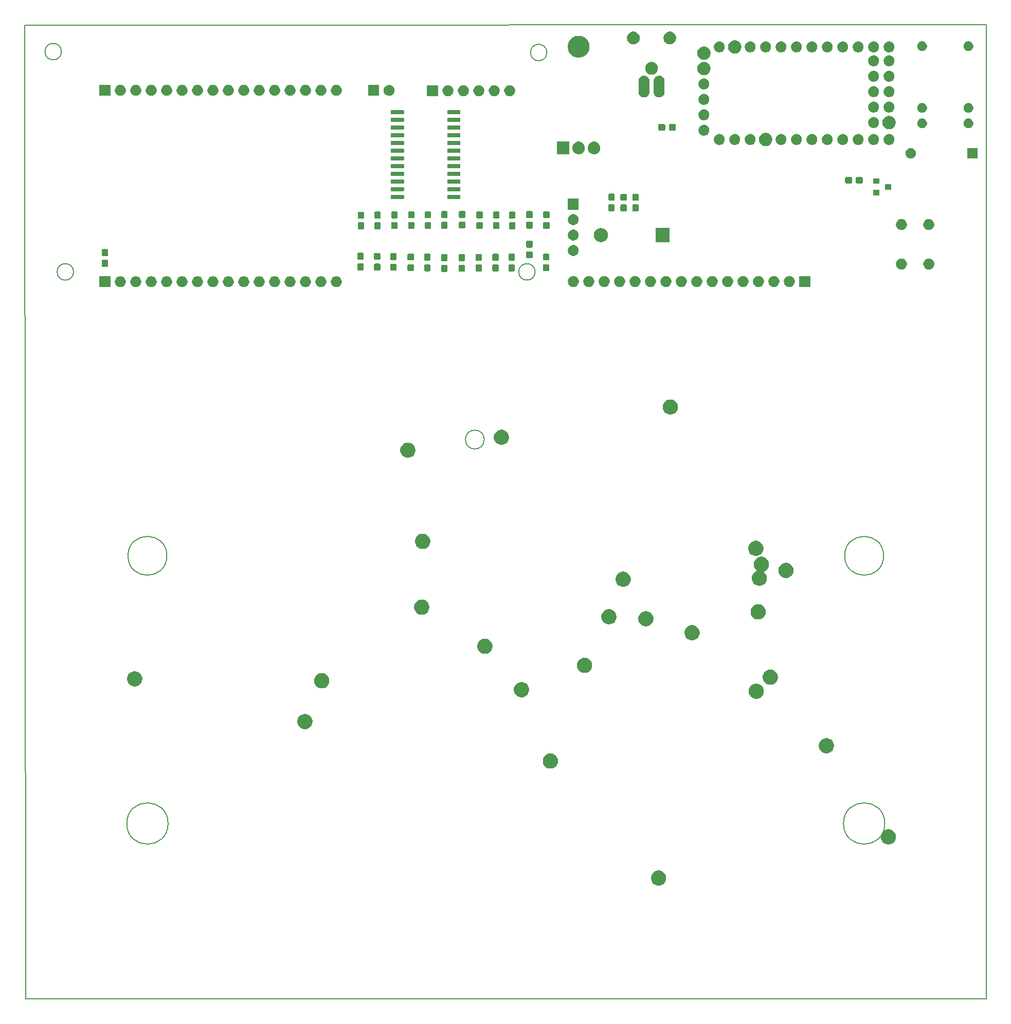
<source format=gts>
G04 #@! TF.GenerationSoftware,KiCad,Pcbnew,(5.1.5)-3*
G04 #@! TF.CreationDate,2020-02-20T12:19:50+01:00*
G04 #@! TF.ProjectId,carecasetester,63617265-6361-4736-9574-65737465722e,rev?*
G04 #@! TF.SameCoordinates,Original*
G04 #@! TF.FileFunction,Soldermask,Top*
G04 #@! TF.FilePolarity,Negative*
%FSLAX46Y46*%
G04 Gerber Fmt 4.6, Leading zero omitted, Abs format (unit mm)*
G04 Created by KiCad (PCBNEW (5.1.5)-3) date 2020-02-20 12:19:50*
%MOMM*%
%LPD*%
G04 APERTURE LIST*
%ADD10C,0.200000*%
%ADD11C,0.150000*%
G04 APERTURE END LIST*
D10*
X77000000Y-20080000D02*
X77000000Y-10080000D01*
X235330000Y-10030000D02*
X235330000Y-20030000D01*
X83040924Y-14450000D02*
G75*
G03X83040924Y-14450000I-1352821J0D01*
G01*
X162982821Y-14600000D02*
G75*
G03X162982821Y-14600000I-1352821J0D01*
G01*
X161040924Y-50710000D02*
G75*
G03X161040924Y-50710000I-1352821J0D01*
G01*
X85040924Y-50710000D02*
G75*
G03X85040924Y-50710000I-1352821J0D01*
G01*
X77000000Y-20080000D02*
X77150000Y-170400000D01*
X235330000Y-10030000D02*
X77000000Y-10080000D01*
X235290000Y-170410000D02*
X235330000Y-20030000D01*
X77150000Y-170400000D02*
X235290000Y-170410000D01*
X152660000Y-78311679D02*
G75*
G03X152660000Y-78311679I-1550000J0D01*
G01*
X100610000Y-141520000D02*
G75*
G03X100610000Y-141520000I-3400000J0D01*
G01*
X218610000Y-141520000D02*
G75*
G03X218610000Y-141520000I-3400000J0D01*
G01*
X218410000Y-97450000D02*
G75*
G03X218410000Y-97450000I-3200000J0D01*
G01*
X100410000Y-97450000D02*
G75*
G03X100410000Y-97450000I-3200000J0D01*
G01*
D11*
G36*
X181734610Y-149288036D02*
G01*
X181962095Y-149382264D01*
X181962097Y-149382265D01*
X182166828Y-149519062D01*
X182340938Y-149693172D01*
X182477736Y-149897905D01*
X182571964Y-150125390D01*
X182620000Y-150366884D01*
X182620000Y-150613116D01*
X182571964Y-150854610D01*
X182477736Y-151082095D01*
X182477735Y-151082097D01*
X182340938Y-151286828D01*
X182166828Y-151460938D01*
X181962097Y-151597735D01*
X181962096Y-151597736D01*
X181962095Y-151597736D01*
X181734610Y-151691964D01*
X181493116Y-151740000D01*
X181246884Y-151740000D01*
X181005390Y-151691964D01*
X180777905Y-151597736D01*
X180777904Y-151597736D01*
X180777903Y-151597735D01*
X180573172Y-151460938D01*
X180399062Y-151286828D01*
X180262265Y-151082097D01*
X180262264Y-151082095D01*
X180168036Y-150854610D01*
X180120000Y-150613116D01*
X180120000Y-150366884D01*
X180168036Y-150125390D01*
X180262264Y-149897905D01*
X180399062Y-149693172D01*
X180573172Y-149519062D01*
X180777903Y-149382265D01*
X180777905Y-149382264D01*
X181005390Y-149288036D01*
X181246884Y-149240000D01*
X181493116Y-149240000D01*
X181734610Y-149288036D01*
G37*
G36*
X219574610Y-142518036D02*
G01*
X219802095Y-142612264D01*
X219802097Y-142612265D01*
X220006828Y-142749062D01*
X220180938Y-142923172D01*
X220317736Y-143127905D01*
X220411964Y-143355390D01*
X220460000Y-143596884D01*
X220460000Y-143843116D01*
X220411964Y-144084610D01*
X220317736Y-144312095D01*
X220317735Y-144312097D01*
X220180938Y-144516828D01*
X220006828Y-144690938D01*
X219802097Y-144827735D01*
X219802096Y-144827736D01*
X219802095Y-144827736D01*
X219574610Y-144921964D01*
X219333116Y-144970000D01*
X219086884Y-144970000D01*
X218845390Y-144921964D01*
X218617905Y-144827736D01*
X218617904Y-144827736D01*
X218617903Y-144827735D01*
X218413172Y-144690938D01*
X218239062Y-144516828D01*
X218102265Y-144312097D01*
X218102264Y-144312095D01*
X218008036Y-144084610D01*
X217960000Y-143843116D01*
X217960000Y-143596884D01*
X218008036Y-143355390D01*
X218102264Y-143127905D01*
X218239062Y-142923172D01*
X218413172Y-142749062D01*
X218617903Y-142612265D01*
X218617905Y-142612264D01*
X218845390Y-142518036D01*
X219086884Y-142470000D01*
X219333116Y-142470000D01*
X219574610Y-142518036D01*
G37*
G36*
X163924610Y-130028036D02*
G01*
X164152095Y-130122264D01*
X164152097Y-130122265D01*
X164356828Y-130259062D01*
X164530938Y-130433172D01*
X164667736Y-130637905D01*
X164761964Y-130865390D01*
X164810000Y-131106884D01*
X164810000Y-131353116D01*
X164761964Y-131594610D01*
X164667736Y-131822095D01*
X164667735Y-131822097D01*
X164530938Y-132026828D01*
X164356828Y-132200938D01*
X164152097Y-132337735D01*
X164152096Y-132337736D01*
X164152095Y-132337736D01*
X163924610Y-132431964D01*
X163683116Y-132480000D01*
X163436884Y-132480000D01*
X163195390Y-132431964D01*
X162967905Y-132337736D01*
X162967904Y-132337736D01*
X162967903Y-132337735D01*
X162763172Y-132200938D01*
X162589062Y-132026828D01*
X162452265Y-131822097D01*
X162452264Y-131822095D01*
X162358036Y-131594610D01*
X162310000Y-131353116D01*
X162310000Y-131106884D01*
X162358036Y-130865390D01*
X162452264Y-130637905D01*
X162589062Y-130433172D01*
X162763172Y-130259062D01*
X162967903Y-130122265D01*
X162967905Y-130122264D01*
X163195390Y-130028036D01*
X163436884Y-129980000D01*
X163683116Y-129980000D01*
X163924610Y-130028036D01*
G37*
G36*
X209374610Y-127508036D02*
G01*
X209602095Y-127602264D01*
X209602097Y-127602265D01*
X209806828Y-127739062D01*
X209980938Y-127913172D01*
X210117736Y-128117905D01*
X210211964Y-128345390D01*
X210260000Y-128586884D01*
X210260000Y-128833116D01*
X210211964Y-129074610D01*
X210117736Y-129302095D01*
X210117735Y-129302097D01*
X209980938Y-129506828D01*
X209806828Y-129680938D01*
X209602097Y-129817735D01*
X209602096Y-129817736D01*
X209602095Y-129817736D01*
X209374610Y-129911964D01*
X209133116Y-129960000D01*
X208886884Y-129960000D01*
X208645390Y-129911964D01*
X208417905Y-129817736D01*
X208417904Y-129817736D01*
X208417903Y-129817735D01*
X208213172Y-129680938D01*
X208039062Y-129506828D01*
X207902265Y-129302097D01*
X207902264Y-129302095D01*
X207808036Y-129074610D01*
X207760000Y-128833116D01*
X207760000Y-128586884D01*
X207808036Y-128345390D01*
X207902264Y-128117905D01*
X208039062Y-127913172D01*
X208213172Y-127739062D01*
X208417903Y-127602265D01*
X208417905Y-127602264D01*
X208645390Y-127508036D01*
X208886884Y-127460000D01*
X209133116Y-127460000D01*
X209374610Y-127508036D01*
G37*
G36*
X123504610Y-123528036D02*
G01*
X123732095Y-123622264D01*
X123732097Y-123622265D01*
X123936828Y-123759062D01*
X124110938Y-123933172D01*
X124247736Y-124137905D01*
X124341964Y-124365390D01*
X124390000Y-124606884D01*
X124390000Y-124853116D01*
X124341964Y-125094610D01*
X124247736Y-125322095D01*
X124247735Y-125322097D01*
X124110938Y-125526828D01*
X123936828Y-125700938D01*
X123732097Y-125837735D01*
X123732096Y-125837736D01*
X123732095Y-125837736D01*
X123504610Y-125931964D01*
X123263116Y-125980000D01*
X123016884Y-125980000D01*
X122775390Y-125931964D01*
X122547905Y-125837736D01*
X122547904Y-125837736D01*
X122547903Y-125837735D01*
X122343172Y-125700938D01*
X122169062Y-125526828D01*
X122032265Y-125322097D01*
X122032264Y-125322095D01*
X121938036Y-125094610D01*
X121890000Y-124853116D01*
X121890000Y-124606884D01*
X121938036Y-124365390D01*
X122032264Y-124137905D01*
X122169062Y-123933172D01*
X122343172Y-123759062D01*
X122547903Y-123622265D01*
X122547905Y-123622264D01*
X122775390Y-123528036D01*
X123016884Y-123480000D01*
X123263116Y-123480000D01*
X123504610Y-123528036D01*
G37*
G36*
X197814610Y-118528036D02*
G01*
X198042095Y-118622264D01*
X198042097Y-118622265D01*
X198128503Y-118680000D01*
X198246828Y-118759062D01*
X198420938Y-118933172D01*
X198557736Y-119137905D01*
X198651964Y-119365390D01*
X198700000Y-119606884D01*
X198700000Y-119853116D01*
X198651964Y-120094610D01*
X198580628Y-120266828D01*
X198557735Y-120322097D01*
X198420938Y-120526828D01*
X198246828Y-120700938D01*
X198042097Y-120837735D01*
X198042096Y-120837736D01*
X198042095Y-120837736D01*
X197814610Y-120931964D01*
X197573116Y-120980000D01*
X197326884Y-120980000D01*
X197085390Y-120931964D01*
X196857905Y-120837736D01*
X196857904Y-120837736D01*
X196857903Y-120837735D01*
X196653172Y-120700938D01*
X196479062Y-120526828D01*
X196342265Y-120322097D01*
X196319372Y-120266828D01*
X196248036Y-120094610D01*
X196200000Y-119853116D01*
X196200000Y-119606884D01*
X196248036Y-119365390D01*
X196342264Y-119137905D01*
X196479062Y-118933172D01*
X196653172Y-118759062D01*
X196771497Y-118680000D01*
X196857903Y-118622265D01*
X196857905Y-118622264D01*
X197085390Y-118528036D01*
X197326884Y-118480000D01*
X197573116Y-118480000D01*
X197814610Y-118528036D01*
G37*
G36*
X159174610Y-118268036D02*
G01*
X159402095Y-118362264D01*
X159402097Y-118362265D01*
X159420574Y-118374611D01*
X159606828Y-118499062D01*
X159780938Y-118673172D01*
X159917736Y-118877905D01*
X160011964Y-119105390D01*
X160060000Y-119346884D01*
X160060000Y-119593116D01*
X160011964Y-119834610D01*
X159917736Y-120062095D01*
X159917735Y-120062097D01*
X159780938Y-120266828D01*
X159606828Y-120440938D01*
X159402097Y-120577735D01*
X159402096Y-120577736D01*
X159402095Y-120577736D01*
X159174610Y-120671964D01*
X158933116Y-120720000D01*
X158686884Y-120720000D01*
X158445390Y-120671964D01*
X158217905Y-120577736D01*
X158217904Y-120577736D01*
X158217903Y-120577735D01*
X158013172Y-120440938D01*
X157839062Y-120266828D01*
X157702265Y-120062097D01*
X157702264Y-120062095D01*
X157608036Y-119834610D01*
X157560000Y-119593116D01*
X157560000Y-119346884D01*
X157608036Y-119105390D01*
X157702264Y-118877905D01*
X157839062Y-118673172D01*
X158013172Y-118499062D01*
X158199426Y-118374611D01*
X158217903Y-118362265D01*
X158217905Y-118362264D01*
X158445390Y-118268036D01*
X158686884Y-118220000D01*
X158933116Y-118220000D01*
X159174610Y-118268036D01*
G37*
G36*
X126274610Y-116808036D02*
G01*
X126502095Y-116902264D01*
X126502097Y-116902265D01*
X126706828Y-117039062D01*
X126880938Y-117213172D01*
X126962602Y-117335390D01*
X127017736Y-117417905D01*
X127111964Y-117645390D01*
X127160000Y-117886884D01*
X127160000Y-118133116D01*
X127111964Y-118374610D01*
X127017736Y-118602095D01*
X127017735Y-118602097D01*
X126880938Y-118806828D01*
X126706828Y-118980938D01*
X126502097Y-119117735D01*
X126502096Y-119117736D01*
X126502095Y-119117736D01*
X126274610Y-119211964D01*
X126033116Y-119260000D01*
X125786884Y-119260000D01*
X125545390Y-119211964D01*
X125317905Y-119117736D01*
X125317904Y-119117736D01*
X125317903Y-119117735D01*
X125113172Y-118980938D01*
X124939062Y-118806828D01*
X124802265Y-118602097D01*
X124802264Y-118602095D01*
X124708036Y-118374610D01*
X124660000Y-118133116D01*
X124660000Y-117886884D01*
X124708036Y-117645390D01*
X124802264Y-117417905D01*
X124857399Y-117335390D01*
X124939062Y-117213172D01*
X125113172Y-117039062D01*
X125317903Y-116902265D01*
X125317905Y-116902264D01*
X125545390Y-116808036D01*
X125786884Y-116760000D01*
X126033116Y-116760000D01*
X126274610Y-116808036D01*
G37*
G36*
X95474610Y-116498036D02*
G01*
X95702095Y-116592264D01*
X95702097Y-116592265D01*
X95906828Y-116729062D01*
X96080938Y-116903172D01*
X96189329Y-117065390D01*
X96217736Y-117107905D01*
X96311964Y-117335390D01*
X96360000Y-117576884D01*
X96360000Y-117823116D01*
X96311964Y-118064610D01*
X96227701Y-118268037D01*
X96217735Y-118292097D01*
X96080938Y-118496828D01*
X95906828Y-118670938D01*
X95702097Y-118807735D01*
X95702096Y-118807736D01*
X95702095Y-118807736D01*
X95474610Y-118901964D01*
X95233116Y-118950000D01*
X94986884Y-118950000D01*
X94745390Y-118901964D01*
X94517905Y-118807736D01*
X94517904Y-118807736D01*
X94517903Y-118807735D01*
X94313172Y-118670938D01*
X94139062Y-118496828D01*
X94002265Y-118292097D01*
X93992299Y-118268037D01*
X93908036Y-118064610D01*
X93860000Y-117823116D01*
X93860000Y-117576884D01*
X93908036Y-117335390D01*
X94002264Y-117107905D01*
X94030672Y-117065390D01*
X94139062Y-116903172D01*
X94313172Y-116729062D01*
X94517903Y-116592265D01*
X94517905Y-116592264D01*
X94745390Y-116498036D01*
X94986884Y-116450000D01*
X95233116Y-116450000D01*
X95474610Y-116498036D01*
G37*
G36*
X200124610Y-116228036D02*
G01*
X200352095Y-116322264D01*
X200352097Y-116322265D01*
X200543266Y-116450000D01*
X200556828Y-116459062D01*
X200730938Y-116633172D01*
X200867736Y-116837905D01*
X200961964Y-117065390D01*
X201010000Y-117306884D01*
X201010000Y-117553116D01*
X200961964Y-117794610D01*
X200867736Y-118022095D01*
X200867735Y-118022097D01*
X200730938Y-118226828D01*
X200556828Y-118400938D01*
X200352097Y-118537735D01*
X200352096Y-118537736D01*
X200352095Y-118537736D01*
X200124610Y-118631964D01*
X199883116Y-118680000D01*
X199636884Y-118680000D01*
X199395390Y-118631964D01*
X199167905Y-118537736D01*
X199167904Y-118537736D01*
X199167903Y-118537735D01*
X198963172Y-118400938D01*
X198789062Y-118226828D01*
X198652265Y-118022097D01*
X198652264Y-118022095D01*
X198558036Y-117794610D01*
X198510000Y-117553116D01*
X198510000Y-117306884D01*
X198558036Y-117065390D01*
X198652264Y-116837905D01*
X198789062Y-116633172D01*
X198963172Y-116459062D01*
X198976734Y-116450000D01*
X199167903Y-116322265D01*
X199167905Y-116322264D01*
X199395390Y-116228036D01*
X199636884Y-116180000D01*
X199883116Y-116180000D01*
X200124610Y-116228036D01*
G37*
G36*
X169534610Y-114278036D02*
G01*
X169762095Y-114372264D01*
X169762097Y-114372265D01*
X169966828Y-114509062D01*
X170140938Y-114683172D01*
X170277736Y-114887905D01*
X170371964Y-115115390D01*
X170420000Y-115356884D01*
X170420000Y-115603116D01*
X170371964Y-115844610D01*
X170277736Y-116072095D01*
X170277735Y-116072097D01*
X170140938Y-116276828D01*
X169966828Y-116450938D01*
X169762097Y-116587735D01*
X169762096Y-116587736D01*
X169762095Y-116587736D01*
X169534610Y-116681964D01*
X169293116Y-116730000D01*
X169046884Y-116730000D01*
X168805390Y-116681964D01*
X168577905Y-116587736D01*
X168577904Y-116587736D01*
X168577903Y-116587735D01*
X168373172Y-116450938D01*
X168199062Y-116276828D01*
X168062265Y-116072097D01*
X168062264Y-116072095D01*
X167968036Y-115844610D01*
X167920000Y-115603116D01*
X167920000Y-115356884D01*
X167968036Y-115115390D01*
X168062264Y-114887905D01*
X168199062Y-114683172D01*
X168373172Y-114509062D01*
X168577903Y-114372265D01*
X168577905Y-114372264D01*
X168805390Y-114278036D01*
X169046884Y-114230000D01*
X169293116Y-114230000D01*
X169534610Y-114278036D01*
G37*
G36*
X153134610Y-111138036D02*
G01*
X153362095Y-111232264D01*
X153362097Y-111232265D01*
X153481373Y-111311963D01*
X153566828Y-111369062D01*
X153740938Y-111543172D01*
X153877736Y-111747905D01*
X153971964Y-111975390D01*
X154020000Y-112216884D01*
X154020000Y-112463116D01*
X153971964Y-112704610D01*
X153877736Y-112932095D01*
X153877735Y-112932097D01*
X153740938Y-113136828D01*
X153566828Y-113310938D01*
X153362097Y-113447735D01*
X153362096Y-113447736D01*
X153362095Y-113447736D01*
X153134610Y-113541964D01*
X152893116Y-113590000D01*
X152646884Y-113590000D01*
X152405390Y-113541964D01*
X152177905Y-113447736D01*
X152177904Y-113447736D01*
X152177903Y-113447735D01*
X151973172Y-113310938D01*
X151799062Y-113136828D01*
X151662265Y-112932097D01*
X151662264Y-112932095D01*
X151568036Y-112704610D01*
X151520000Y-112463116D01*
X151520000Y-112216884D01*
X151568036Y-111975390D01*
X151662264Y-111747905D01*
X151799062Y-111543172D01*
X151973172Y-111369062D01*
X152058627Y-111311963D01*
X152177903Y-111232265D01*
X152177905Y-111232264D01*
X152405390Y-111138036D01*
X152646884Y-111090000D01*
X152893116Y-111090000D01*
X153134610Y-111138036D01*
G37*
G36*
X187244610Y-108908036D02*
G01*
X187472095Y-109002264D01*
X187472097Y-109002265D01*
X187528571Y-109040000D01*
X187676828Y-109139062D01*
X187850938Y-109313172D01*
X187987736Y-109517905D01*
X188081964Y-109745390D01*
X188130000Y-109986884D01*
X188130000Y-110233116D01*
X188081964Y-110474610D01*
X187987736Y-110702095D01*
X187987735Y-110702097D01*
X187850938Y-110906828D01*
X187676828Y-111080938D01*
X187472097Y-111217735D01*
X187472096Y-111217736D01*
X187472095Y-111217736D01*
X187244610Y-111311964D01*
X187003116Y-111360000D01*
X186756884Y-111360000D01*
X186515390Y-111311964D01*
X186287905Y-111217736D01*
X186287904Y-111217736D01*
X186287903Y-111217735D01*
X186083172Y-111080938D01*
X185909062Y-110906828D01*
X185772265Y-110702097D01*
X185772264Y-110702095D01*
X185678036Y-110474610D01*
X185630000Y-110233116D01*
X185630000Y-109986884D01*
X185678036Y-109745390D01*
X185772264Y-109517905D01*
X185909062Y-109313172D01*
X186083172Y-109139062D01*
X186231429Y-109040000D01*
X186287903Y-109002265D01*
X186287905Y-109002264D01*
X186515390Y-108908036D01*
X186756884Y-108860000D01*
X187003116Y-108860000D01*
X187244610Y-108908036D01*
G37*
G36*
X179644610Y-106588036D02*
G01*
X179872095Y-106682264D01*
X179872097Y-106682265D01*
X180076828Y-106819062D01*
X180250938Y-106993172D01*
X180332602Y-107115390D01*
X180387736Y-107197905D01*
X180481964Y-107425390D01*
X180530000Y-107666884D01*
X180530000Y-107913116D01*
X180481964Y-108154610D01*
X180431339Y-108276828D01*
X180387735Y-108382097D01*
X180250938Y-108586828D01*
X180076828Y-108760938D01*
X179872097Y-108897735D01*
X179872096Y-108897736D01*
X179872095Y-108897736D01*
X179644610Y-108991964D01*
X179403116Y-109040000D01*
X179156884Y-109040000D01*
X178915390Y-108991964D01*
X178687905Y-108897736D01*
X178687904Y-108897736D01*
X178687903Y-108897735D01*
X178483172Y-108760938D01*
X178309062Y-108586828D01*
X178172265Y-108382097D01*
X178128661Y-108276828D01*
X178078036Y-108154610D01*
X178030000Y-107913116D01*
X178030000Y-107666884D01*
X178078036Y-107425390D01*
X178172264Y-107197905D01*
X178227399Y-107115390D01*
X178309062Y-106993172D01*
X178483172Y-106819062D01*
X178687903Y-106682265D01*
X178687905Y-106682264D01*
X178915390Y-106588036D01*
X179156884Y-106540000D01*
X179403116Y-106540000D01*
X179644610Y-106588036D01*
G37*
G36*
X173554610Y-106278036D02*
G01*
X173782095Y-106372264D01*
X173782097Y-106372265D01*
X173961435Y-106492095D01*
X173986828Y-106509062D01*
X174160938Y-106683172D01*
X174297736Y-106887905D01*
X174391964Y-107115390D01*
X174440000Y-107356884D01*
X174440000Y-107603116D01*
X174391964Y-107844610D01*
X174360736Y-107920000D01*
X174297735Y-108072097D01*
X174160938Y-108276828D01*
X173986828Y-108450938D01*
X173782097Y-108587735D01*
X173782096Y-108587736D01*
X173782095Y-108587736D01*
X173554610Y-108681964D01*
X173313116Y-108730000D01*
X173066884Y-108730000D01*
X172825390Y-108681964D01*
X172597905Y-108587736D01*
X172597904Y-108587736D01*
X172597903Y-108587735D01*
X172393172Y-108450938D01*
X172219062Y-108276828D01*
X172082265Y-108072097D01*
X172019264Y-107920000D01*
X171988036Y-107844610D01*
X171940000Y-107603116D01*
X171940000Y-107356884D01*
X171988036Y-107115390D01*
X172082264Y-106887905D01*
X172219062Y-106683172D01*
X172393172Y-106509062D01*
X172418565Y-106492095D01*
X172597903Y-106372265D01*
X172597905Y-106372264D01*
X172825390Y-106278036D01*
X173066884Y-106230000D01*
X173313116Y-106230000D01*
X173554610Y-106278036D01*
G37*
G36*
X198134610Y-105468036D02*
G01*
X198362095Y-105562264D01*
X198362097Y-105562265D01*
X198566828Y-105699062D01*
X198740938Y-105873172D01*
X198877736Y-106077905D01*
X198971964Y-106305390D01*
X199020000Y-106546884D01*
X199020000Y-106793116D01*
X198971964Y-107034610D01*
X198877736Y-107262095D01*
X198877735Y-107262097D01*
X198740938Y-107466828D01*
X198566828Y-107640938D01*
X198362097Y-107777735D01*
X198362096Y-107777736D01*
X198362095Y-107777736D01*
X198134610Y-107871964D01*
X197893116Y-107920000D01*
X197646884Y-107920000D01*
X197405390Y-107871964D01*
X197177905Y-107777736D01*
X197177904Y-107777736D01*
X197177903Y-107777735D01*
X196973172Y-107640938D01*
X196799062Y-107466828D01*
X196662265Y-107262097D01*
X196662264Y-107262095D01*
X196568036Y-107034610D01*
X196520000Y-106793116D01*
X196520000Y-106546884D01*
X196568036Y-106305390D01*
X196662264Y-106077905D01*
X196799062Y-105873172D01*
X196973172Y-105699062D01*
X197177903Y-105562265D01*
X197177905Y-105562264D01*
X197405390Y-105468036D01*
X197646884Y-105420000D01*
X197893116Y-105420000D01*
X198134610Y-105468036D01*
G37*
G36*
X142744610Y-104698036D02*
G01*
X142972095Y-104792264D01*
X142972097Y-104792265D01*
X143176828Y-104929062D01*
X143350938Y-105103172D01*
X143487736Y-105307905D01*
X143581964Y-105535390D01*
X143630000Y-105776884D01*
X143630000Y-106023116D01*
X143581964Y-106264610D01*
X143487736Y-106492095D01*
X143487735Y-106492097D01*
X143350938Y-106696828D01*
X143176828Y-106870938D01*
X142972097Y-107007735D01*
X142972096Y-107007736D01*
X142972095Y-107007736D01*
X142744610Y-107101964D01*
X142503116Y-107150000D01*
X142256884Y-107150000D01*
X142015390Y-107101964D01*
X141787905Y-107007736D01*
X141787904Y-107007736D01*
X141787903Y-107007735D01*
X141583172Y-106870938D01*
X141409062Y-106696828D01*
X141272265Y-106492097D01*
X141272264Y-106492095D01*
X141178036Y-106264610D01*
X141130000Y-106023116D01*
X141130000Y-105776884D01*
X141178036Y-105535390D01*
X141272264Y-105307905D01*
X141409062Y-105103172D01*
X141583172Y-104929062D01*
X141787903Y-104792265D01*
X141787905Y-104792264D01*
X142015390Y-104698036D01*
X142256884Y-104650000D01*
X142503116Y-104650000D01*
X142744610Y-104698036D01*
G37*
G36*
X175904610Y-100108036D02*
G01*
X176099117Y-100188604D01*
X176132097Y-100202265D01*
X176150574Y-100214611D01*
X176336828Y-100339062D01*
X176510938Y-100513172D01*
X176647736Y-100717905D01*
X176741964Y-100945390D01*
X176790000Y-101186884D01*
X176790000Y-101433116D01*
X176741964Y-101674610D01*
X176722294Y-101722097D01*
X176647735Y-101902097D01*
X176510938Y-102106828D01*
X176336828Y-102280938D01*
X176132097Y-102417735D01*
X176132096Y-102417736D01*
X176132095Y-102417736D01*
X175904610Y-102511964D01*
X175663116Y-102560000D01*
X175416884Y-102560000D01*
X175175390Y-102511964D01*
X174947905Y-102417736D01*
X174947904Y-102417736D01*
X174947903Y-102417735D01*
X174743172Y-102280938D01*
X174569062Y-102106828D01*
X174432265Y-101902097D01*
X174357706Y-101722097D01*
X174338036Y-101674610D01*
X174290000Y-101433116D01*
X174290000Y-101186884D01*
X174338036Y-100945390D01*
X174432264Y-100717905D01*
X174569062Y-100513172D01*
X174743172Y-100339062D01*
X174929426Y-100214611D01*
X174947903Y-100202265D01*
X174980883Y-100188604D01*
X175175390Y-100108036D01*
X175416884Y-100060000D01*
X175663116Y-100060000D01*
X175904610Y-100108036D01*
G37*
G36*
X198664610Y-97648036D02*
G01*
X198892095Y-97742264D01*
X198892097Y-97742265D01*
X199096828Y-97879062D01*
X199270938Y-98053172D01*
X199407736Y-98257905D01*
X199501964Y-98485390D01*
X199550000Y-98726884D01*
X199550000Y-98973116D01*
X199501964Y-99214610D01*
X199407736Y-99442095D01*
X199407735Y-99442097D01*
X199270938Y-99646828D01*
X199096828Y-99820938D01*
X198892097Y-99957735D01*
X198826922Y-99984732D01*
X198805311Y-99996284D01*
X198786370Y-100011829D01*
X198770825Y-100030771D01*
X198759274Y-100052382D01*
X198752161Y-100075831D01*
X198749759Y-100100217D01*
X198752161Y-100124603D01*
X198759274Y-100148052D01*
X198770826Y-100169663D01*
X198786370Y-100188604D01*
X198930938Y-100333172D01*
X199067736Y-100537905D01*
X199161964Y-100765390D01*
X199210000Y-101006884D01*
X199210000Y-101253116D01*
X199161964Y-101494610D01*
X199067736Y-101722095D01*
X199067735Y-101722097D01*
X198930938Y-101926828D01*
X198756828Y-102100938D01*
X198552097Y-102237735D01*
X198552096Y-102237736D01*
X198552095Y-102237736D01*
X198324610Y-102331964D01*
X198083116Y-102380000D01*
X197836884Y-102380000D01*
X197595390Y-102331964D01*
X197367905Y-102237736D01*
X197367904Y-102237736D01*
X197367903Y-102237735D01*
X197163172Y-102100938D01*
X196989062Y-101926828D01*
X196852265Y-101722097D01*
X196852264Y-101722095D01*
X196758036Y-101494610D01*
X196710000Y-101253116D01*
X196710000Y-101006884D01*
X196758036Y-100765390D01*
X196852264Y-100537905D01*
X196989062Y-100333172D01*
X197163172Y-100159062D01*
X197367903Y-100022265D01*
X197433078Y-99995268D01*
X197454689Y-99983716D01*
X197473630Y-99968171D01*
X197489175Y-99949229D01*
X197500726Y-99927618D01*
X197507839Y-99904169D01*
X197510241Y-99879783D01*
X197507839Y-99855397D01*
X197500726Y-99831948D01*
X197489174Y-99810337D01*
X197473630Y-99791396D01*
X197329062Y-99646828D01*
X197192265Y-99442097D01*
X197192264Y-99442095D01*
X197098036Y-99214610D01*
X197050000Y-98973116D01*
X197050000Y-98726884D01*
X197098036Y-98485390D01*
X197192264Y-98257905D01*
X197329062Y-98053172D01*
X197503172Y-97879062D01*
X197707903Y-97742265D01*
X197707905Y-97742264D01*
X197935390Y-97648036D01*
X198176884Y-97600000D01*
X198423116Y-97600000D01*
X198664610Y-97648036D01*
G37*
G36*
X202704610Y-98648036D02*
G01*
X202894969Y-98726886D01*
X202932097Y-98742265D01*
X203136828Y-98879062D01*
X203310938Y-99053172D01*
X203418808Y-99214610D01*
X203447736Y-99257905D01*
X203541964Y-99485390D01*
X203590000Y-99726884D01*
X203590000Y-99973116D01*
X203541964Y-100214610D01*
X203490414Y-100339062D01*
X203447735Y-100442097D01*
X203310938Y-100646828D01*
X203136828Y-100820938D01*
X202932097Y-100957735D01*
X202932096Y-100957736D01*
X202932095Y-100957736D01*
X202704610Y-101051964D01*
X202463116Y-101100000D01*
X202216884Y-101100000D01*
X201975390Y-101051964D01*
X201747905Y-100957736D01*
X201747904Y-100957736D01*
X201747903Y-100957735D01*
X201543172Y-100820938D01*
X201369062Y-100646828D01*
X201232265Y-100442097D01*
X201189586Y-100339062D01*
X201138036Y-100214610D01*
X201090000Y-99973116D01*
X201090000Y-99726884D01*
X201138036Y-99485390D01*
X201232264Y-99257905D01*
X201261193Y-99214610D01*
X201369062Y-99053172D01*
X201543172Y-98879062D01*
X201747903Y-98742265D01*
X201785031Y-98726886D01*
X201975390Y-98648036D01*
X202216884Y-98600000D01*
X202463116Y-98600000D01*
X202704610Y-98648036D01*
G37*
G36*
X197744610Y-95028036D02*
G01*
X197972095Y-95122264D01*
X197972097Y-95122265D01*
X198078130Y-95193114D01*
X198176828Y-95259062D01*
X198350938Y-95433172D01*
X198487736Y-95637905D01*
X198581964Y-95865390D01*
X198630000Y-96106884D01*
X198630000Y-96353116D01*
X198581964Y-96594610D01*
X198487736Y-96822095D01*
X198487735Y-96822097D01*
X198350938Y-97026828D01*
X198176828Y-97200938D01*
X197972097Y-97337735D01*
X197972096Y-97337736D01*
X197972095Y-97337736D01*
X197744610Y-97431964D01*
X197503116Y-97480000D01*
X197256884Y-97480000D01*
X197015390Y-97431964D01*
X196787905Y-97337736D01*
X196787904Y-97337736D01*
X196787903Y-97337735D01*
X196583172Y-97200938D01*
X196409062Y-97026828D01*
X196272265Y-96822097D01*
X196272264Y-96822095D01*
X196178036Y-96594610D01*
X196130000Y-96353116D01*
X196130000Y-96106884D01*
X196178036Y-95865390D01*
X196272264Y-95637905D01*
X196409062Y-95433172D01*
X196583172Y-95259062D01*
X196681870Y-95193114D01*
X196787903Y-95122265D01*
X196787905Y-95122264D01*
X197015390Y-95028036D01*
X197256884Y-94980000D01*
X197503116Y-94980000D01*
X197744610Y-95028036D01*
G37*
G36*
X142874610Y-93868036D02*
G01*
X143102095Y-93962264D01*
X143102097Y-93962265D01*
X143306828Y-94099062D01*
X143480938Y-94273172D01*
X143617736Y-94477905D01*
X143711964Y-94705390D01*
X143760000Y-94946884D01*
X143760000Y-95193116D01*
X143711964Y-95434610D01*
X143627757Y-95637903D01*
X143617735Y-95662097D01*
X143480938Y-95866828D01*
X143306828Y-96040938D01*
X143102097Y-96177735D01*
X143102096Y-96177736D01*
X143102095Y-96177736D01*
X142874610Y-96271964D01*
X142633116Y-96320000D01*
X142386884Y-96320000D01*
X142145390Y-96271964D01*
X141917905Y-96177736D01*
X141917904Y-96177736D01*
X141917903Y-96177735D01*
X141713172Y-96040938D01*
X141539062Y-95866828D01*
X141402265Y-95662097D01*
X141392243Y-95637903D01*
X141308036Y-95434610D01*
X141260000Y-95193116D01*
X141260000Y-94946884D01*
X141308036Y-94705390D01*
X141402264Y-94477905D01*
X141539062Y-94273172D01*
X141713172Y-94099062D01*
X141917903Y-93962265D01*
X141917905Y-93962264D01*
X142145390Y-93868036D01*
X142386884Y-93820000D01*
X142633116Y-93820000D01*
X142874610Y-93868036D01*
G37*
G36*
X140454610Y-78858036D02*
G01*
X140682095Y-78952264D01*
X140682097Y-78952265D01*
X140824978Y-79047735D01*
X140886828Y-79089062D01*
X141060938Y-79263172D01*
X141197736Y-79467905D01*
X141291964Y-79695390D01*
X141340000Y-79936884D01*
X141340000Y-80183116D01*
X141291964Y-80424610D01*
X141197736Y-80652095D01*
X141197735Y-80652097D01*
X141060938Y-80856828D01*
X140886828Y-81030938D01*
X140682097Y-81167735D01*
X140682096Y-81167736D01*
X140682095Y-81167736D01*
X140454610Y-81261964D01*
X140213116Y-81310000D01*
X139966884Y-81310000D01*
X139725390Y-81261964D01*
X139497905Y-81167736D01*
X139497904Y-81167736D01*
X139497903Y-81167735D01*
X139293172Y-81030938D01*
X139119062Y-80856828D01*
X138982265Y-80652097D01*
X138982264Y-80652095D01*
X138888036Y-80424610D01*
X138840000Y-80183116D01*
X138840000Y-79936884D01*
X138888036Y-79695390D01*
X138982264Y-79467905D01*
X139119062Y-79263172D01*
X139293172Y-79089062D01*
X139355022Y-79047735D01*
X139497903Y-78952265D01*
X139497905Y-78952264D01*
X139725390Y-78858036D01*
X139966884Y-78810000D01*
X140213116Y-78810000D01*
X140454610Y-78858036D01*
G37*
G36*
X155854610Y-76738036D02*
G01*
X156082095Y-76832264D01*
X156082097Y-76832265D01*
X156286828Y-76969062D01*
X156460938Y-77143172D01*
X156597736Y-77347905D01*
X156691964Y-77575390D01*
X156740000Y-77816884D01*
X156740000Y-78063116D01*
X156691964Y-78304610D01*
X156597736Y-78532095D01*
X156597735Y-78532097D01*
X156460938Y-78736828D01*
X156286828Y-78910938D01*
X156082097Y-79047735D01*
X156082096Y-79047736D01*
X156082095Y-79047736D01*
X155854610Y-79141964D01*
X155613116Y-79190000D01*
X155366884Y-79190000D01*
X155125390Y-79141964D01*
X154897905Y-79047736D01*
X154897904Y-79047736D01*
X154897903Y-79047735D01*
X154693172Y-78910938D01*
X154519062Y-78736828D01*
X154382265Y-78532097D01*
X154382264Y-78532095D01*
X154288036Y-78304610D01*
X154240000Y-78063116D01*
X154240000Y-77816884D01*
X154288036Y-77575390D01*
X154382264Y-77347905D01*
X154519062Y-77143172D01*
X154693172Y-76969062D01*
X154897903Y-76832265D01*
X154897905Y-76832264D01*
X155125390Y-76738036D01*
X155366884Y-76690000D01*
X155613116Y-76690000D01*
X155854610Y-76738036D01*
G37*
G36*
X183674610Y-71748036D02*
G01*
X183902095Y-71842264D01*
X183902097Y-71842265D01*
X184106828Y-71979062D01*
X184280938Y-72153172D01*
X184417736Y-72357905D01*
X184511964Y-72585390D01*
X184560000Y-72826884D01*
X184560000Y-73073116D01*
X184511964Y-73314610D01*
X184417736Y-73542095D01*
X184417735Y-73542097D01*
X184280938Y-73746828D01*
X184106828Y-73920938D01*
X183902097Y-74057735D01*
X183902096Y-74057736D01*
X183902095Y-74057736D01*
X183674610Y-74151964D01*
X183433116Y-74200000D01*
X183186884Y-74200000D01*
X182945390Y-74151964D01*
X182717905Y-74057736D01*
X182717904Y-74057736D01*
X182717903Y-74057735D01*
X182513172Y-73920938D01*
X182339062Y-73746828D01*
X182202265Y-73542097D01*
X182202264Y-73542095D01*
X182108036Y-73314610D01*
X182060000Y-73073116D01*
X182060000Y-72826884D01*
X182108036Y-72585390D01*
X182202264Y-72357905D01*
X182339062Y-72153172D01*
X182513172Y-71979062D01*
X182717903Y-71842265D01*
X182717905Y-71842264D01*
X182945390Y-71748036D01*
X183186884Y-71700000D01*
X183433116Y-71700000D01*
X183674610Y-71748036D01*
G37*
G36*
X92863512Y-51433927D02*
G01*
X93012812Y-51463624D01*
X93176784Y-51531544D01*
X93324354Y-51630147D01*
X93449853Y-51755646D01*
X93548456Y-51903216D01*
X93616376Y-52067188D01*
X93651000Y-52241259D01*
X93651000Y-52418741D01*
X93616376Y-52592812D01*
X93548456Y-52756784D01*
X93449853Y-52904354D01*
X93324354Y-53029853D01*
X93176784Y-53128456D01*
X93012812Y-53196376D01*
X92863512Y-53226073D01*
X92838742Y-53231000D01*
X92661258Y-53231000D01*
X92636488Y-53226073D01*
X92487188Y-53196376D01*
X92323216Y-53128456D01*
X92175646Y-53029853D01*
X92050147Y-52904354D01*
X91951544Y-52756784D01*
X91883624Y-52592812D01*
X91849000Y-52418741D01*
X91849000Y-52241259D01*
X91883624Y-52067188D01*
X91951544Y-51903216D01*
X92050147Y-51755646D01*
X92175646Y-51630147D01*
X92323216Y-51531544D01*
X92487188Y-51463624D01*
X92636488Y-51433927D01*
X92661258Y-51429000D01*
X92838742Y-51429000D01*
X92863512Y-51433927D01*
G37*
G36*
X95403512Y-51433927D02*
G01*
X95552812Y-51463624D01*
X95716784Y-51531544D01*
X95864354Y-51630147D01*
X95989853Y-51755646D01*
X96088456Y-51903216D01*
X96156376Y-52067188D01*
X96191000Y-52241259D01*
X96191000Y-52418741D01*
X96156376Y-52592812D01*
X96088456Y-52756784D01*
X95989853Y-52904354D01*
X95864354Y-53029853D01*
X95716784Y-53128456D01*
X95552812Y-53196376D01*
X95403512Y-53226073D01*
X95378742Y-53231000D01*
X95201258Y-53231000D01*
X95176488Y-53226073D01*
X95027188Y-53196376D01*
X94863216Y-53128456D01*
X94715646Y-53029853D01*
X94590147Y-52904354D01*
X94491544Y-52756784D01*
X94423624Y-52592812D01*
X94389000Y-52418741D01*
X94389000Y-52241259D01*
X94423624Y-52067188D01*
X94491544Y-51903216D01*
X94590147Y-51755646D01*
X94715646Y-51630147D01*
X94863216Y-51531544D01*
X95027188Y-51463624D01*
X95176488Y-51433927D01*
X95201258Y-51429000D01*
X95378742Y-51429000D01*
X95403512Y-51433927D01*
G37*
G36*
X97943512Y-51433927D02*
G01*
X98092812Y-51463624D01*
X98256784Y-51531544D01*
X98404354Y-51630147D01*
X98529853Y-51755646D01*
X98628456Y-51903216D01*
X98696376Y-52067188D01*
X98731000Y-52241259D01*
X98731000Y-52418741D01*
X98696376Y-52592812D01*
X98628456Y-52756784D01*
X98529853Y-52904354D01*
X98404354Y-53029853D01*
X98256784Y-53128456D01*
X98092812Y-53196376D01*
X97943512Y-53226073D01*
X97918742Y-53231000D01*
X97741258Y-53231000D01*
X97716488Y-53226073D01*
X97567188Y-53196376D01*
X97403216Y-53128456D01*
X97255646Y-53029853D01*
X97130147Y-52904354D01*
X97031544Y-52756784D01*
X96963624Y-52592812D01*
X96929000Y-52418741D01*
X96929000Y-52241259D01*
X96963624Y-52067188D01*
X97031544Y-51903216D01*
X97130147Y-51755646D01*
X97255646Y-51630147D01*
X97403216Y-51531544D01*
X97567188Y-51463624D01*
X97716488Y-51433927D01*
X97741258Y-51429000D01*
X97918742Y-51429000D01*
X97943512Y-51433927D01*
G37*
G36*
X100483512Y-51433927D02*
G01*
X100632812Y-51463624D01*
X100796784Y-51531544D01*
X100944354Y-51630147D01*
X101069853Y-51755646D01*
X101168456Y-51903216D01*
X101236376Y-52067188D01*
X101271000Y-52241259D01*
X101271000Y-52418741D01*
X101236376Y-52592812D01*
X101168456Y-52756784D01*
X101069853Y-52904354D01*
X100944354Y-53029853D01*
X100796784Y-53128456D01*
X100632812Y-53196376D01*
X100483512Y-53226073D01*
X100458742Y-53231000D01*
X100281258Y-53231000D01*
X100256488Y-53226073D01*
X100107188Y-53196376D01*
X99943216Y-53128456D01*
X99795646Y-53029853D01*
X99670147Y-52904354D01*
X99571544Y-52756784D01*
X99503624Y-52592812D01*
X99469000Y-52418741D01*
X99469000Y-52241259D01*
X99503624Y-52067188D01*
X99571544Y-51903216D01*
X99670147Y-51755646D01*
X99795646Y-51630147D01*
X99943216Y-51531544D01*
X100107188Y-51463624D01*
X100256488Y-51433927D01*
X100281258Y-51429000D01*
X100458742Y-51429000D01*
X100483512Y-51433927D01*
G37*
G36*
X103023512Y-51433927D02*
G01*
X103172812Y-51463624D01*
X103336784Y-51531544D01*
X103484354Y-51630147D01*
X103609853Y-51755646D01*
X103708456Y-51903216D01*
X103776376Y-52067188D01*
X103811000Y-52241259D01*
X103811000Y-52418741D01*
X103776376Y-52592812D01*
X103708456Y-52756784D01*
X103609853Y-52904354D01*
X103484354Y-53029853D01*
X103336784Y-53128456D01*
X103172812Y-53196376D01*
X103023512Y-53226073D01*
X102998742Y-53231000D01*
X102821258Y-53231000D01*
X102796488Y-53226073D01*
X102647188Y-53196376D01*
X102483216Y-53128456D01*
X102335646Y-53029853D01*
X102210147Y-52904354D01*
X102111544Y-52756784D01*
X102043624Y-52592812D01*
X102009000Y-52418741D01*
X102009000Y-52241259D01*
X102043624Y-52067188D01*
X102111544Y-51903216D01*
X102210147Y-51755646D01*
X102335646Y-51630147D01*
X102483216Y-51531544D01*
X102647188Y-51463624D01*
X102796488Y-51433927D01*
X102821258Y-51429000D01*
X102998742Y-51429000D01*
X103023512Y-51433927D01*
G37*
G36*
X105563512Y-51433927D02*
G01*
X105712812Y-51463624D01*
X105876784Y-51531544D01*
X106024354Y-51630147D01*
X106149853Y-51755646D01*
X106248456Y-51903216D01*
X106316376Y-52067188D01*
X106351000Y-52241259D01*
X106351000Y-52418741D01*
X106316376Y-52592812D01*
X106248456Y-52756784D01*
X106149853Y-52904354D01*
X106024354Y-53029853D01*
X105876784Y-53128456D01*
X105712812Y-53196376D01*
X105563512Y-53226073D01*
X105538742Y-53231000D01*
X105361258Y-53231000D01*
X105336488Y-53226073D01*
X105187188Y-53196376D01*
X105023216Y-53128456D01*
X104875646Y-53029853D01*
X104750147Y-52904354D01*
X104651544Y-52756784D01*
X104583624Y-52592812D01*
X104549000Y-52418741D01*
X104549000Y-52241259D01*
X104583624Y-52067188D01*
X104651544Y-51903216D01*
X104750147Y-51755646D01*
X104875646Y-51630147D01*
X105023216Y-51531544D01*
X105187188Y-51463624D01*
X105336488Y-51433927D01*
X105361258Y-51429000D01*
X105538742Y-51429000D01*
X105563512Y-51433927D01*
G37*
G36*
X108103512Y-51433927D02*
G01*
X108252812Y-51463624D01*
X108416784Y-51531544D01*
X108564354Y-51630147D01*
X108689853Y-51755646D01*
X108788456Y-51903216D01*
X108856376Y-52067188D01*
X108891000Y-52241259D01*
X108891000Y-52418741D01*
X108856376Y-52592812D01*
X108788456Y-52756784D01*
X108689853Y-52904354D01*
X108564354Y-53029853D01*
X108416784Y-53128456D01*
X108252812Y-53196376D01*
X108103512Y-53226073D01*
X108078742Y-53231000D01*
X107901258Y-53231000D01*
X107876488Y-53226073D01*
X107727188Y-53196376D01*
X107563216Y-53128456D01*
X107415646Y-53029853D01*
X107290147Y-52904354D01*
X107191544Y-52756784D01*
X107123624Y-52592812D01*
X107089000Y-52418741D01*
X107089000Y-52241259D01*
X107123624Y-52067188D01*
X107191544Y-51903216D01*
X107290147Y-51755646D01*
X107415646Y-51630147D01*
X107563216Y-51531544D01*
X107727188Y-51463624D01*
X107876488Y-51433927D01*
X107901258Y-51429000D01*
X108078742Y-51429000D01*
X108103512Y-51433927D01*
G37*
G36*
X113183512Y-51433927D02*
G01*
X113332812Y-51463624D01*
X113496784Y-51531544D01*
X113644354Y-51630147D01*
X113769853Y-51755646D01*
X113868456Y-51903216D01*
X113936376Y-52067188D01*
X113971000Y-52241259D01*
X113971000Y-52418741D01*
X113936376Y-52592812D01*
X113868456Y-52756784D01*
X113769853Y-52904354D01*
X113644354Y-53029853D01*
X113496784Y-53128456D01*
X113332812Y-53196376D01*
X113183512Y-53226073D01*
X113158742Y-53231000D01*
X112981258Y-53231000D01*
X112956488Y-53226073D01*
X112807188Y-53196376D01*
X112643216Y-53128456D01*
X112495646Y-53029853D01*
X112370147Y-52904354D01*
X112271544Y-52756784D01*
X112203624Y-52592812D01*
X112169000Y-52418741D01*
X112169000Y-52241259D01*
X112203624Y-52067188D01*
X112271544Y-51903216D01*
X112370147Y-51755646D01*
X112495646Y-51630147D01*
X112643216Y-51531544D01*
X112807188Y-51463624D01*
X112956488Y-51433927D01*
X112981258Y-51429000D01*
X113158742Y-51429000D01*
X113183512Y-51433927D01*
G37*
G36*
X115723512Y-51433927D02*
G01*
X115872812Y-51463624D01*
X116036784Y-51531544D01*
X116184354Y-51630147D01*
X116309853Y-51755646D01*
X116408456Y-51903216D01*
X116476376Y-52067188D01*
X116511000Y-52241259D01*
X116511000Y-52418741D01*
X116476376Y-52592812D01*
X116408456Y-52756784D01*
X116309853Y-52904354D01*
X116184354Y-53029853D01*
X116036784Y-53128456D01*
X115872812Y-53196376D01*
X115723512Y-53226073D01*
X115698742Y-53231000D01*
X115521258Y-53231000D01*
X115496488Y-53226073D01*
X115347188Y-53196376D01*
X115183216Y-53128456D01*
X115035646Y-53029853D01*
X114910147Y-52904354D01*
X114811544Y-52756784D01*
X114743624Y-52592812D01*
X114709000Y-52418741D01*
X114709000Y-52241259D01*
X114743624Y-52067188D01*
X114811544Y-51903216D01*
X114910147Y-51755646D01*
X115035646Y-51630147D01*
X115183216Y-51531544D01*
X115347188Y-51463624D01*
X115496488Y-51433927D01*
X115521258Y-51429000D01*
X115698742Y-51429000D01*
X115723512Y-51433927D01*
G37*
G36*
X118263512Y-51433927D02*
G01*
X118412812Y-51463624D01*
X118576784Y-51531544D01*
X118724354Y-51630147D01*
X118849853Y-51755646D01*
X118948456Y-51903216D01*
X119016376Y-52067188D01*
X119051000Y-52241259D01*
X119051000Y-52418741D01*
X119016376Y-52592812D01*
X118948456Y-52756784D01*
X118849853Y-52904354D01*
X118724354Y-53029853D01*
X118576784Y-53128456D01*
X118412812Y-53196376D01*
X118263512Y-53226073D01*
X118238742Y-53231000D01*
X118061258Y-53231000D01*
X118036488Y-53226073D01*
X117887188Y-53196376D01*
X117723216Y-53128456D01*
X117575646Y-53029853D01*
X117450147Y-52904354D01*
X117351544Y-52756784D01*
X117283624Y-52592812D01*
X117249000Y-52418741D01*
X117249000Y-52241259D01*
X117283624Y-52067188D01*
X117351544Y-51903216D01*
X117450147Y-51755646D01*
X117575646Y-51630147D01*
X117723216Y-51531544D01*
X117887188Y-51463624D01*
X118036488Y-51433927D01*
X118061258Y-51429000D01*
X118238742Y-51429000D01*
X118263512Y-51433927D01*
G37*
G36*
X120803512Y-51433927D02*
G01*
X120952812Y-51463624D01*
X121116784Y-51531544D01*
X121264354Y-51630147D01*
X121389853Y-51755646D01*
X121488456Y-51903216D01*
X121556376Y-52067188D01*
X121591000Y-52241259D01*
X121591000Y-52418741D01*
X121556376Y-52592812D01*
X121488456Y-52756784D01*
X121389853Y-52904354D01*
X121264354Y-53029853D01*
X121116784Y-53128456D01*
X120952812Y-53196376D01*
X120803512Y-53226073D01*
X120778742Y-53231000D01*
X120601258Y-53231000D01*
X120576488Y-53226073D01*
X120427188Y-53196376D01*
X120263216Y-53128456D01*
X120115646Y-53029853D01*
X119990147Y-52904354D01*
X119891544Y-52756784D01*
X119823624Y-52592812D01*
X119789000Y-52418741D01*
X119789000Y-52241259D01*
X119823624Y-52067188D01*
X119891544Y-51903216D01*
X119990147Y-51755646D01*
X120115646Y-51630147D01*
X120263216Y-51531544D01*
X120427188Y-51463624D01*
X120576488Y-51433927D01*
X120601258Y-51429000D01*
X120778742Y-51429000D01*
X120803512Y-51433927D01*
G37*
G36*
X123343512Y-51433927D02*
G01*
X123492812Y-51463624D01*
X123656784Y-51531544D01*
X123804354Y-51630147D01*
X123929853Y-51755646D01*
X124028456Y-51903216D01*
X124096376Y-52067188D01*
X124131000Y-52241259D01*
X124131000Y-52418741D01*
X124096376Y-52592812D01*
X124028456Y-52756784D01*
X123929853Y-52904354D01*
X123804354Y-53029853D01*
X123656784Y-53128456D01*
X123492812Y-53196376D01*
X123343512Y-53226073D01*
X123318742Y-53231000D01*
X123141258Y-53231000D01*
X123116488Y-53226073D01*
X122967188Y-53196376D01*
X122803216Y-53128456D01*
X122655646Y-53029853D01*
X122530147Y-52904354D01*
X122431544Y-52756784D01*
X122363624Y-52592812D01*
X122329000Y-52418741D01*
X122329000Y-52241259D01*
X122363624Y-52067188D01*
X122431544Y-51903216D01*
X122530147Y-51755646D01*
X122655646Y-51630147D01*
X122803216Y-51531544D01*
X122967188Y-51463624D01*
X123116488Y-51433927D01*
X123141258Y-51429000D01*
X123318742Y-51429000D01*
X123343512Y-51433927D01*
G37*
G36*
X125883512Y-51433927D02*
G01*
X126032812Y-51463624D01*
X126196784Y-51531544D01*
X126344354Y-51630147D01*
X126469853Y-51755646D01*
X126568456Y-51903216D01*
X126636376Y-52067188D01*
X126671000Y-52241259D01*
X126671000Y-52418741D01*
X126636376Y-52592812D01*
X126568456Y-52756784D01*
X126469853Y-52904354D01*
X126344354Y-53029853D01*
X126196784Y-53128456D01*
X126032812Y-53196376D01*
X125883512Y-53226073D01*
X125858742Y-53231000D01*
X125681258Y-53231000D01*
X125656488Y-53226073D01*
X125507188Y-53196376D01*
X125343216Y-53128456D01*
X125195646Y-53029853D01*
X125070147Y-52904354D01*
X124971544Y-52756784D01*
X124903624Y-52592812D01*
X124869000Y-52418741D01*
X124869000Y-52241259D01*
X124903624Y-52067188D01*
X124971544Y-51903216D01*
X125070147Y-51755646D01*
X125195646Y-51630147D01*
X125343216Y-51531544D01*
X125507188Y-51463624D01*
X125656488Y-51433927D01*
X125681258Y-51429000D01*
X125858742Y-51429000D01*
X125883512Y-51433927D01*
G37*
G36*
X128423512Y-51433927D02*
G01*
X128572812Y-51463624D01*
X128736784Y-51531544D01*
X128884354Y-51630147D01*
X129009853Y-51755646D01*
X129108456Y-51903216D01*
X129176376Y-52067188D01*
X129211000Y-52241259D01*
X129211000Y-52418741D01*
X129176376Y-52592812D01*
X129108456Y-52756784D01*
X129009853Y-52904354D01*
X128884354Y-53029853D01*
X128736784Y-53128456D01*
X128572812Y-53196376D01*
X128423512Y-53226073D01*
X128398742Y-53231000D01*
X128221258Y-53231000D01*
X128196488Y-53226073D01*
X128047188Y-53196376D01*
X127883216Y-53128456D01*
X127735646Y-53029853D01*
X127610147Y-52904354D01*
X127511544Y-52756784D01*
X127443624Y-52592812D01*
X127409000Y-52418741D01*
X127409000Y-52241259D01*
X127443624Y-52067188D01*
X127511544Y-51903216D01*
X127610147Y-51755646D01*
X127735646Y-51630147D01*
X127883216Y-51531544D01*
X128047188Y-51463624D01*
X128196488Y-51433927D01*
X128221258Y-51429000D01*
X128398742Y-51429000D01*
X128423512Y-51433927D01*
G37*
G36*
X91111000Y-53231000D02*
G01*
X89309000Y-53231000D01*
X89309000Y-51429000D01*
X91111000Y-51429000D01*
X91111000Y-53231000D01*
G37*
G36*
X110643512Y-51433927D02*
G01*
X110792812Y-51463624D01*
X110956784Y-51531544D01*
X111104354Y-51630147D01*
X111229853Y-51755646D01*
X111328456Y-51903216D01*
X111396376Y-52067188D01*
X111431000Y-52241259D01*
X111431000Y-52418741D01*
X111396376Y-52592812D01*
X111328456Y-52756784D01*
X111229853Y-52904354D01*
X111104354Y-53029853D01*
X110956784Y-53128456D01*
X110792812Y-53196376D01*
X110643512Y-53226073D01*
X110618742Y-53231000D01*
X110441258Y-53231000D01*
X110416488Y-53226073D01*
X110267188Y-53196376D01*
X110103216Y-53128456D01*
X109955646Y-53029853D01*
X109830147Y-52904354D01*
X109731544Y-52756784D01*
X109663624Y-52592812D01*
X109629000Y-52418741D01*
X109629000Y-52241259D01*
X109663624Y-52067188D01*
X109731544Y-51903216D01*
X109830147Y-51755646D01*
X109955646Y-51630147D01*
X110103216Y-51531544D01*
X110267188Y-51463624D01*
X110416488Y-51433927D01*
X110441258Y-51429000D01*
X110618742Y-51429000D01*
X110643512Y-51433927D01*
G37*
G36*
X197923512Y-51393927D02*
G01*
X198072812Y-51423624D01*
X198236784Y-51491544D01*
X198384354Y-51590147D01*
X198509853Y-51715646D01*
X198608456Y-51863216D01*
X198676376Y-52027188D01*
X198711000Y-52201259D01*
X198711000Y-52378741D01*
X198676376Y-52552812D01*
X198608456Y-52716784D01*
X198509853Y-52864354D01*
X198384354Y-52989853D01*
X198236784Y-53088456D01*
X198072812Y-53156376D01*
X197923512Y-53186073D01*
X197898742Y-53191000D01*
X197721258Y-53191000D01*
X197696488Y-53186073D01*
X197547188Y-53156376D01*
X197383216Y-53088456D01*
X197235646Y-52989853D01*
X197110147Y-52864354D01*
X197011544Y-52716784D01*
X196943624Y-52552812D01*
X196909000Y-52378741D01*
X196909000Y-52201259D01*
X196943624Y-52027188D01*
X197011544Y-51863216D01*
X197110147Y-51715646D01*
X197235646Y-51590147D01*
X197383216Y-51491544D01*
X197547188Y-51423624D01*
X197696488Y-51393927D01*
X197721258Y-51389000D01*
X197898742Y-51389000D01*
X197923512Y-51393927D01*
G37*
G36*
X167443512Y-51393927D02*
G01*
X167592812Y-51423624D01*
X167756784Y-51491544D01*
X167904354Y-51590147D01*
X168029853Y-51715646D01*
X168128456Y-51863216D01*
X168196376Y-52027188D01*
X168231000Y-52201259D01*
X168231000Y-52378741D01*
X168196376Y-52552812D01*
X168128456Y-52716784D01*
X168029853Y-52864354D01*
X167904354Y-52989853D01*
X167756784Y-53088456D01*
X167592812Y-53156376D01*
X167443512Y-53186073D01*
X167418742Y-53191000D01*
X167241258Y-53191000D01*
X167216488Y-53186073D01*
X167067188Y-53156376D01*
X166903216Y-53088456D01*
X166755646Y-52989853D01*
X166630147Y-52864354D01*
X166531544Y-52716784D01*
X166463624Y-52552812D01*
X166429000Y-52378741D01*
X166429000Y-52201259D01*
X166463624Y-52027188D01*
X166531544Y-51863216D01*
X166630147Y-51715646D01*
X166755646Y-51590147D01*
X166903216Y-51491544D01*
X167067188Y-51423624D01*
X167216488Y-51393927D01*
X167241258Y-51389000D01*
X167418742Y-51389000D01*
X167443512Y-51393927D01*
G37*
G36*
X169983512Y-51393927D02*
G01*
X170132812Y-51423624D01*
X170296784Y-51491544D01*
X170444354Y-51590147D01*
X170569853Y-51715646D01*
X170668456Y-51863216D01*
X170736376Y-52027188D01*
X170771000Y-52201259D01*
X170771000Y-52378741D01*
X170736376Y-52552812D01*
X170668456Y-52716784D01*
X170569853Y-52864354D01*
X170444354Y-52989853D01*
X170296784Y-53088456D01*
X170132812Y-53156376D01*
X169983512Y-53186073D01*
X169958742Y-53191000D01*
X169781258Y-53191000D01*
X169756488Y-53186073D01*
X169607188Y-53156376D01*
X169443216Y-53088456D01*
X169295646Y-52989853D01*
X169170147Y-52864354D01*
X169071544Y-52716784D01*
X169003624Y-52552812D01*
X168969000Y-52378741D01*
X168969000Y-52201259D01*
X169003624Y-52027188D01*
X169071544Y-51863216D01*
X169170147Y-51715646D01*
X169295646Y-51590147D01*
X169443216Y-51491544D01*
X169607188Y-51423624D01*
X169756488Y-51393927D01*
X169781258Y-51389000D01*
X169958742Y-51389000D01*
X169983512Y-51393927D01*
G37*
G36*
X172523512Y-51393927D02*
G01*
X172672812Y-51423624D01*
X172836784Y-51491544D01*
X172984354Y-51590147D01*
X173109853Y-51715646D01*
X173208456Y-51863216D01*
X173276376Y-52027188D01*
X173311000Y-52201259D01*
X173311000Y-52378741D01*
X173276376Y-52552812D01*
X173208456Y-52716784D01*
X173109853Y-52864354D01*
X172984354Y-52989853D01*
X172836784Y-53088456D01*
X172672812Y-53156376D01*
X172523512Y-53186073D01*
X172498742Y-53191000D01*
X172321258Y-53191000D01*
X172296488Y-53186073D01*
X172147188Y-53156376D01*
X171983216Y-53088456D01*
X171835646Y-52989853D01*
X171710147Y-52864354D01*
X171611544Y-52716784D01*
X171543624Y-52552812D01*
X171509000Y-52378741D01*
X171509000Y-52201259D01*
X171543624Y-52027188D01*
X171611544Y-51863216D01*
X171710147Y-51715646D01*
X171835646Y-51590147D01*
X171983216Y-51491544D01*
X172147188Y-51423624D01*
X172296488Y-51393927D01*
X172321258Y-51389000D01*
X172498742Y-51389000D01*
X172523512Y-51393927D01*
G37*
G36*
X175063512Y-51393927D02*
G01*
X175212812Y-51423624D01*
X175376784Y-51491544D01*
X175524354Y-51590147D01*
X175649853Y-51715646D01*
X175748456Y-51863216D01*
X175816376Y-52027188D01*
X175851000Y-52201259D01*
X175851000Y-52378741D01*
X175816376Y-52552812D01*
X175748456Y-52716784D01*
X175649853Y-52864354D01*
X175524354Y-52989853D01*
X175376784Y-53088456D01*
X175212812Y-53156376D01*
X175063512Y-53186073D01*
X175038742Y-53191000D01*
X174861258Y-53191000D01*
X174836488Y-53186073D01*
X174687188Y-53156376D01*
X174523216Y-53088456D01*
X174375646Y-52989853D01*
X174250147Y-52864354D01*
X174151544Y-52716784D01*
X174083624Y-52552812D01*
X174049000Y-52378741D01*
X174049000Y-52201259D01*
X174083624Y-52027188D01*
X174151544Y-51863216D01*
X174250147Y-51715646D01*
X174375646Y-51590147D01*
X174523216Y-51491544D01*
X174687188Y-51423624D01*
X174836488Y-51393927D01*
X174861258Y-51389000D01*
X175038742Y-51389000D01*
X175063512Y-51393927D01*
G37*
G36*
X177603512Y-51393927D02*
G01*
X177752812Y-51423624D01*
X177916784Y-51491544D01*
X178064354Y-51590147D01*
X178189853Y-51715646D01*
X178288456Y-51863216D01*
X178356376Y-52027188D01*
X178391000Y-52201259D01*
X178391000Y-52378741D01*
X178356376Y-52552812D01*
X178288456Y-52716784D01*
X178189853Y-52864354D01*
X178064354Y-52989853D01*
X177916784Y-53088456D01*
X177752812Y-53156376D01*
X177603512Y-53186073D01*
X177578742Y-53191000D01*
X177401258Y-53191000D01*
X177376488Y-53186073D01*
X177227188Y-53156376D01*
X177063216Y-53088456D01*
X176915646Y-52989853D01*
X176790147Y-52864354D01*
X176691544Y-52716784D01*
X176623624Y-52552812D01*
X176589000Y-52378741D01*
X176589000Y-52201259D01*
X176623624Y-52027188D01*
X176691544Y-51863216D01*
X176790147Y-51715646D01*
X176915646Y-51590147D01*
X177063216Y-51491544D01*
X177227188Y-51423624D01*
X177376488Y-51393927D01*
X177401258Y-51389000D01*
X177578742Y-51389000D01*
X177603512Y-51393927D01*
G37*
G36*
X180143512Y-51393927D02*
G01*
X180292812Y-51423624D01*
X180456784Y-51491544D01*
X180604354Y-51590147D01*
X180729853Y-51715646D01*
X180828456Y-51863216D01*
X180896376Y-52027188D01*
X180931000Y-52201259D01*
X180931000Y-52378741D01*
X180896376Y-52552812D01*
X180828456Y-52716784D01*
X180729853Y-52864354D01*
X180604354Y-52989853D01*
X180456784Y-53088456D01*
X180292812Y-53156376D01*
X180143512Y-53186073D01*
X180118742Y-53191000D01*
X179941258Y-53191000D01*
X179916488Y-53186073D01*
X179767188Y-53156376D01*
X179603216Y-53088456D01*
X179455646Y-52989853D01*
X179330147Y-52864354D01*
X179231544Y-52716784D01*
X179163624Y-52552812D01*
X179129000Y-52378741D01*
X179129000Y-52201259D01*
X179163624Y-52027188D01*
X179231544Y-51863216D01*
X179330147Y-51715646D01*
X179455646Y-51590147D01*
X179603216Y-51491544D01*
X179767188Y-51423624D01*
X179916488Y-51393927D01*
X179941258Y-51389000D01*
X180118742Y-51389000D01*
X180143512Y-51393927D01*
G37*
G36*
X182683512Y-51393927D02*
G01*
X182832812Y-51423624D01*
X182996784Y-51491544D01*
X183144354Y-51590147D01*
X183269853Y-51715646D01*
X183368456Y-51863216D01*
X183436376Y-52027188D01*
X183471000Y-52201259D01*
X183471000Y-52378741D01*
X183436376Y-52552812D01*
X183368456Y-52716784D01*
X183269853Y-52864354D01*
X183144354Y-52989853D01*
X182996784Y-53088456D01*
X182832812Y-53156376D01*
X182683512Y-53186073D01*
X182658742Y-53191000D01*
X182481258Y-53191000D01*
X182456488Y-53186073D01*
X182307188Y-53156376D01*
X182143216Y-53088456D01*
X181995646Y-52989853D01*
X181870147Y-52864354D01*
X181771544Y-52716784D01*
X181703624Y-52552812D01*
X181669000Y-52378741D01*
X181669000Y-52201259D01*
X181703624Y-52027188D01*
X181771544Y-51863216D01*
X181870147Y-51715646D01*
X181995646Y-51590147D01*
X182143216Y-51491544D01*
X182307188Y-51423624D01*
X182456488Y-51393927D01*
X182481258Y-51389000D01*
X182658742Y-51389000D01*
X182683512Y-51393927D01*
G37*
G36*
X185223512Y-51393927D02*
G01*
X185372812Y-51423624D01*
X185536784Y-51491544D01*
X185684354Y-51590147D01*
X185809853Y-51715646D01*
X185908456Y-51863216D01*
X185976376Y-52027188D01*
X186011000Y-52201259D01*
X186011000Y-52378741D01*
X185976376Y-52552812D01*
X185908456Y-52716784D01*
X185809853Y-52864354D01*
X185684354Y-52989853D01*
X185536784Y-53088456D01*
X185372812Y-53156376D01*
X185223512Y-53186073D01*
X185198742Y-53191000D01*
X185021258Y-53191000D01*
X184996488Y-53186073D01*
X184847188Y-53156376D01*
X184683216Y-53088456D01*
X184535646Y-52989853D01*
X184410147Y-52864354D01*
X184311544Y-52716784D01*
X184243624Y-52552812D01*
X184209000Y-52378741D01*
X184209000Y-52201259D01*
X184243624Y-52027188D01*
X184311544Y-51863216D01*
X184410147Y-51715646D01*
X184535646Y-51590147D01*
X184683216Y-51491544D01*
X184847188Y-51423624D01*
X184996488Y-51393927D01*
X185021258Y-51389000D01*
X185198742Y-51389000D01*
X185223512Y-51393927D01*
G37*
G36*
X203003512Y-51393927D02*
G01*
X203152812Y-51423624D01*
X203316784Y-51491544D01*
X203464354Y-51590147D01*
X203589853Y-51715646D01*
X203688456Y-51863216D01*
X203756376Y-52027188D01*
X203791000Y-52201259D01*
X203791000Y-52378741D01*
X203756376Y-52552812D01*
X203688456Y-52716784D01*
X203589853Y-52864354D01*
X203464354Y-52989853D01*
X203316784Y-53088456D01*
X203152812Y-53156376D01*
X203003512Y-53186073D01*
X202978742Y-53191000D01*
X202801258Y-53191000D01*
X202776488Y-53186073D01*
X202627188Y-53156376D01*
X202463216Y-53088456D01*
X202315646Y-52989853D01*
X202190147Y-52864354D01*
X202091544Y-52716784D01*
X202023624Y-52552812D01*
X201989000Y-52378741D01*
X201989000Y-52201259D01*
X202023624Y-52027188D01*
X202091544Y-51863216D01*
X202190147Y-51715646D01*
X202315646Y-51590147D01*
X202463216Y-51491544D01*
X202627188Y-51423624D01*
X202776488Y-51393927D01*
X202801258Y-51389000D01*
X202978742Y-51389000D01*
X203003512Y-51393927D01*
G37*
G36*
X200463512Y-51393927D02*
G01*
X200612812Y-51423624D01*
X200776784Y-51491544D01*
X200924354Y-51590147D01*
X201049853Y-51715646D01*
X201148456Y-51863216D01*
X201216376Y-52027188D01*
X201251000Y-52201259D01*
X201251000Y-52378741D01*
X201216376Y-52552812D01*
X201148456Y-52716784D01*
X201049853Y-52864354D01*
X200924354Y-52989853D01*
X200776784Y-53088456D01*
X200612812Y-53156376D01*
X200463512Y-53186073D01*
X200438742Y-53191000D01*
X200261258Y-53191000D01*
X200236488Y-53186073D01*
X200087188Y-53156376D01*
X199923216Y-53088456D01*
X199775646Y-52989853D01*
X199650147Y-52864354D01*
X199551544Y-52716784D01*
X199483624Y-52552812D01*
X199449000Y-52378741D01*
X199449000Y-52201259D01*
X199483624Y-52027188D01*
X199551544Y-51863216D01*
X199650147Y-51715646D01*
X199775646Y-51590147D01*
X199923216Y-51491544D01*
X200087188Y-51423624D01*
X200236488Y-51393927D01*
X200261258Y-51389000D01*
X200438742Y-51389000D01*
X200463512Y-51393927D01*
G37*
G36*
X206331000Y-53191000D02*
G01*
X204529000Y-53191000D01*
X204529000Y-51389000D01*
X206331000Y-51389000D01*
X206331000Y-53191000D01*
G37*
G36*
X190303512Y-51393927D02*
G01*
X190452812Y-51423624D01*
X190616784Y-51491544D01*
X190764354Y-51590147D01*
X190889853Y-51715646D01*
X190988456Y-51863216D01*
X191056376Y-52027188D01*
X191091000Y-52201259D01*
X191091000Y-52378741D01*
X191056376Y-52552812D01*
X190988456Y-52716784D01*
X190889853Y-52864354D01*
X190764354Y-52989853D01*
X190616784Y-53088456D01*
X190452812Y-53156376D01*
X190303512Y-53186073D01*
X190278742Y-53191000D01*
X190101258Y-53191000D01*
X190076488Y-53186073D01*
X189927188Y-53156376D01*
X189763216Y-53088456D01*
X189615646Y-52989853D01*
X189490147Y-52864354D01*
X189391544Y-52716784D01*
X189323624Y-52552812D01*
X189289000Y-52378741D01*
X189289000Y-52201259D01*
X189323624Y-52027188D01*
X189391544Y-51863216D01*
X189490147Y-51715646D01*
X189615646Y-51590147D01*
X189763216Y-51491544D01*
X189927188Y-51423624D01*
X190076488Y-51393927D01*
X190101258Y-51389000D01*
X190278742Y-51389000D01*
X190303512Y-51393927D01*
G37*
G36*
X187763512Y-51393927D02*
G01*
X187912812Y-51423624D01*
X188076784Y-51491544D01*
X188224354Y-51590147D01*
X188349853Y-51715646D01*
X188448456Y-51863216D01*
X188516376Y-52027188D01*
X188551000Y-52201259D01*
X188551000Y-52378741D01*
X188516376Y-52552812D01*
X188448456Y-52716784D01*
X188349853Y-52864354D01*
X188224354Y-52989853D01*
X188076784Y-53088456D01*
X187912812Y-53156376D01*
X187763512Y-53186073D01*
X187738742Y-53191000D01*
X187561258Y-53191000D01*
X187536488Y-53186073D01*
X187387188Y-53156376D01*
X187223216Y-53088456D01*
X187075646Y-52989853D01*
X186950147Y-52864354D01*
X186851544Y-52716784D01*
X186783624Y-52552812D01*
X186749000Y-52378741D01*
X186749000Y-52201259D01*
X186783624Y-52027188D01*
X186851544Y-51863216D01*
X186950147Y-51715646D01*
X187075646Y-51590147D01*
X187223216Y-51491544D01*
X187387188Y-51423624D01*
X187536488Y-51393927D01*
X187561258Y-51389000D01*
X187738742Y-51389000D01*
X187763512Y-51393927D01*
G37*
G36*
X195383512Y-51393927D02*
G01*
X195532812Y-51423624D01*
X195696784Y-51491544D01*
X195844354Y-51590147D01*
X195969853Y-51715646D01*
X196068456Y-51863216D01*
X196136376Y-52027188D01*
X196171000Y-52201259D01*
X196171000Y-52378741D01*
X196136376Y-52552812D01*
X196068456Y-52716784D01*
X195969853Y-52864354D01*
X195844354Y-52989853D01*
X195696784Y-53088456D01*
X195532812Y-53156376D01*
X195383512Y-53186073D01*
X195358742Y-53191000D01*
X195181258Y-53191000D01*
X195156488Y-53186073D01*
X195007188Y-53156376D01*
X194843216Y-53088456D01*
X194695646Y-52989853D01*
X194570147Y-52864354D01*
X194471544Y-52716784D01*
X194403624Y-52552812D01*
X194369000Y-52378741D01*
X194369000Y-52201259D01*
X194403624Y-52027188D01*
X194471544Y-51863216D01*
X194570147Y-51715646D01*
X194695646Y-51590147D01*
X194843216Y-51491544D01*
X195007188Y-51423624D01*
X195156488Y-51393927D01*
X195181258Y-51389000D01*
X195358742Y-51389000D01*
X195383512Y-51393927D01*
G37*
G36*
X192843512Y-51393927D02*
G01*
X192992812Y-51423624D01*
X193156784Y-51491544D01*
X193304354Y-51590147D01*
X193429853Y-51715646D01*
X193528456Y-51863216D01*
X193596376Y-52027188D01*
X193631000Y-52201259D01*
X193631000Y-52378741D01*
X193596376Y-52552812D01*
X193528456Y-52716784D01*
X193429853Y-52864354D01*
X193304354Y-52989853D01*
X193156784Y-53088456D01*
X192992812Y-53156376D01*
X192843512Y-53186073D01*
X192818742Y-53191000D01*
X192641258Y-53191000D01*
X192616488Y-53186073D01*
X192467188Y-53156376D01*
X192303216Y-53088456D01*
X192155646Y-52989853D01*
X192030147Y-52864354D01*
X191931544Y-52716784D01*
X191863624Y-52552812D01*
X191829000Y-52378741D01*
X191829000Y-52201259D01*
X191863624Y-52027188D01*
X191931544Y-51863216D01*
X192030147Y-51715646D01*
X192155646Y-51590147D01*
X192303216Y-51491544D01*
X192467188Y-51423624D01*
X192616488Y-51393927D01*
X192641258Y-51389000D01*
X192818742Y-51389000D01*
X192843512Y-51393927D01*
G37*
G36*
X146444499Y-49558445D02*
G01*
X146481995Y-49569820D01*
X146516554Y-49588292D01*
X146546847Y-49613153D01*
X146571708Y-49643446D01*
X146590180Y-49678005D01*
X146601555Y-49715501D01*
X146606000Y-49760638D01*
X146606000Y-50499362D01*
X146601555Y-50544499D01*
X146590180Y-50581995D01*
X146571708Y-50616554D01*
X146546847Y-50646847D01*
X146516554Y-50671708D01*
X146481995Y-50690180D01*
X146444499Y-50701555D01*
X146399362Y-50706000D01*
X145760638Y-50706000D01*
X145715501Y-50701555D01*
X145678005Y-50690180D01*
X145643446Y-50671708D01*
X145613153Y-50646847D01*
X145588292Y-50616554D01*
X145569820Y-50581995D01*
X145558445Y-50544499D01*
X145554000Y-50499362D01*
X145554000Y-49760638D01*
X145558445Y-49715501D01*
X145569820Y-49678005D01*
X145588292Y-49643446D01*
X145613153Y-49613153D01*
X145643446Y-49588292D01*
X145678005Y-49569820D01*
X145715501Y-49558445D01*
X145760638Y-49554000D01*
X146399362Y-49554000D01*
X146444499Y-49558445D01*
G37*
G36*
X149314499Y-49548445D02*
G01*
X149351995Y-49559820D01*
X149386554Y-49578292D01*
X149416847Y-49603153D01*
X149441708Y-49633446D01*
X149460180Y-49668005D01*
X149471555Y-49705501D01*
X149476000Y-49750638D01*
X149476000Y-50489362D01*
X149471555Y-50534499D01*
X149460180Y-50571995D01*
X149441708Y-50606554D01*
X149416847Y-50636847D01*
X149386554Y-50661708D01*
X149351995Y-50680180D01*
X149314499Y-50691555D01*
X149269362Y-50696000D01*
X148630638Y-50696000D01*
X148585501Y-50691555D01*
X148548005Y-50680180D01*
X148513446Y-50661708D01*
X148483153Y-50636847D01*
X148458292Y-50606554D01*
X148439820Y-50571995D01*
X148428445Y-50534499D01*
X148424000Y-50489362D01*
X148424000Y-49750638D01*
X148428445Y-49705501D01*
X148439820Y-49668005D01*
X148458292Y-49633446D01*
X148483153Y-49603153D01*
X148513446Y-49578292D01*
X148548005Y-49559820D01*
X148585501Y-49548445D01*
X148630638Y-49544000D01*
X149269362Y-49544000D01*
X149314499Y-49548445D01*
G37*
G36*
X152104499Y-49498445D02*
G01*
X152141995Y-49509820D01*
X152176554Y-49528292D01*
X152206847Y-49553153D01*
X152231708Y-49583446D01*
X152250180Y-49618005D01*
X152261555Y-49655501D01*
X152266000Y-49700638D01*
X152266000Y-50439362D01*
X152261555Y-50484499D01*
X152250180Y-50521995D01*
X152231708Y-50556554D01*
X152206847Y-50586847D01*
X152176554Y-50611708D01*
X152141995Y-50630180D01*
X152104499Y-50641555D01*
X152059362Y-50646000D01*
X151420638Y-50646000D01*
X151375501Y-50641555D01*
X151338005Y-50630180D01*
X151303446Y-50611708D01*
X151273153Y-50586847D01*
X151248292Y-50556554D01*
X151229820Y-50521995D01*
X151218445Y-50484499D01*
X151214000Y-50439362D01*
X151214000Y-49700638D01*
X151218445Y-49655501D01*
X151229820Y-49618005D01*
X151248292Y-49583446D01*
X151273153Y-49553153D01*
X151303446Y-49528292D01*
X151338005Y-49509820D01*
X151375501Y-49498445D01*
X151420638Y-49494000D01*
X152059362Y-49494000D01*
X152104499Y-49498445D01*
G37*
G36*
X154884499Y-49483445D02*
G01*
X154921995Y-49494820D01*
X154956554Y-49513292D01*
X154986847Y-49538153D01*
X155011708Y-49568446D01*
X155030180Y-49603005D01*
X155041555Y-49640501D01*
X155046000Y-49685638D01*
X155046000Y-50424362D01*
X155041555Y-50469499D01*
X155030180Y-50506995D01*
X155011708Y-50541554D01*
X154986847Y-50571847D01*
X154956554Y-50596708D01*
X154921995Y-50615180D01*
X154884499Y-50626555D01*
X154839362Y-50631000D01*
X154200638Y-50631000D01*
X154155501Y-50626555D01*
X154118005Y-50615180D01*
X154083446Y-50596708D01*
X154053153Y-50571847D01*
X154028292Y-50541554D01*
X154009820Y-50506995D01*
X153998445Y-50469499D01*
X153994000Y-50424362D01*
X153994000Y-49685638D01*
X153998445Y-49640501D01*
X154009820Y-49603005D01*
X154028292Y-49568446D01*
X154053153Y-49538153D01*
X154083446Y-49513292D01*
X154118005Y-49494820D01*
X154155501Y-49483445D01*
X154200638Y-49479000D01*
X154839362Y-49479000D01*
X154884499Y-49483445D01*
G37*
G36*
X157564499Y-49473445D02*
G01*
X157601995Y-49484820D01*
X157636554Y-49503292D01*
X157666847Y-49528153D01*
X157691708Y-49558446D01*
X157710180Y-49593005D01*
X157721555Y-49630501D01*
X157726000Y-49675638D01*
X157726000Y-50414362D01*
X157721555Y-50459499D01*
X157710180Y-50496995D01*
X157691708Y-50531554D01*
X157666847Y-50561847D01*
X157636554Y-50586708D01*
X157601995Y-50605180D01*
X157564499Y-50616555D01*
X157519362Y-50621000D01*
X156880638Y-50621000D01*
X156835501Y-50616555D01*
X156798005Y-50605180D01*
X156763446Y-50586708D01*
X156733153Y-50561847D01*
X156708292Y-50531554D01*
X156689820Y-50496995D01*
X156678445Y-50459499D01*
X156674000Y-50414362D01*
X156674000Y-49675638D01*
X156678445Y-49630501D01*
X156689820Y-49593005D01*
X156708292Y-49558446D01*
X156733153Y-49528153D01*
X156763446Y-49503292D01*
X156798005Y-49484820D01*
X156835501Y-49473445D01*
X156880638Y-49469000D01*
X157519362Y-49469000D01*
X157564499Y-49473445D01*
G37*
G36*
X143654499Y-49468445D02*
G01*
X143691995Y-49479820D01*
X143726554Y-49498292D01*
X143756847Y-49523153D01*
X143781708Y-49553446D01*
X143800180Y-49588005D01*
X143811555Y-49625501D01*
X143816000Y-49670638D01*
X143816000Y-50409362D01*
X143811555Y-50454499D01*
X143800180Y-50491995D01*
X143781708Y-50526554D01*
X143756847Y-50556847D01*
X143726554Y-50581708D01*
X143691995Y-50600180D01*
X143654499Y-50611555D01*
X143609362Y-50616000D01*
X142970638Y-50616000D01*
X142925501Y-50611555D01*
X142888005Y-50600180D01*
X142853446Y-50581708D01*
X142823153Y-50556847D01*
X142798292Y-50526554D01*
X142779820Y-50491995D01*
X142768445Y-50454499D01*
X142764000Y-50409362D01*
X142764000Y-49670638D01*
X142768445Y-49625501D01*
X142779820Y-49588005D01*
X142798292Y-49553446D01*
X142823153Y-49523153D01*
X142853446Y-49498292D01*
X142888005Y-49479820D01*
X142925501Y-49468445D01*
X142970638Y-49464000D01*
X143609362Y-49464000D01*
X143654499Y-49468445D01*
G37*
G36*
X140924499Y-49438445D02*
G01*
X140961995Y-49449820D01*
X140996554Y-49468292D01*
X141026847Y-49493153D01*
X141051708Y-49523446D01*
X141070180Y-49558005D01*
X141081555Y-49595501D01*
X141086000Y-49640638D01*
X141086000Y-50379362D01*
X141081555Y-50424499D01*
X141070180Y-50461995D01*
X141051708Y-50496554D01*
X141026847Y-50526847D01*
X140996554Y-50551708D01*
X140961995Y-50570180D01*
X140924499Y-50581555D01*
X140879362Y-50586000D01*
X140240638Y-50586000D01*
X140195501Y-50581555D01*
X140158005Y-50570180D01*
X140123446Y-50551708D01*
X140093153Y-50526847D01*
X140068292Y-50496554D01*
X140049820Y-50461995D01*
X140038445Y-50424499D01*
X140034000Y-50379362D01*
X140034000Y-49640638D01*
X140038445Y-49595501D01*
X140049820Y-49558005D01*
X140068292Y-49523446D01*
X140093153Y-49493153D01*
X140123446Y-49468292D01*
X140158005Y-49449820D01*
X140195501Y-49438445D01*
X140240638Y-49434000D01*
X140879362Y-49434000D01*
X140924499Y-49438445D01*
G37*
G36*
X163204499Y-49438445D02*
G01*
X163241995Y-49449820D01*
X163276554Y-49468292D01*
X163306847Y-49493153D01*
X163331708Y-49523446D01*
X163350180Y-49558005D01*
X163361555Y-49595501D01*
X163366000Y-49640638D01*
X163366000Y-50379362D01*
X163361555Y-50424499D01*
X163350180Y-50461995D01*
X163331708Y-50496554D01*
X163306847Y-50526847D01*
X163276554Y-50551708D01*
X163241995Y-50570180D01*
X163204499Y-50581555D01*
X163159362Y-50586000D01*
X162520638Y-50586000D01*
X162475501Y-50581555D01*
X162438005Y-50570180D01*
X162403446Y-50551708D01*
X162373153Y-50526847D01*
X162348292Y-50496554D01*
X162329820Y-50461995D01*
X162318445Y-50424499D01*
X162314000Y-50379362D01*
X162314000Y-49640638D01*
X162318445Y-49595501D01*
X162329820Y-49558005D01*
X162348292Y-49523446D01*
X162373153Y-49493153D01*
X162403446Y-49468292D01*
X162438005Y-49449820D01*
X162475501Y-49438445D01*
X162520638Y-49434000D01*
X163159362Y-49434000D01*
X163204499Y-49438445D01*
G37*
G36*
X138064499Y-49373445D02*
G01*
X138101995Y-49384820D01*
X138136554Y-49403292D01*
X138166847Y-49428153D01*
X138191708Y-49458446D01*
X138210180Y-49493005D01*
X138221555Y-49530501D01*
X138226000Y-49575638D01*
X138226000Y-50314362D01*
X138221555Y-50359499D01*
X138210180Y-50396995D01*
X138191708Y-50431554D01*
X138166847Y-50461847D01*
X138136554Y-50486708D01*
X138101995Y-50505180D01*
X138064499Y-50516555D01*
X138019362Y-50521000D01*
X137380638Y-50521000D01*
X137335501Y-50516555D01*
X137298005Y-50505180D01*
X137263446Y-50486708D01*
X137233153Y-50461847D01*
X137208292Y-50431554D01*
X137189820Y-50396995D01*
X137178445Y-50359499D01*
X137174000Y-50314362D01*
X137174000Y-49575638D01*
X137178445Y-49530501D01*
X137189820Y-49493005D01*
X137208292Y-49458446D01*
X137233153Y-49428153D01*
X137263446Y-49403292D01*
X137298005Y-49384820D01*
X137335501Y-49373445D01*
X137380638Y-49369000D01*
X138019362Y-49369000D01*
X138064499Y-49373445D01*
G37*
G36*
X135394499Y-49348445D02*
G01*
X135431995Y-49359820D01*
X135466554Y-49378292D01*
X135496847Y-49403153D01*
X135521708Y-49433446D01*
X135540180Y-49468005D01*
X135551555Y-49505501D01*
X135556000Y-49550638D01*
X135556000Y-50289362D01*
X135551555Y-50334499D01*
X135540180Y-50371995D01*
X135521708Y-50406554D01*
X135496847Y-50436847D01*
X135466554Y-50461708D01*
X135431995Y-50480180D01*
X135394499Y-50491555D01*
X135349362Y-50496000D01*
X134710638Y-50496000D01*
X134665501Y-50491555D01*
X134628005Y-50480180D01*
X134593446Y-50461708D01*
X134563153Y-50436847D01*
X134538292Y-50406554D01*
X134519820Y-50371995D01*
X134508445Y-50334499D01*
X134504000Y-50289362D01*
X134504000Y-49550638D01*
X134508445Y-49505501D01*
X134519820Y-49468005D01*
X134538292Y-49433446D01*
X134563153Y-49403153D01*
X134593446Y-49378292D01*
X134628005Y-49359820D01*
X134665501Y-49348445D01*
X134710638Y-49344000D01*
X135349362Y-49344000D01*
X135394499Y-49348445D01*
G37*
G36*
X132664499Y-49308445D02*
G01*
X132701995Y-49319820D01*
X132736554Y-49338292D01*
X132766847Y-49363153D01*
X132791708Y-49393446D01*
X132810180Y-49428005D01*
X132821555Y-49465501D01*
X132826000Y-49510638D01*
X132826000Y-50249362D01*
X132821555Y-50294499D01*
X132810180Y-50331995D01*
X132791708Y-50366554D01*
X132766847Y-50396847D01*
X132736554Y-50421708D01*
X132701995Y-50440180D01*
X132664499Y-50451555D01*
X132619362Y-50456000D01*
X131980638Y-50456000D01*
X131935501Y-50451555D01*
X131898005Y-50440180D01*
X131863446Y-50421708D01*
X131833153Y-50396847D01*
X131808292Y-50366554D01*
X131789820Y-50331995D01*
X131778445Y-50294499D01*
X131774000Y-50249362D01*
X131774000Y-49510638D01*
X131778445Y-49465501D01*
X131789820Y-49428005D01*
X131808292Y-49393446D01*
X131833153Y-49363153D01*
X131863446Y-49338292D01*
X131898005Y-49319820D01*
X131935501Y-49308445D01*
X131980638Y-49304000D01*
X132619362Y-49304000D01*
X132664499Y-49308445D01*
G37*
G36*
X225963512Y-48523927D02*
G01*
X226112812Y-48553624D01*
X226276784Y-48621544D01*
X226424354Y-48720147D01*
X226549853Y-48845646D01*
X226648456Y-48993216D01*
X226716376Y-49157188D01*
X226745578Y-49304000D01*
X226751000Y-49331258D01*
X226751000Y-49508742D01*
X226750623Y-49510638D01*
X226716376Y-49682812D01*
X226648456Y-49846784D01*
X226549853Y-49994354D01*
X226424354Y-50119853D01*
X226276784Y-50218456D01*
X226112812Y-50286376D01*
X225972113Y-50314362D01*
X225938742Y-50321000D01*
X225761258Y-50321000D01*
X225727887Y-50314362D01*
X225587188Y-50286376D01*
X225423216Y-50218456D01*
X225275646Y-50119853D01*
X225150147Y-49994354D01*
X225051544Y-49846784D01*
X224983624Y-49682812D01*
X224949377Y-49510638D01*
X224949000Y-49508742D01*
X224949000Y-49331258D01*
X224954422Y-49304000D01*
X224983624Y-49157188D01*
X225051544Y-48993216D01*
X225150147Y-48845646D01*
X225275646Y-48720147D01*
X225423216Y-48621544D01*
X225587188Y-48553624D01*
X225736488Y-48523927D01*
X225761258Y-48519000D01*
X225938742Y-48519000D01*
X225963512Y-48523927D01*
G37*
G36*
X221463512Y-48523927D02*
G01*
X221612812Y-48553624D01*
X221776784Y-48621544D01*
X221924354Y-48720147D01*
X222049853Y-48845646D01*
X222148456Y-48993216D01*
X222216376Y-49157188D01*
X222245578Y-49304000D01*
X222251000Y-49331258D01*
X222251000Y-49508742D01*
X222250623Y-49510638D01*
X222216376Y-49682812D01*
X222148456Y-49846784D01*
X222049853Y-49994354D01*
X221924354Y-50119853D01*
X221776784Y-50218456D01*
X221612812Y-50286376D01*
X221472113Y-50314362D01*
X221438742Y-50321000D01*
X221261258Y-50321000D01*
X221227887Y-50314362D01*
X221087188Y-50286376D01*
X220923216Y-50218456D01*
X220775646Y-50119853D01*
X220650147Y-49994354D01*
X220551544Y-49846784D01*
X220483624Y-49682812D01*
X220449377Y-49510638D01*
X220449000Y-49508742D01*
X220449000Y-49331258D01*
X220454422Y-49304000D01*
X220483624Y-49157188D01*
X220551544Y-48993216D01*
X220650147Y-48845646D01*
X220775646Y-48720147D01*
X220923216Y-48621544D01*
X221087188Y-48553624D01*
X221236488Y-48523927D01*
X221261258Y-48519000D01*
X221438742Y-48519000D01*
X221463512Y-48523927D01*
G37*
G36*
X90574499Y-48713445D02*
G01*
X90611995Y-48724820D01*
X90646554Y-48743292D01*
X90676847Y-48768153D01*
X90701708Y-48798446D01*
X90720180Y-48833005D01*
X90731555Y-48870501D01*
X90736000Y-48915638D01*
X90736000Y-49654362D01*
X90731555Y-49699499D01*
X90720180Y-49736995D01*
X90701708Y-49771554D01*
X90676847Y-49801847D01*
X90646554Y-49826708D01*
X90611995Y-49845180D01*
X90574499Y-49856555D01*
X90529362Y-49861000D01*
X89890638Y-49861000D01*
X89845501Y-49856555D01*
X89808005Y-49845180D01*
X89773446Y-49826708D01*
X89743153Y-49801847D01*
X89718292Y-49771554D01*
X89699820Y-49736995D01*
X89688445Y-49699499D01*
X89684000Y-49654362D01*
X89684000Y-48915638D01*
X89688445Y-48870501D01*
X89699820Y-48833005D01*
X89718292Y-48798446D01*
X89743153Y-48768153D01*
X89773446Y-48743292D01*
X89808005Y-48724820D01*
X89845501Y-48713445D01*
X89890638Y-48709000D01*
X90529362Y-48709000D01*
X90574499Y-48713445D01*
G37*
G36*
X146444499Y-47808445D02*
G01*
X146481995Y-47819820D01*
X146516554Y-47838292D01*
X146546847Y-47863153D01*
X146571708Y-47893446D01*
X146590180Y-47928005D01*
X146601555Y-47965501D01*
X146606000Y-48010638D01*
X146606000Y-48749362D01*
X146601555Y-48794499D01*
X146590180Y-48831995D01*
X146571708Y-48866554D01*
X146546847Y-48896847D01*
X146516554Y-48921708D01*
X146481995Y-48940180D01*
X146444499Y-48951555D01*
X146399362Y-48956000D01*
X145760638Y-48956000D01*
X145715501Y-48951555D01*
X145678005Y-48940180D01*
X145643446Y-48921708D01*
X145613153Y-48896847D01*
X145588292Y-48866554D01*
X145569820Y-48831995D01*
X145558445Y-48794499D01*
X145554000Y-48749362D01*
X145554000Y-48010638D01*
X145558445Y-47965501D01*
X145569820Y-47928005D01*
X145588292Y-47893446D01*
X145613153Y-47863153D01*
X145643446Y-47838292D01*
X145678005Y-47819820D01*
X145715501Y-47808445D01*
X145760638Y-47804000D01*
X146399362Y-47804000D01*
X146444499Y-47808445D01*
G37*
G36*
X149314499Y-47798445D02*
G01*
X149351995Y-47809820D01*
X149386554Y-47828292D01*
X149416847Y-47853153D01*
X149441708Y-47883446D01*
X149460180Y-47918005D01*
X149471555Y-47955501D01*
X149476000Y-48000638D01*
X149476000Y-48739362D01*
X149471555Y-48784499D01*
X149460180Y-48821995D01*
X149441708Y-48856554D01*
X149416847Y-48886847D01*
X149386554Y-48911708D01*
X149351995Y-48930180D01*
X149314499Y-48941555D01*
X149269362Y-48946000D01*
X148630638Y-48946000D01*
X148585501Y-48941555D01*
X148548005Y-48930180D01*
X148513446Y-48911708D01*
X148483153Y-48886847D01*
X148458292Y-48856554D01*
X148439820Y-48821995D01*
X148428445Y-48784499D01*
X148424000Y-48739362D01*
X148424000Y-48000638D01*
X148428445Y-47955501D01*
X148439820Y-47918005D01*
X148458292Y-47883446D01*
X148483153Y-47853153D01*
X148513446Y-47828292D01*
X148548005Y-47809820D01*
X148585501Y-47798445D01*
X148630638Y-47794000D01*
X149269362Y-47794000D01*
X149314499Y-47798445D01*
G37*
G36*
X152104499Y-47748445D02*
G01*
X152141995Y-47759820D01*
X152176554Y-47778292D01*
X152206847Y-47803153D01*
X152231708Y-47833446D01*
X152250180Y-47868005D01*
X152261555Y-47905501D01*
X152266000Y-47950638D01*
X152266000Y-48689362D01*
X152261555Y-48734499D01*
X152250180Y-48771995D01*
X152231708Y-48806554D01*
X152206847Y-48836847D01*
X152176554Y-48861708D01*
X152141995Y-48880180D01*
X152104499Y-48891555D01*
X152059362Y-48896000D01*
X151420638Y-48896000D01*
X151375501Y-48891555D01*
X151338005Y-48880180D01*
X151303446Y-48861708D01*
X151273153Y-48836847D01*
X151248292Y-48806554D01*
X151229820Y-48771995D01*
X151218445Y-48734499D01*
X151214000Y-48689362D01*
X151214000Y-47950638D01*
X151218445Y-47905501D01*
X151229820Y-47868005D01*
X151248292Y-47833446D01*
X151273153Y-47803153D01*
X151303446Y-47778292D01*
X151338005Y-47759820D01*
X151375501Y-47748445D01*
X151420638Y-47744000D01*
X152059362Y-47744000D01*
X152104499Y-47748445D01*
G37*
G36*
X154884499Y-47733445D02*
G01*
X154921995Y-47744820D01*
X154956554Y-47763292D01*
X154986847Y-47788153D01*
X155011708Y-47818446D01*
X155030180Y-47853005D01*
X155041555Y-47890501D01*
X155046000Y-47935638D01*
X155046000Y-48674362D01*
X155041555Y-48719499D01*
X155030180Y-48756995D01*
X155011708Y-48791554D01*
X154986847Y-48821847D01*
X154956554Y-48846708D01*
X154921995Y-48865180D01*
X154884499Y-48876555D01*
X154839362Y-48881000D01*
X154200638Y-48881000D01*
X154155501Y-48876555D01*
X154118005Y-48865180D01*
X154083446Y-48846708D01*
X154053153Y-48821847D01*
X154028292Y-48791554D01*
X154009820Y-48756995D01*
X153998445Y-48719499D01*
X153994000Y-48674362D01*
X153994000Y-47935638D01*
X153998445Y-47890501D01*
X154009820Y-47853005D01*
X154028292Y-47818446D01*
X154053153Y-47788153D01*
X154083446Y-47763292D01*
X154118005Y-47744820D01*
X154155501Y-47733445D01*
X154200638Y-47729000D01*
X154839362Y-47729000D01*
X154884499Y-47733445D01*
G37*
G36*
X157564499Y-47723445D02*
G01*
X157601995Y-47734820D01*
X157636554Y-47753292D01*
X157666847Y-47778153D01*
X157691708Y-47808446D01*
X157710180Y-47843005D01*
X157721555Y-47880501D01*
X157726000Y-47925638D01*
X157726000Y-48664362D01*
X157721555Y-48709499D01*
X157710180Y-48746995D01*
X157691708Y-48781554D01*
X157666847Y-48811847D01*
X157636554Y-48836708D01*
X157601995Y-48855180D01*
X157564499Y-48866555D01*
X157519362Y-48871000D01*
X156880638Y-48871000D01*
X156835501Y-48866555D01*
X156798005Y-48855180D01*
X156763446Y-48836708D01*
X156733153Y-48811847D01*
X156708292Y-48781554D01*
X156689820Y-48746995D01*
X156678445Y-48709499D01*
X156674000Y-48664362D01*
X156674000Y-47925638D01*
X156678445Y-47880501D01*
X156689820Y-47843005D01*
X156708292Y-47808446D01*
X156733153Y-47778153D01*
X156763446Y-47753292D01*
X156798005Y-47734820D01*
X156835501Y-47723445D01*
X156880638Y-47719000D01*
X157519362Y-47719000D01*
X157564499Y-47723445D01*
G37*
G36*
X143654499Y-47718445D02*
G01*
X143691995Y-47729820D01*
X143726554Y-47748292D01*
X143756847Y-47773153D01*
X143781708Y-47803446D01*
X143800180Y-47838005D01*
X143811555Y-47875501D01*
X143816000Y-47920638D01*
X143816000Y-48659362D01*
X143811555Y-48704499D01*
X143800180Y-48741995D01*
X143781708Y-48776554D01*
X143756847Y-48806847D01*
X143726554Y-48831708D01*
X143691995Y-48850180D01*
X143654499Y-48861555D01*
X143609362Y-48866000D01*
X142970638Y-48866000D01*
X142925501Y-48861555D01*
X142888005Y-48850180D01*
X142853446Y-48831708D01*
X142823153Y-48806847D01*
X142798292Y-48776554D01*
X142779820Y-48741995D01*
X142768445Y-48704499D01*
X142764000Y-48659362D01*
X142764000Y-47920638D01*
X142768445Y-47875501D01*
X142779820Y-47838005D01*
X142798292Y-47803446D01*
X142823153Y-47773153D01*
X142853446Y-47748292D01*
X142888005Y-47729820D01*
X142925501Y-47718445D01*
X142970638Y-47714000D01*
X143609362Y-47714000D01*
X143654499Y-47718445D01*
G37*
G36*
X163204499Y-47688445D02*
G01*
X163241995Y-47699820D01*
X163276554Y-47718292D01*
X163306847Y-47743153D01*
X163331708Y-47773446D01*
X163350180Y-47808005D01*
X163361555Y-47845501D01*
X163366000Y-47890638D01*
X163366000Y-48629362D01*
X163361555Y-48674499D01*
X163350180Y-48711995D01*
X163331708Y-48746554D01*
X163306847Y-48776847D01*
X163276554Y-48801708D01*
X163241995Y-48820180D01*
X163204499Y-48831555D01*
X163159362Y-48836000D01*
X162520638Y-48836000D01*
X162475501Y-48831555D01*
X162438005Y-48820180D01*
X162403446Y-48801708D01*
X162373153Y-48776847D01*
X162348292Y-48746554D01*
X162329820Y-48711995D01*
X162318445Y-48674499D01*
X162314000Y-48629362D01*
X162314000Y-47890638D01*
X162318445Y-47845501D01*
X162329820Y-47808005D01*
X162348292Y-47773446D01*
X162373153Y-47743153D01*
X162403446Y-47718292D01*
X162438005Y-47699820D01*
X162475501Y-47688445D01*
X162520638Y-47684000D01*
X163159362Y-47684000D01*
X163204499Y-47688445D01*
G37*
G36*
X140924499Y-47688445D02*
G01*
X140961995Y-47699820D01*
X140996554Y-47718292D01*
X141026847Y-47743153D01*
X141051708Y-47773446D01*
X141070180Y-47808005D01*
X141081555Y-47845501D01*
X141086000Y-47890638D01*
X141086000Y-48629362D01*
X141081555Y-48674499D01*
X141070180Y-48711995D01*
X141051708Y-48746554D01*
X141026847Y-48776847D01*
X140996554Y-48801708D01*
X140961995Y-48820180D01*
X140924499Y-48831555D01*
X140879362Y-48836000D01*
X140240638Y-48836000D01*
X140195501Y-48831555D01*
X140158005Y-48820180D01*
X140123446Y-48801708D01*
X140093153Y-48776847D01*
X140068292Y-48746554D01*
X140049820Y-48711995D01*
X140038445Y-48674499D01*
X140034000Y-48629362D01*
X140034000Y-47890638D01*
X140038445Y-47845501D01*
X140049820Y-47808005D01*
X140068292Y-47773446D01*
X140093153Y-47743153D01*
X140123446Y-47718292D01*
X140158005Y-47699820D01*
X140195501Y-47688445D01*
X140240638Y-47684000D01*
X140879362Y-47684000D01*
X140924499Y-47688445D01*
G37*
G36*
X138064499Y-47623445D02*
G01*
X138101995Y-47634820D01*
X138136554Y-47653292D01*
X138166847Y-47678153D01*
X138191708Y-47708446D01*
X138210180Y-47743005D01*
X138221555Y-47780501D01*
X138226000Y-47825638D01*
X138226000Y-48564362D01*
X138221555Y-48609499D01*
X138210180Y-48646995D01*
X138191708Y-48681554D01*
X138166847Y-48711847D01*
X138136554Y-48736708D01*
X138101995Y-48755180D01*
X138064499Y-48766555D01*
X138019362Y-48771000D01*
X137380638Y-48771000D01*
X137335501Y-48766555D01*
X137298005Y-48755180D01*
X137263446Y-48736708D01*
X137233153Y-48711847D01*
X137208292Y-48681554D01*
X137189820Y-48646995D01*
X137178445Y-48609499D01*
X137174000Y-48564362D01*
X137174000Y-47825638D01*
X137178445Y-47780501D01*
X137189820Y-47743005D01*
X137208292Y-47708446D01*
X137233153Y-47678153D01*
X137263446Y-47653292D01*
X137298005Y-47634820D01*
X137335501Y-47623445D01*
X137380638Y-47619000D01*
X138019362Y-47619000D01*
X138064499Y-47623445D01*
G37*
G36*
X135394499Y-47598445D02*
G01*
X135431995Y-47609820D01*
X135466554Y-47628292D01*
X135496847Y-47653153D01*
X135521708Y-47683446D01*
X135540180Y-47718005D01*
X135551555Y-47755501D01*
X135556000Y-47800638D01*
X135556000Y-48539362D01*
X135551555Y-48584499D01*
X135540180Y-48621995D01*
X135521708Y-48656554D01*
X135496847Y-48686847D01*
X135466554Y-48711708D01*
X135431995Y-48730180D01*
X135394499Y-48741555D01*
X135349362Y-48746000D01*
X134710638Y-48746000D01*
X134665501Y-48741555D01*
X134628005Y-48730180D01*
X134593446Y-48711708D01*
X134563153Y-48686847D01*
X134538292Y-48656554D01*
X134519820Y-48621995D01*
X134508445Y-48584499D01*
X134504000Y-48539362D01*
X134504000Y-47800638D01*
X134508445Y-47755501D01*
X134519820Y-47718005D01*
X134538292Y-47683446D01*
X134563153Y-47653153D01*
X134593446Y-47628292D01*
X134628005Y-47609820D01*
X134665501Y-47598445D01*
X134710638Y-47594000D01*
X135349362Y-47594000D01*
X135394499Y-47598445D01*
G37*
G36*
X132664499Y-47558445D02*
G01*
X132701995Y-47569820D01*
X132736554Y-47588292D01*
X132766847Y-47613153D01*
X132791708Y-47643446D01*
X132810180Y-47678005D01*
X132821555Y-47715501D01*
X132826000Y-47760638D01*
X132826000Y-48499362D01*
X132821555Y-48544499D01*
X132810180Y-48581995D01*
X132791708Y-48616554D01*
X132766847Y-48646847D01*
X132736554Y-48671708D01*
X132701995Y-48690180D01*
X132664499Y-48701555D01*
X132619362Y-48706000D01*
X131980638Y-48706000D01*
X131935501Y-48701555D01*
X131898005Y-48690180D01*
X131863446Y-48671708D01*
X131833153Y-48646847D01*
X131808292Y-48616554D01*
X131789820Y-48581995D01*
X131778445Y-48544499D01*
X131774000Y-48499362D01*
X131774000Y-47760638D01*
X131778445Y-47715501D01*
X131789820Y-47678005D01*
X131808292Y-47643446D01*
X131833153Y-47613153D01*
X131863446Y-47588292D01*
X131898005Y-47569820D01*
X131935501Y-47558445D01*
X131980638Y-47554000D01*
X132619362Y-47554000D01*
X132664499Y-47558445D01*
G37*
G36*
X160474499Y-47323445D02*
G01*
X160511995Y-47334820D01*
X160546554Y-47353292D01*
X160576847Y-47378153D01*
X160601708Y-47408446D01*
X160620180Y-47443005D01*
X160631555Y-47480501D01*
X160636000Y-47525638D01*
X160636000Y-48264362D01*
X160631555Y-48309499D01*
X160620180Y-48346995D01*
X160601708Y-48381554D01*
X160576847Y-48411847D01*
X160546554Y-48436708D01*
X160511995Y-48455180D01*
X160474499Y-48466555D01*
X160429362Y-48471000D01*
X159790638Y-48471000D01*
X159745501Y-48466555D01*
X159708005Y-48455180D01*
X159673446Y-48436708D01*
X159643153Y-48411847D01*
X159618292Y-48381554D01*
X159599820Y-48346995D01*
X159588445Y-48309499D01*
X159584000Y-48264362D01*
X159584000Y-47525638D01*
X159588445Y-47480501D01*
X159599820Y-47443005D01*
X159618292Y-47408446D01*
X159643153Y-47378153D01*
X159673446Y-47353292D01*
X159708005Y-47334820D01*
X159745501Y-47323445D01*
X159790638Y-47319000D01*
X160429362Y-47319000D01*
X160474499Y-47323445D01*
G37*
G36*
X90574499Y-46963445D02*
G01*
X90611995Y-46974820D01*
X90646554Y-46993292D01*
X90676847Y-47018153D01*
X90701708Y-47048446D01*
X90720180Y-47083005D01*
X90731555Y-47120501D01*
X90736000Y-47165638D01*
X90736000Y-47904362D01*
X90731555Y-47949499D01*
X90720180Y-47986995D01*
X90701708Y-48021554D01*
X90676847Y-48051847D01*
X90646554Y-48076708D01*
X90611995Y-48095180D01*
X90574499Y-48106555D01*
X90529362Y-48111000D01*
X89890638Y-48111000D01*
X89845501Y-48106555D01*
X89808005Y-48095180D01*
X89773446Y-48076708D01*
X89743153Y-48051847D01*
X89718292Y-48021554D01*
X89699820Y-47986995D01*
X89688445Y-47949499D01*
X89684000Y-47904362D01*
X89684000Y-47165638D01*
X89688445Y-47120501D01*
X89699820Y-47083005D01*
X89718292Y-47048446D01*
X89743153Y-47018153D01*
X89773446Y-46993292D01*
X89808005Y-46974820D01*
X89845501Y-46963445D01*
X89890638Y-46959000D01*
X90529362Y-46959000D01*
X90574499Y-46963445D01*
G37*
G36*
X167433512Y-46293927D02*
G01*
X167582812Y-46323624D01*
X167746784Y-46391544D01*
X167894354Y-46490147D01*
X168019853Y-46615646D01*
X168118456Y-46763216D01*
X168186376Y-46927188D01*
X168221000Y-47101259D01*
X168221000Y-47278741D01*
X168186376Y-47452812D01*
X168118456Y-47616784D01*
X168019853Y-47764354D01*
X167894354Y-47889853D01*
X167746784Y-47988456D01*
X167582812Y-48056376D01*
X167433512Y-48086073D01*
X167408742Y-48091000D01*
X167231258Y-48091000D01*
X167206488Y-48086073D01*
X167057188Y-48056376D01*
X166893216Y-47988456D01*
X166745646Y-47889853D01*
X166620147Y-47764354D01*
X166521544Y-47616784D01*
X166453624Y-47452812D01*
X166419000Y-47278741D01*
X166419000Y-47101259D01*
X166453624Y-46927188D01*
X166521544Y-46763216D01*
X166620147Y-46615646D01*
X166745646Y-46490147D01*
X166893216Y-46391544D01*
X167057188Y-46323624D01*
X167206488Y-46293927D01*
X167231258Y-46289000D01*
X167408742Y-46289000D01*
X167433512Y-46293927D01*
G37*
G36*
X160474499Y-45573445D02*
G01*
X160511995Y-45584820D01*
X160546554Y-45603292D01*
X160576847Y-45628153D01*
X160601708Y-45658446D01*
X160620180Y-45693005D01*
X160631555Y-45730501D01*
X160636000Y-45775638D01*
X160636000Y-46514362D01*
X160631555Y-46559499D01*
X160620180Y-46596995D01*
X160601708Y-46631554D01*
X160576847Y-46661847D01*
X160546554Y-46686708D01*
X160511995Y-46705180D01*
X160474499Y-46716555D01*
X160429362Y-46721000D01*
X159790638Y-46721000D01*
X159745501Y-46716555D01*
X159708005Y-46705180D01*
X159673446Y-46686708D01*
X159643153Y-46661847D01*
X159618292Y-46631554D01*
X159599820Y-46596995D01*
X159588445Y-46559499D01*
X159584000Y-46514362D01*
X159584000Y-45775638D01*
X159588445Y-45730501D01*
X159599820Y-45693005D01*
X159618292Y-45658446D01*
X159643153Y-45628153D01*
X159673446Y-45603292D01*
X159708005Y-45584820D01*
X159745501Y-45573445D01*
X159790638Y-45569000D01*
X160429362Y-45569000D01*
X160474499Y-45573445D01*
G37*
G36*
X183181000Y-45801000D02*
G01*
X180879000Y-45801000D01*
X180879000Y-43499000D01*
X183181000Y-43499000D01*
X183181000Y-45801000D01*
G37*
G36*
X172086420Y-43519499D02*
G01*
X172205734Y-43543232D01*
X172415203Y-43629997D01*
X172603720Y-43755960D01*
X172764040Y-43916280D01*
X172890003Y-44104797D01*
X172976768Y-44314266D01*
X173021000Y-44536636D01*
X173021000Y-44763364D01*
X172976768Y-44985734D01*
X172890003Y-45195203D01*
X172764040Y-45383720D01*
X172603720Y-45544040D01*
X172415203Y-45670003D01*
X172205734Y-45756768D01*
X172110868Y-45775638D01*
X171983365Y-45801000D01*
X171756635Y-45801000D01*
X171629132Y-45775638D01*
X171534266Y-45756768D01*
X171324797Y-45670003D01*
X171136280Y-45544040D01*
X170975960Y-45383720D01*
X170849997Y-45195203D01*
X170763232Y-44985734D01*
X170719000Y-44763364D01*
X170719000Y-44536636D01*
X170763232Y-44314266D01*
X170849997Y-44104797D01*
X170975960Y-43916280D01*
X171136280Y-43755960D01*
X171324797Y-43629997D01*
X171534266Y-43543232D01*
X171653580Y-43519499D01*
X171756635Y-43499000D01*
X171983365Y-43499000D01*
X172086420Y-43519499D01*
G37*
G36*
X167433512Y-43753927D02*
G01*
X167582812Y-43783624D01*
X167746784Y-43851544D01*
X167894354Y-43950147D01*
X168019853Y-44075646D01*
X168118456Y-44223216D01*
X168186376Y-44387188D01*
X168221000Y-44561259D01*
X168221000Y-44738741D01*
X168186376Y-44912812D01*
X168118456Y-45076784D01*
X168019853Y-45224354D01*
X167894354Y-45349853D01*
X167746784Y-45448456D01*
X167582812Y-45516376D01*
X167443732Y-45544040D01*
X167408742Y-45551000D01*
X167231258Y-45551000D01*
X167196268Y-45544040D01*
X167057188Y-45516376D01*
X166893216Y-45448456D01*
X166745646Y-45349853D01*
X166620147Y-45224354D01*
X166521544Y-45076784D01*
X166453624Y-44912812D01*
X166419000Y-44738741D01*
X166419000Y-44561259D01*
X166453624Y-44387188D01*
X166521544Y-44223216D01*
X166620147Y-44075646D01*
X166745646Y-43950147D01*
X166893216Y-43851544D01*
X167057188Y-43783624D01*
X167206488Y-43753927D01*
X167231258Y-43749000D01*
X167408742Y-43749000D01*
X167433512Y-43753927D01*
G37*
G36*
X225963512Y-42023927D02*
G01*
X226112812Y-42053624D01*
X226276784Y-42121544D01*
X226424354Y-42220147D01*
X226549853Y-42345646D01*
X226648456Y-42493216D01*
X226716376Y-42657188D01*
X226751000Y-42831259D01*
X226751000Y-43008741D01*
X226716376Y-43182812D01*
X226648456Y-43346784D01*
X226549853Y-43494354D01*
X226424354Y-43619853D01*
X226276784Y-43718456D01*
X226112812Y-43786376D01*
X225963512Y-43816073D01*
X225938742Y-43821000D01*
X225761258Y-43821000D01*
X225736488Y-43816073D01*
X225587188Y-43786376D01*
X225423216Y-43718456D01*
X225275646Y-43619853D01*
X225150147Y-43494354D01*
X225051544Y-43346784D01*
X224983624Y-43182812D01*
X224949000Y-43008741D01*
X224949000Y-42831259D01*
X224983624Y-42657188D01*
X225051544Y-42493216D01*
X225150147Y-42345646D01*
X225275646Y-42220147D01*
X225423216Y-42121544D01*
X225587188Y-42053624D01*
X225736488Y-42023927D01*
X225761258Y-42019000D01*
X225938742Y-42019000D01*
X225963512Y-42023927D01*
G37*
G36*
X221463512Y-42023927D02*
G01*
X221612812Y-42053624D01*
X221776784Y-42121544D01*
X221924354Y-42220147D01*
X222049853Y-42345646D01*
X222148456Y-42493216D01*
X222216376Y-42657188D01*
X222251000Y-42831259D01*
X222251000Y-43008741D01*
X222216376Y-43182812D01*
X222148456Y-43346784D01*
X222049853Y-43494354D01*
X221924354Y-43619853D01*
X221776784Y-43718456D01*
X221612812Y-43786376D01*
X221463512Y-43816073D01*
X221438742Y-43821000D01*
X221261258Y-43821000D01*
X221236488Y-43816073D01*
X221087188Y-43786376D01*
X220923216Y-43718456D01*
X220775646Y-43619853D01*
X220650147Y-43494354D01*
X220551544Y-43346784D01*
X220483624Y-43182812D01*
X220449000Y-43008741D01*
X220449000Y-42831259D01*
X220483624Y-42657188D01*
X220551544Y-42493216D01*
X220650147Y-42345646D01*
X220775646Y-42220147D01*
X220923216Y-42121544D01*
X221087188Y-42053624D01*
X221236488Y-42023927D01*
X221261258Y-42019000D01*
X221438742Y-42019000D01*
X221463512Y-42023927D01*
G37*
G36*
X132724499Y-42553445D02*
G01*
X132761995Y-42564820D01*
X132796554Y-42583292D01*
X132826847Y-42608153D01*
X132851708Y-42638446D01*
X132870180Y-42673005D01*
X132881555Y-42710501D01*
X132886000Y-42755638D01*
X132886000Y-43494362D01*
X132881555Y-43539499D01*
X132870180Y-43576995D01*
X132851708Y-43611554D01*
X132826847Y-43641847D01*
X132796554Y-43666708D01*
X132761995Y-43685180D01*
X132724499Y-43696555D01*
X132679362Y-43701000D01*
X132040638Y-43701000D01*
X131995501Y-43696555D01*
X131958005Y-43685180D01*
X131923446Y-43666708D01*
X131893153Y-43641847D01*
X131868292Y-43611554D01*
X131849820Y-43576995D01*
X131838445Y-43539499D01*
X131834000Y-43494362D01*
X131834000Y-42755638D01*
X131838445Y-42710501D01*
X131849820Y-42673005D01*
X131868292Y-42638446D01*
X131893153Y-42608153D01*
X131923446Y-42583292D01*
X131958005Y-42564820D01*
X131995501Y-42553445D01*
X132040638Y-42549000D01*
X132679362Y-42549000D01*
X132724499Y-42553445D01*
G37*
G36*
X135454499Y-42533445D02*
G01*
X135491995Y-42544820D01*
X135526554Y-42563292D01*
X135556847Y-42588153D01*
X135581708Y-42618446D01*
X135600180Y-42653005D01*
X135611555Y-42690501D01*
X135616000Y-42735638D01*
X135616000Y-43474362D01*
X135611555Y-43519499D01*
X135600180Y-43556995D01*
X135581708Y-43591554D01*
X135556847Y-43621847D01*
X135526554Y-43646708D01*
X135491995Y-43665180D01*
X135454499Y-43676555D01*
X135409362Y-43681000D01*
X134770638Y-43681000D01*
X134725501Y-43676555D01*
X134688005Y-43665180D01*
X134653446Y-43646708D01*
X134623153Y-43621847D01*
X134598292Y-43591554D01*
X134579820Y-43556995D01*
X134568445Y-43519499D01*
X134564000Y-43474362D01*
X134564000Y-42735638D01*
X134568445Y-42690501D01*
X134579820Y-42653005D01*
X134598292Y-42618446D01*
X134623153Y-42588153D01*
X134653446Y-42563292D01*
X134688005Y-42544820D01*
X134725501Y-42533445D01*
X134770638Y-42529000D01*
X135409362Y-42529000D01*
X135454499Y-42533445D01*
G37*
G36*
X157624499Y-42533445D02*
G01*
X157661995Y-42544820D01*
X157696554Y-42563292D01*
X157726847Y-42588153D01*
X157751708Y-42618446D01*
X157770180Y-42653005D01*
X157781555Y-42690501D01*
X157786000Y-42735638D01*
X157786000Y-43474362D01*
X157781555Y-43519499D01*
X157770180Y-43556995D01*
X157751708Y-43591554D01*
X157726847Y-43621847D01*
X157696554Y-43646708D01*
X157661995Y-43665180D01*
X157624499Y-43676555D01*
X157579362Y-43681000D01*
X156940638Y-43681000D01*
X156895501Y-43676555D01*
X156858005Y-43665180D01*
X156823446Y-43646708D01*
X156793153Y-43621847D01*
X156768292Y-43591554D01*
X156749820Y-43556995D01*
X156738445Y-43519499D01*
X156734000Y-43474362D01*
X156734000Y-42735638D01*
X156738445Y-42690501D01*
X156749820Y-42653005D01*
X156768292Y-42618446D01*
X156793153Y-42588153D01*
X156823446Y-42563292D01*
X156858005Y-42544820D01*
X156895501Y-42533445D01*
X156940638Y-42529000D01*
X157579362Y-42529000D01*
X157624499Y-42533445D01*
G37*
G36*
X138224499Y-42513445D02*
G01*
X138261995Y-42524820D01*
X138296554Y-42543292D01*
X138326847Y-42568153D01*
X138351708Y-42598446D01*
X138370180Y-42633005D01*
X138381555Y-42670501D01*
X138386000Y-42715638D01*
X138386000Y-43454362D01*
X138381555Y-43499499D01*
X138370180Y-43536995D01*
X138351708Y-43571554D01*
X138326847Y-43601847D01*
X138296554Y-43626708D01*
X138261995Y-43645180D01*
X138224499Y-43656555D01*
X138179362Y-43661000D01*
X137540638Y-43661000D01*
X137495501Y-43656555D01*
X137458005Y-43645180D01*
X137423446Y-43626708D01*
X137393153Y-43601847D01*
X137368292Y-43571554D01*
X137349820Y-43536995D01*
X137338445Y-43499499D01*
X137334000Y-43454362D01*
X137334000Y-42715638D01*
X137338445Y-42670501D01*
X137349820Y-42633005D01*
X137368292Y-42598446D01*
X137393153Y-42568153D01*
X137423446Y-42543292D01*
X137458005Y-42524820D01*
X137495501Y-42513445D01*
X137540638Y-42509000D01*
X138179362Y-42509000D01*
X138224499Y-42513445D01*
G37*
G36*
X154984499Y-42503445D02*
G01*
X155021995Y-42514820D01*
X155056554Y-42533292D01*
X155086847Y-42558153D01*
X155111708Y-42588446D01*
X155130180Y-42623005D01*
X155141555Y-42660501D01*
X155146000Y-42705638D01*
X155146000Y-43444362D01*
X155141555Y-43489499D01*
X155130180Y-43526995D01*
X155111708Y-43561554D01*
X155086847Y-43591847D01*
X155056554Y-43616708D01*
X155021995Y-43635180D01*
X154984499Y-43646555D01*
X154939362Y-43651000D01*
X154300638Y-43651000D01*
X154255501Y-43646555D01*
X154218005Y-43635180D01*
X154183446Y-43616708D01*
X154153153Y-43591847D01*
X154128292Y-43561554D01*
X154109820Y-43526995D01*
X154098445Y-43489499D01*
X154094000Y-43444362D01*
X154094000Y-42705638D01*
X154098445Y-42660501D01*
X154109820Y-42623005D01*
X154128292Y-42588446D01*
X154153153Y-42558153D01*
X154183446Y-42533292D01*
X154218005Y-42514820D01*
X154255501Y-42503445D01*
X154300638Y-42499000D01*
X154939362Y-42499000D01*
X154984499Y-42503445D01*
G37*
G36*
X152254499Y-42503445D02*
G01*
X152291995Y-42514820D01*
X152326554Y-42533292D01*
X152356847Y-42558153D01*
X152381708Y-42588446D01*
X152400180Y-42623005D01*
X152411555Y-42660501D01*
X152416000Y-42705638D01*
X152416000Y-43444362D01*
X152411555Y-43489499D01*
X152400180Y-43526995D01*
X152381708Y-43561554D01*
X152356847Y-43591847D01*
X152326554Y-43616708D01*
X152291995Y-43635180D01*
X152254499Y-43646555D01*
X152209362Y-43651000D01*
X151570638Y-43651000D01*
X151525501Y-43646555D01*
X151488005Y-43635180D01*
X151453446Y-43616708D01*
X151423153Y-43591847D01*
X151398292Y-43561554D01*
X151379820Y-43526995D01*
X151368445Y-43489499D01*
X151364000Y-43444362D01*
X151364000Y-42705638D01*
X151368445Y-42660501D01*
X151379820Y-42623005D01*
X151398292Y-42588446D01*
X151423153Y-42558153D01*
X151453446Y-42533292D01*
X151488005Y-42514820D01*
X151525501Y-42503445D01*
X151570638Y-42499000D01*
X152209362Y-42499000D01*
X152254499Y-42503445D01*
G37*
G36*
X143744499Y-42493445D02*
G01*
X143781995Y-42504820D01*
X143816554Y-42523292D01*
X143846847Y-42548153D01*
X143871708Y-42578446D01*
X143890180Y-42613005D01*
X143901555Y-42650501D01*
X143906000Y-42695638D01*
X143906000Y-43434362D01*
X143901555Y-43479499D01*
X143890180Y-43516995D01*
X143871708Y-43551554D01*
X143846847Y-43581847D01*
X143816554Y-43606708D01*
X143781995Y-43625180D01*
X143744499Y-43636555D01*
X143699362Y-43641000D01*
X143060638Y-43641000D01*
X143015501Y-43636555D01*
X142978005Y-43625180D01*
X142943446Y-43606708D01*
X142913153Y-43581847D01*
X142888292Y-43551554D01*
X142869820Y-43516995D01*
X142858445Y-43479499D01*
X142854000Y-43434362D01*
X142854000Y-42695638D01*
X142858445Y-42650501D01*
X142869820Y-42613005D01*
X142888292Y-42578446D01*
X142913153Y-42548153D01*
X142943446Y-42523292D01*
X142978005Y-42504820D01*
X143015501Y-42493445D01*
X143060638Y-42489000D01*
X143699362Y-42489000D01*
X143744499Y-42493445D01*
G37*
G36*
X141014499Y-42493445D02*
G01*
X141051995Y-42504820D01*
X141086554Y-42523292D01*
X141116847Y-42548153D01*
X141141708Y-42578446D01*
X141160180Y-42613005D01*
X141171555Y-42650501D01*
X141176000Y-42695638D01*
X141176000Y-43434362D01*
X141171555Y-43479499D01*
X141160180Y-43516995D01*
X141141708Y-43551554D01*
X141116847Y-43581847D01*
X141086554Y-43606708D01*
X141051995Y-43625180D01*
X141014499Y-43636555D01*
X140969362Y-43641000D01*
X140330638Y-43641000D01*
X140285501Y-43636555D01*
X140248005Y-43625180D01*
X140213446Y-43606708D01*
X140183153Y-43581847D01*
X140158292Y-43551554D01*
X140139820Y-43516995D01*
X140128445Y-43479499D01*
X140124000Y-43434362D01*
X140124000Y-42695638D01*
X140128445Y-42650501D01*
X140139820Y-42613005D01*
X140158292Y-42578446D01*
X140183153Y-42548153D01*
X140213446Y-42523292D01*
X140248005Y-42504820D01*
X140285501Y-42493445D01*
X140330638Y-42489000D01*
X140969362Y-42489000D01*
X141014499Y-42493445D01*
G37*
G36*
X163254499Y-42493445D02*
G01*
X163291995Y-42504820D01*
X163326554Y-42523292D01*
X163356847Y-42548153D01*
X163381708Y-42578446D01*
X163400180Y-42613005D01*
X163411555Y-42650501D01*
X163416000Y-42695638D01*
X163416000Y-43434362D01*
X163411555Y-43479499D01*
X163400180Y-43516995D01*
X163381708Y-43551554D01*
X163356847Y-43581847D01*
X163326554Y-43606708D01*
X163291995Y-43625180D01*
X163254499Y-43636555D01*
X163209362Y-43641000D01*
X162570638Y-43641000D01*
X162525501Y-43636555D01*
X162488005Y-43625180D01*
X162453446Y-43606708D01*
X162423153Y-43581847D01*
X162398292Y-43551554D01*
X162379820Y-43516995D01*
X162368445Y-43479499D01*
X162364000Y-43434362D01*
X162364000Y-42695638D01*
X162368445Y-42650501D01*
X162379820Y-42613005D01*
X162398292Y-42578446D01*
X162423153Y-42548153D01*
X162453446Y-42523292D01*
X162488005Y-42504820D01*
X162525501Y-42493445D01*
X162570638Y-42489000D01*
X163209362Y-42489000D01*
X163254499Y-42493445D01*
G37*
G36*
X146474499Y-42463445D02*
G01*
X146511995Y-42474820D01*
X146546554Y-42493292D01*
X146576847Y-42518153D01*
X146601708Y-42548446D01*
X146620180Y-42583005D01*
X146631555Y-42620501D01*
X146636000Y-42665638D01*
X146636000Y-43404362D01*
X146631555Y-43449499D01*
X146620180Y-43486995D01*
X146601708Y-43521554D01*
X146576847Y-43551847D01*
X146546554Y-43576708D01*
X146511995Y-43595180D01*
X146474499Y-43606555D01*
X146429362Y-43611000D01*
X145790638Y-43611000D01*
X145745501Y-43606555D01*
X145708005Y-43595180D01*
X145673446Y-43576708D01*
X145643153Y-43551847D01*
X145618292Y-43521554D01*
X145599820Y-43486995D01*
X145588445Y-43449499D01*
X145584000Y-43404362D01*
X145584000Y-42665638D01*
X145588445Y-42620501D01*
X145599820Y-42583005D01*
X145618292Y-42548446D01*
X145643153Y-42518153D01*
X145673446Y-42493292D01*
X145708005Y-42474820D01*
X145745501Y-42463445D01*
X145790638Y-42459000D01*
X146429362Y-42459000D01*
X146474499Y-42463445D01*
G37*
G36*
X160464499Y-42443445D02*
G01*
X160501995Y-42454820D01*
X160536554Y-42473292D01*
X160566847Y-42498153D01*
X160591708Y-42528446D01*
X160610180Y-42563005D01*
X160621555Y-42600501D01*
X160626000Y-42645638D01*
X160626000Y-43384362D01*
X160621555Y-43429499D01*
X160610180Y-43466995D01*
X160591708Y-43501554D01*
X160566847Y-43531847D01*
X160536554Y-43556708D01*
X160501995Y-43575180D01*
X160464499Y-43586555D01*
X160419362Y-43591000D01*
X159780638Y-43591000D01*
X159735501Y-43586555D01*
X159698005Y-43575180D01*
X159663446Y-43556708D01*
X159633153Y-43531847D01*
X159608292Y-43501554D01*
X159589820Y-43466995D01*
X159578445Y-43429499D01*
X159574000Y-43384362D01*
X159574000Y-42645638D01*
X159578445Y-42600501D01*
X159589820Y-42563005D01*
X159608292Y-42528446D01*
X159633153Y-42498153D01*
X159663446Y-42473292D01*
X159698005Y-42454820D01*
X159735501Y-42443445D01*
X159780638Y-42439000D01*
X160419362Y-42439000D01*
X160464499Y-42443445D01*
G37*
G36*
X149384499Y-42423445D02*
G01*
X149421995Y-42434820D01*
X149456554Y-42453292D01*
X149486847Y-42478153D01*
X149511708Y-42508446D01*
X149530180Y-42543005D01*
X149541555Y-42580501D01*
X149546000Y-42625638D01*
X149546000Y-43364362D01*
X149541555Y-43409499D01*
X149530180Y-43446995D01*
X149511708Y-43481554D01*
X149486847Y-43511847D01*
X149456554Y-43536708D01*
X149421995Y-43555180D01*
X149384499Y-43566555D01*
X149339362Y-43571000D01*
X148700638Y-43571000D01*
X148655501Y-43566555D01*
X148618005Y-43555180D01*
X148583446Y-43536708D01*
X148553153Y-43511847D01*
X148528292Y-43481554D01*
X148509820Y-43446995D01*
X148498445Y-43409499D01*
X148494000Y-43364362D01*
X148494000Y-42625638D01*
X148498445Y-42580501D01*
X148509820Y-42543005D01*
X148528292Y-42508446D01*
X148553153Y-42478153D01*
X148583446Y-42453292D01*
X148618005Y-42434820D01*
X148655501Y-42423445D01*
X148700638Y-42419000D01*
X149339362Y-42419000D01*
X149384499Y-42423445D01*
G37*
G36*
X167433512Y-41213927D02*
G01*
X167582812Y-41243624D01*
X167746784Y-41311544D01*
X167894354Y-41410147D01*
X168019853Y-41535646D01*
X168118456Y-41683216D01*
X168186376Y-41847188D01*
X168221000Y-42021259D01*
X168221000Y-42198741D01*
X168186376Y-42372812D01*
X168118456Y-42536784D01*
X168019853Y-42684354D01*
X167894354Y-42809853D01*
X167746784Y-42908456D01*
X167582812Y-42976376D01*
X167433512Y-43006073D01*
X167408742Y-43011000D01*
X167231258Y-43011000D01*
X167206488Y-43006073D01*
X167057188Y-42976376D01*
X166893216Y-42908456D01*
X166745646Y-42809853D01*
X166620147Y-42684354D01*
X166521544Y-42536784D01*
X166453624Y-42372812D01*
X166419000Y-42198741D01*
X166419000Y-42021259D01*
X166453624Y-41847188D01*
X166521544Y-41683216D01*
X166620147Y-41535646D01*
X166745646Y-41410147D01*
X166893216Y-41311544D01*
X167057188Y-41243624D01*
X167206488Y-41213927D01*
X167231258Y-41209000D01*
X167408742Y-41209000D01*
X167433512Y-41213927D01*
G37*
G36*
X132724499Y-40803445D02*
G01*
X132761995Y-40814820D01*
X132796554Y-40833292D01*
X132826847Y-40858153D01*
X132851708Y-40888446D01*
X132870180Y-40923005D01*
X132881555Y-40960501D01*
X132886000Y-41005638D01*
X132886000Y-41744362D01*
X132881555Y-41789499D01*
X132870180Y-41826995D01*
X132851708Y-41861554D01*
X132826847Y-41891847D01*
X132796554Y-41916708D01*
X132761995Y-41935180D01*
X132724499Y-41946555D01*
X132679362Y-41951000D01*
X132040638Y-41951000D01*
X131995501Y-41946555D01*
X131958005Y-41935180D01*
X131923446Y-41916708D01*
X131893153Y-41891847D01*
X131868292Y-41861554D01*
X131849820Y-41826995D01*
X131838445Y-41789499D01*
X131834000Y-41744362D01*
X131834000Y-41005638D01*
X131838445Y-40960501D01*
X131849820Y-40923005D01*
X131868292Y-40888446D01*
X131893153Y-40858153D01*
X131923446Y-40833292D01*
X131958005Y-40814820D01*
X131995501Y-40803445D01*
X132040638Y-40799000D01*
X132679362Y-40799000D01*
X132724499Y-40803445D01*
G37*
G36*
X157624499Y-40783445D02*
G01*
X157661995Y-40794820D01*
X157696554Y-40813292D01*
X157726847Y-40838153D01*
X157751708Y-40868446D01*
X157770180Y-40903005D01*
X157781555Y-40940501D01*
X157786000Y-40985638D01*
X157786000Y-41724362D01*
X157781555Y-41769499D01*
X157770180Y-41806995D01*
X157751708Y-41841554D01*
X157726847Y-41871847D01*
X157696554Y-41896708D01*
X157661995Y-41915180D01*
X157624499Y-41926555D01*
X157579362Y-41931000D01*
X156940638Y-41931000D01*
X156895501Y-41926555D01*
X156858005Y-41915180D01*
X156823446Y-41896708D01*
X156793153Y-41871847D01*
X156768292Y-41841554D01*
X156749820Y-41806995D01*
X156738445Y-41769499D01*
X156734000Y-41724362D01*
X156734000Y-40985638D01*
X156738445Y-40940501D01*
X156749820Y-40903005D01*
X156768292Y-40868446D01*
X156793153Y-40838153D01*
X156823446Y-40813292D01*
X156858005Y-40794820D01*
X156895501Y-40783445D01*
X156940638Y-40779000D01*
X157579362Y-40779000D01*
X157624499Y-40783445D01*
G37*
G36*
X135454499Y-40783445D02*
G01*
X135491995Y-40794820D01*
X135526554Y-40813292D01*
X135556847Y-40838153D01*
X135581708Y-40868446D01*
X135600180Y-40903005D01*
X135611555Y-40940501D01*
X135616000Y-40985638D01*
X135616000Y-41724362D01*
X135611555Y-41769499D01*
X135600180Y-41806995D01*
X135581708Y-41841554D01*
X135556847Y-41871847D01*
X135526554Y-41896708D01*
X135491995Y-41915180D01*
X135454499Y-41926555D01*
X135409362Y-41931000D01*
X134770638Y-41931000D01*
X134725501Y-41926555D01*
X134688005Y-41915180D01*
X134653446Y-41896708D01*
X134623153Y-41871847D01*
X134598292Y-41841554D01*
X134579820Y-41806995D01*
X134568445Y-41769499D01*
X134564000Y-41724362D01*
X134564000Y-40985638D01*
X134568445Y-40940501D01*
X134579820Y-40903005D01*
X134598292Y-40868446D01*
X134623153Y-40838153D01*
X134653446Y-40813292D01*
X134688005Y-40794820D01*
X134725501Y-40783445D01*
X134770638Y-40779000D01*
X135409362Y-40779000D01*
X135454499Y-40783445D01*
G37*
G36*
X138224499Y-40763445D02*
G01*
X138261995Y-40774820D01*
X138296554Y-40793292D01*
X138326847Y-40818153D01*
X138351708Y-40848446D01*
X138370180Y-40883005D01*
X138381555Y-40920501D01*
X138386000Y-40965638D01*
X138386000Y-41704362D01*
X138381555Y-41749499D01*
X138370180Y-41786995D01*
X138351708Y-41821554D01*
X138326847Y-41851847D01*
X138296554Y-41876708D01*
X138261995Y-41895180D01*
X138224499Y-41906555D01*
X138179362Y-41911000D01*
X137540638Y-41911000D01*
X137495501Y-41906555D01*
X137458005Y-41895180D01*
X137423446Y-41876708D01*
X137393153Y-41851847D01*
X137368292Y-41821554D01*
X137349820Y-41786995D01*
X137338445Y-41749499D01*
X137334000Y-41704362D01*
X137334000Y-40965638D01*
X137338445Y-40920501D01*
X137349820Y-40883005D01*
X137368292Y-40848446D01*
X137393153Y-40818153D01*
X137423446Y-40793292D01*
X137458005Y-40774820D01*
X137495501Y-40763445D01*
X137540638Y-40759000D01*
X138179362Y-40759000D01*
X138224499Y-40763445D01*
G37*
G36*
X154984499Y-40753445D02*
G01*
X155021995Y-40764820D01*
X155056554Y-40783292D01*
X155086847Y-40808153D01*
X155111708Y-40838446D01*
X155130180Y-40873005D01*
X155141555Y-40910501D01*
X155146000Y-40955638D01*
X155146000Y-41694362D01*
X155141555Y-41739499D01*
X155130180Y-41776995D01*
X155111708Y-41811554D01*
X155086847Y-41841847D01*
X155056554Y-41866708D01*
X155021995Y-41885180D01*
X154984499Y-41896555D01*
X154939362Y-41901000D01*
X154300638Y-41901000D01*
X154255501Y-41896555D01*
X154218005Y-41885180D01*
X154183446Y-41866708D01*
X154153153Y-41841847D01*
X154128292Y-41811554D01*
X154109820Y-41776995D01*
X154098445Y-41739499D01*
X154094000Y-41694362D01*
X154094000Y-40955638D01*
X154098445Y-40910501D01*
X154109820Y-40873005D01*
X154128292Y-40838446D01*
X154153153Y-40808153D01*
X154183446Y-40783292D01*
X154218005Y-40764820D01*
X154255501Y-40753445D01*
X154300638Y-40749000D01*
X154939362Y-40749000D01*
X154984499Y-40753445D01*
G37*
G36*
X152254499Y-40753445D02*
G01*
X152291995Y-40764820D01*
X152326554Y-40783292D01*
X152356847Y-40808153D01*
X152381708Y-40838446D01*
X152400180Y-40873005D01*
X152411555Y-40910501D01*
X152416000Y-40955638D01*
X152416000Y-41694362D01*
X152411555Y-41739499D01*
X152400180Y-41776995D01*
X152381708Y-41811554D01*
X152356847Y-41841847D01*
X152326554Y-41866708D01*
X152291995Y-41885180D01*
X152254499Y-41896555D01*
X152209362Y-41901000D01*
X151570638Y-41901000D01*
X151525501Y-41896555D01*
X151488005Y-41885180D01*
X151453446Y-41866708D01*
X151423153Y-41841847D01*
X151398292Y-41811554D01*
X151379820Y-41776995D01*
X151368445Y-41739499D01*
X151364000Y-41694362D01*
X151364000Y-40955638D01*
X151368445Y-40910501D01*
X151379820Y-40873005D01*
X151398292Y-40838446D01*
X151423153Y-40808153D01*
X151453446Y-40783292D01*
X151488005Y-40764820D01*
X151525501Y-40753445D01*
X151570638Y-40749000D01*
X152209362Y-40749000D01*
X152254499Y-40753445D01*
G37*
G36*
X141014499Y-40743445D02*
G01*
X141051995Y-40754820D01*
X141086554Y-40773292D01*
X141116847Y-40798153D01*
X141141708Y-40828446D01*
X141160180Y-40863005D01*
X141171555Y-40900501D01*
X141176000Y-40945638D01*
X141176000Y-41684362D01*
X141171555Y-41729499D01*
X141160180Y-41766995D01*
X141141708Y-41801554D01*
X141116847Y-41831847D01*
X141086554Y-41856708D01*
X141051995Y-41875180D01*
X141014499Y-41886555D01*
X140969362Y-41891000D01*
X140330638Y-41891000D01*
X140285501Y-41886555D01*
X140248005Y-41875180D01*
X140213446Y-41856708D01*
X140183153Y-41831847D01*
X140158292Y-41801554D01*
X140139820Y-41766995D01*
X140128445Y-41729499D01*
X140124000Y-41684362D01*
X140124000Y-40945638D01*
X140128445Y-40900501D01*
X140139820Y-40863005D01*
X140158292Y-40828446D01*
X140183153Y-40798153D01*
X140213446Y-40773292D01*
X140248005Y-40754820D01*
X140285501Y-40743445D01*
X140330638Y-40739000D01*
X140969362Y-40739000D01*
X141014499Y-40743445D01*
G37*
G36*
X143744499Y-40743445D02*
G01*
X143781995Y-40754820D01*
X143816554Y-40773292D01*
X143846847Y-40798153D01*
X143871708Y-40828446D01*
X143890180Y-40863005D01*
X143901555Y-40900501D01*
X143906000Y-40945638D01*
X143906000Y-41684362D01*
X143901555Y-41729499D01*
X143890180Y-41766995D01*
X143871708Y-41801554D01*
X143846847Y-41831847D01*
X143816554Y-41856708D01*
X143781995Y-41875180D01*
X143744499Y-41886555D01*
X143699362Y-41891000D01*
X143060638Y-41891000D01*
X143015501Y-41886555D01*
X142978005Y-41875180D01*
X142943446Y-41856708D01*
X142913153Y-41831847D01*
X142888292Y-41801554D01*
X142869820Y-41766995D01*
X142858445Y-41729499D01*
X142854000Y-41684362D01*
X142854000Y-40945638D01*
X142858445Y-40900501D01*
X142869820Y-40863005D01*
X142888292Y-40828446D01*
X142913153Y-40798153D01*
X142943446Y-40773292D01*
X142978005Y-40754820D01*
X143015501Y-40743445D01*
X143060638Y-40739000D01*
X143699362Y-40739000D01*
X143744499Y-40743445D01*
G37*
G36*
X163254499Y-40743445D02*
G01*
X163291995Y-40754820D01*
X163326554Y-40773292D01*
X163356847Y-40798153D01*
X163381708Y-40828446D01*
X163400180Y-40863005D01*
X163411555Y-40900501D01*
X163416000Y-40945638D01*
X163416000Y-41684362D01*
X163411555Y-41729499D01*
X163400180Y-41766995D01*
X163381708Y-41801554D01*
X163356847Y-41831847D01*
X163326554Y-41856708D01*
X163291995Y-41875180D01*
X163254499Y-41886555D01*
X163209362Y-41891000D01*
X162570638Y-41891000D01*
X162525501Y-41886555D01*
X162488005Y-41875180D01*
X162453446Y-41856708D01*
X162423153Y-41831847D01*
X162398292Y-41801554D01*
X162379820Y-41766995D01*
X162368445Y-41729499D01*
X162364000Y-41684362D01*
X162364000Y-40945638D01*
X162368445Y-40900501D01*
X162379820Y-40863005D01*
X162398292Y-40828446D01*
X162423153Y-40798153D01*
X162453446Y-40773292D01*
X162488005Y-40754820D01*
X162525501Y-40743445D01*
X162570638Y-40739000D01*
X163209362Y-40739000D01*
X163254499Y-40743445D01*
G37*
G36*
X146474499Y-40713445D02*
G01*
X146511995Y-40724820D01*
X146546554Y-40743292D01*
X146576847Y-40768153D01*
X146601708Y-40798446D01*
X146620180Y-40833005D01*
X146631555Y-40870501D01*
X146636000Y-40915638D01*
X146636000Y-41654362D01*
X146631555Y-41699499D01*
X146620180Y-41736995D01*
X146601708Y-41771554D01*
X146576847Y-41801847D01*
X146546554Y-41826708D01*
X146511995Y-41845180D01*
X146474499Y-41856555D01*
X146429362Y-41861000D01*
X145790638Y-41861000D01*
X145745501Y-41856555D01*
X145708005Y-41845180D01*
X145673446Y-41826708D01*
X145643153Y-41801847D01*
X145618292Y-41771554D01*
X145599820Y-41736995D01*
X145588445Y-41699499D01*
X145584000Y-41654362D01*
X145584000Y-40915638D01*
X145588445Y-40870501D01*
X145599820Y-40833005D01*
X145618292Y-40798446D01*
X145643153Y-40768153D01*
X145673446Y-40743292D01*
X145708005Y-40724820D01*
X145745501Y-40713445D01*
X145790638Y-40709000D01*
X146429362Y-40709000D01*
X146474499Y-40713445D01*
G37*
G36*
X160464499Y-40693445D02*
G01*
X160501995Y-40704820D01*
X160536554Y-40723292D01*
X160566847Y-40748153D01*
X160591708Y-40778446D01*
X160610180Y-40813005D01*
X160621555Y-40850501D01*
X160626000Y-40895638D01*
X160626000Y-41634362D01*
X160621555Y-41679499D01*
X160610180Y-41716995D01*
X160591708Y-41751554D01*
X160566847Y-41781847D01*
X160536554Y-41806708D01*
X160501995Y-41825180D01*
X160464499Y-41836555D01*
X160419362Y-41841000D01*
X159780638Y-41841000D01*
X159735501Y-41836555D01*
X159698005Y-41825180D01*
X159663446Y-41806708D01*
X159633153Y-41781847D01*
X159608292Y-41751554D01*
X159589820Y-41716995D01*
X159578445Y-41679499D01*
X159574000Y-41634362D01*
X159574000Y-40895638D01*
X159578445Y-40850501D01*
X159589820Y-40813005D01*
X159608292Y-40778446D01*
X159633153Y-40748153D01*
X159663446Y-40723292D01*
X159698005Y-40704820D01*
X159735501Y-40693445D01*
X159780638Y-40689000D01*
X160419362Y-40689000D01*
X160464499Y-40693445D01*
G37*
G36*
X149384499Y-40673445D02*
G01*
X149421995Y-40684820D01*
X149456554Y-40703292D01*
X149486847Y-40728153D01*
X149511708Y-40758446D01*
X149530180Y-40793005D01*
X149541555Y-40830501D01*
X149546000Y-40875638D01*
X149546000Y-41614362D01*
X149541555Y-41659499D01*
X149530180Y-41696995D01*
X149511708Y-41731554D01*
X149486847Y-41761847D01*
X149456554Y-41786708D01*
X149421995Y-41805180D01*
X149384499Y-41816555D01*
X149339362Y-41821000D01*
X148700638Y-41821000D01*
X148655501Y-41816555D01*
X148618005Y-41805180D01*
X148583446Y-41786708D01*
X148553153Y-41761847D01*
X148528292Y-41731554D01*
X148509820Y-41696995D01*
X148498445Y-41659499D01*
X148494000Y-41614362D01*
X148494000Y-40875638D01*
X148498445Y-40830501D01*
X148509820Y-40793005D01*
X148528292Y-40758446D01*
X148553153Y-40728153D01*
X148583446Y-40703292D01*
X148618005Y-40684820D01*
X148655501Y-40673445D01*
X148700638Y-40669000D01*
X149339362Y-40669000D01*
X149384499Y-40673445D01*
G37*
G36*
X177924499Y-39603445D02*
G01*
X177961995Y-39614820D01*
X177996554Y-39633292D01*
X178026847Y-39658153D01*
X178051708Y-39688446D01*
X178070180Y-39723005D01*
X178081555Y-39760501D01*
X178086000Y-39805638D01*
X178086000Y-40544362D01*
X178081555Y-40589499D01*
X178070180Y-40626995D01*
X178051708Y-40661554D01*
X178026847Y-40691847D01*
X177996554Y-40716708D01*
X177961995Y-40735180D01*
X177924499Y-40746555D01*
X177879362Y-40751000D01*
X177240638Y-40751000D01*
X177195501Y-40746555D01*
X177158005Y-40735180D01*
X177123446Y-40716708D01*
X177093153Y-40691847D01*
X177068292Y-40661554D01*
X177049820Y-40626995D01*
X177038445Y-40589499D01*
X177034000Y-40544362D01*
X177034000Y-39805638D01*
X177038445Y-39760501D01*
X177049820Y-39723005D01*
X177068292Y-39688446D01*
X177093153Y-39658153D01*
X177123446Y-39633292D01*
X177158005Y-39614820D01*
X177195501Y-39603445D01*
X177240638Y-39599000D01*
X177879362Y-39599000D01*
X177924499Y-39603445D01*
G37*
G36*
X175974499Y-39603445D02*
G01*
X176011995Y-39614820D01*
X176046554Y-39633292D01*
X176076847Y-39658153D01*
X176101708Y-39688446D01*
X176120180Y-39723005D01*
X176131555Y-39760501D01*
X176136000Y-39805638D01*
X176136000Y-40544362D01*
X176131555Y-40589499D01*
X176120180Y-40626995D01*
X176101708Y-40661554D01*
X176076847Y-40691847D01*
X176046554Y-40716708D01*
X176011995Y-40735180D01*
X175974499Y-40746555D01*
X175929362Y-40751000D01*
X175290638Y-40751000D01*
X175245501Y-40746555D01*
X175208005Y-40735180D01*
X175173446Y-40716708D01*
X175143153Y-40691847D01*
X175118292Y-40661554D01*
X175099820Y-40626995D01*
X175088445Y-40589499D01*
X175084000Y-40544362D01*
X175084000Y-39805638D01*
X175088445Y-39760501D01*
X175099820Y-39723005D01*
X175118292Y-39688446D01*
X175143153Y-39658153D01*
X175173446Y-39633292D01*
X175208005Y-39614820D01*
X175245501Y-39603445D01*
X175290638Y-39599000D01*
X175929362Y-39599000D01*
X175974499Y-39603445D01*
G37*
G36*
X173974499Y-39583445D02*
G01*
X174011995Y-39594820D01*
X174046554Y-39613292D01*
X174076847Y-39638153D01*
X174101708Y-39668446D01*
X174120180Y-39703005D01*
X174131555Y-39740501D01*
X174136000Y-39785638D01*
X174136000Y-40524362D01*
X174131555Y-40569499D01*
X174120180Y-40606995D01*
X174101708Y-40641554D01*
X174076847Y-40671847D01*
X174046554Y-40696708D01*
X174011995Y-40715180D01*
X173974499Y-40726555D01*
X173929362Y-40731000D01*
X173290638Y-40731000D01*
X173245501Y-40726555D01*
X173208005Y-40715180D01*
X173173446Y-40696708D01*
X173143153Y-40671847D01*
X173118292Y-40641554D01*
X173099820Y-40606995D01*
X173088445Y-40569499D01*
X173084000Y-40524362D01*
X173084000Y-39785638D01*
X173088445Y-39740501D01*
X173099820Y-39703005D01*
X173118292Y-39668446D01*
X173143153Y-39638153D01*
X173173446Y-39613292D01*
X173208005Y-39594820D01*
X173245501Y-39583445D01*
X173290638Y-39579000D01*
X173929362Y-39579000D01*
X173974499Y-39583445D01*
G37*
G36*
X168221000Y-40471000D02*
G01*
X166419000Y-40471000D01*
X166419000Y-38669000D01*
X168221000Y-38669000D01*
X168221000Y-40471000D01*
G37*
G36*
X175974499Y-37853445D02*
G01*
X176011995Y-37864820D01*
X176046554Y-37883292D01*
X176076847Y-37908153D01*
X176101708Y-37938446D01*
X176120180Y-37973005D01*
X176131555Y-38010501D01*
X176136000Y-38055638D01*
X176136000Y-38794362D01*
X176131555Y-38839499D01*
X176120180Y-38876995D01*
X176101708Y-38911554D01*
X176076847Y-38941847D01*
X176046554Y-38966708D01*
X176011995Y-38985180D01*
X175974499Y-38996555D01*
X175929362Y-39001000D01*
X175290638Y-39001000D01*
X175245501Y-38996555D01*
X175208005Y-38985180D01*
X175173446Y-38966708D01*
X175143153Y-38941847D01*
X175118292Y-38911554D01*
X175099820Y-38876995D01*
X175088445Y-38839499D01*
X175084000Y-38794362D01*
X175084000Y-38055638D01*
X175088445Y-38010501D01*
X175099820Y-37973005D01*
X175118292Y-37938446D01*
X175143153Y-37908153D01*
X175173446Y-37883292D01*
X175208005Y-37864820D01*
X175245501Y-37853445D01*
X175290638Y-37849000D01*
X175929362Y-37849000D01*
X175974499Y-37853445D01*
G37*
G36*
X177924499Y-37853445D02*
G01*
X177961995Y-37864820D01*
X177996554Y-37883292D01*
X178026847Y-37908153D01*
X178051708Y-37938446D01*
X178070180Y-37973005D01*
X178081555Y-38010501D01*
X178086000Y-38055638D01*
X178086000Y-38794362D01*
X178081555Y-38839499D01*
X178070180Y-38876995D01*
X178051708Y-38911554D01*
X178026847Y-38941847D01*
X177996554Y-38966708D01*
X177961995Y-38985180D01*
X177924499Y-38996555D01*
X177879362Y-39001000D01*
X177240638Y-39001000D01*
X177195501Y-38996555D01*
X177158005Y-38985180D01*
X177123446Y-38966708D01*
X177093153Y-38941847D01*
X177068292Y-38911554D01*
X177049820Y-38876995D01*
X177038445Y-38839499D01*
X177034000Y-38794362D01*
X177034000Y-38055638D01*
X177038445Y-38010501D01*
X177049820Y-37973005D01*
X177068292Y-37938446D01*
X177093153Y-37908153D01*
X177123446Y-37883292D01*
X177158005Y-37864820D01*
X177195501Y-37853445D01*
X177240638Y-37849000D01*
X177879362Y-37849000D01*
X177924499Y-37853445D01*
G37*
G36*
X173974499Y-37833445D02*
G01*
X174011995Y-37844820D01*
X174046554Y-37863292D01*
X174076847Y-37888153D01*
X174101708Y-37918446D01*
X174120180Y-37953005D01*
X174131555Y-37990501D01*
X174136000Y-38035638D01*
X174136000Y-38774362D01*
X174131555Y-38819499D01*
X174120180Y-38856995D01*
X174101708Y-38891554D01*
X174076847Y-38921847D01*
X174046554Y-38946708D01*
X174011995Y-38965180D01*
X173974499Y-38976555D01*
X173929362Y-38981000D01*
X173290638Y-38981000D01*
X173245501Y-38976555D01*
X173208005Y-38965180D01*
X173173446Y-38946708D01*
X173143153Y-38921847D01*
X173118292Y-38891554D01*
X173099820Y-38856995D01*
X173088445Y-38819499D01*
X173084000Y-38774362D01*
X173084000Y-38035638D01*
X173088445Y-37990501D01*
X173099820Y-37953005D01*
X173118292Y-37918446D01*
X173143153Y-37888153D01*
X173173446Y-37863292D01*
X173208005Y-37844820D01*
X173245501Y-37833445D01*
X173290638Y-37829000D01*
X173929362Y-37829000D01*
X173974499Y-37833445D01*
G37*
G36*
X148654928Y-38036764D02*
G01*
X148676009Y-38043160D01*
X148695445Y-38053548D01*
X148712476Y-38067524D01*
X148726452Y-38084555D01*
X148736840Y-38103991D01*
X148743236Y-38125072D01*
X148746000Y-38153140D01*
X148746000Y-38616860D01*
X148743236Y-38644928D01*
X148736840Y-38666009D01*
X148726452Y-38685445D01*
X148712476Y-38702476D01*
X148695445Y-38716452D01*
X148676009Y-38726840D01*
X148654928Y-38733236D01*
X148626860Y-38736000D01*
X146713140Y-38736000D01*
X146685072Y-38733236D01*
X146663991Y-38726840D01*
X146644555Y-38716452D01*
X146627524Y-38702476D01*
X146613548Y-38685445D01*
X146603160Y-38666009D01*
X146596764Y-38644928D01*
X146594000Y-38616860D01*
X146594000Y-38153140D01*
X146596764Y-38125072D01*
X146603160Y-38103991D01*
X146613548Y-38084555D01*
X146627524Y-38067524D01*
X146644555Y-38053548D01*
X146663991Y-38043160D01*
X146685072Y-38036764D01*
X146713140Y-38034000D01*
X148626860Y-38034000D01*
X148654928Y-38036764D01*
G37*
G36*
X139354928Y-38036764D02*
G01*
X139376009Y-38043160D01*
X139395445Y-38053548D01*
X139412476Y-38067524D01*
X139426452Y-38084555D01*
X139436840Y-38103991D01*
X139443236Y-38125072D01*
X139446000Y-38153140D01*
X139446000Y-38616860D01*
X139443236Y-38644928D01*
X139436840Y-38666009D01*
X139426452Y-38685445D01*
X139412476Y-38702476D01*
X139395445Y-38716452D01*
X139376009Y-38726840D01*
X139354928Y-38733236D01*
X139326860Y-38736000D01*
X137413140Y-38736000D01*
X137385072Y-38733236D01*
X137363991Y-38726840D01*
X137344555Y-38716452D01*
X137327524Y-38702476D01*
X137313548Y-38685445D01*
X137303160Y-38666009D01*
X137296764Y-38644928D01*
X137294000Y-38616860D01*
X137294000Y-38153140D01*
X137296764Y-38125072D01*
X137303160Y-38103991D01*
X137313548Y-38084555D01*
X137327524Y-38067524D01*
X137344555Y-38053548D01*
X137363991Y-38043160D01*
X137385072Y-38036764D01*
X137413140Y-38034000D01*
X139326860Y-38034000D01*
X139354928Y-38036764D01*
G37*
G36*
X217691000Y-38111000D02*
G01*
X216689000Y-38111000D01*
X216689000Y-37209000D01*
X217691000Y-37209000D01*
X217691000Y-38111000D01*
G37*
G36*
X139354928Y-36766764D02*
G01*
X139376009Y-36773160D01*
X139395445Y-36783548D01*
X139412476Y-36797524D01*
X139426452Y-36814555D01*
X139436840Y-36833991D01*
X139443236Y-36855072D01*
X139446000Y-36883140D01*
X139446000Y-37346860D01*
X139443236Y-37374928D01*
X139436840Y-37396009D01*
X139426452Y-37415445D01*
X139412476Y-37432476D01*
X139395445Y-37446452D01*
X139376009Y-37456840D01*
X139354928Y-37463236D01*
X139326860Y-37466000D01*
X137413140Y-37466000D01*
X137385072Y-37463236D01*
X137363991Y-37456840D01*
X137344555Y-37446452D01*
X137327524Y-37432476D01*
X137313548Y-37415445D01*
X137303160Y-37396009D01*
X137296764Y-37374928D01*
X137294000Y-37346860D01*
X137294000Y-36883140D01*
X137296764Y-36855072D01*
X137303160Y-36833991D01*
X137313548Y-36814555D01*
X137327524Y-36797524D01*
X137344555Y-36783548D01*
X137363991Y-36773160D01*
X137385072Y-36766764D01*
X137413140Y-36764000D01*
X139326860Y-36764000D01*
X139354928Y-36766764D01*
G37*
G36*
X148654928Y-36766764D02*
G01*
X148676009Y-36773160D01*
X148695445Y-36783548D01*
X148712476Y-36797524D01*
X148726452Y-36814555D01*
X148736840Y-36833991D01*
X148743236Y-36855072D01*
X148746000Y-36883140D01*
X148746000Y-37346860D01*
X148743236Y-37374928D01*
X148736840Y-37396009D01*
X148726452Y-37415445D01*
X148712476Y-37432476D01*
X148695445Y-37446452D01*
X148676009Y-37456840D01*
X148654928Y-37463236D01*
X148626860Y-37466000D01*
X146713140Y-37466000D01*
X146685072Y-37463236D01*
X146663991Y-37456840D01*
X146644555Y-37446452D01*
X146627524Y-37432476D01*
X146613548Y-37415445D01*
X146603160Y-37396009D01*
X146596764Y-37374928D01*
X146594000Y-37346860D01*
X146594000Y-36883140D01*
X146596764Y-36855072D01*
X146603160Y-36833991D01*
X146613548Y-36814555D01*
X146627524Y-36797524D01*
X146644555Y-36783548D01*
X146663991Y-36773160D01*
X146685072Y-36766764D01*
X146713140Y-36764000D01*
X148626860Y-36764000D01*
X148654928Y-36766764D01*
G37*
G36*
X219691000Y-37161000D02*
G01*
X218689000Y-37161000D01*
X218689000Y-36259000D01*
X219691000Y-36259000D01*
X219691000Y-37161000D01*
G37*
G36*
X217691000Y-36211000D02*
G01*
X216689000Y-36211000D01*
X216689000Y-35309000D01*
X217691000Y-35309000D01*
X217691000Y-36211000D01*
G37*
G36*
X148654928Y-35496764D02*
G01*
X148676009Y-35503160D01*
X148695445Y-35513548D01*
X148712476Y-35527524D01*
X148726452Y-35544555D01*
X148736840Y-35563991D01*
X148743236Y-35585072D01*
X148746000Y-35613140D01*
X148746000Y-36076860D01*
X148743236Y-36104928D01*
X148736840Y-36126009D01*
X148726452Y-36145445D01*
X148712476Y-36162476D01*
X148695445Y-36176452D01*
X148676009Y-36186840D01*
X148654928Y-36193236D01*
X148626860Y-36196000D01*
X146713140Y-36196000D01*
X146685072Y-36193236D01*
X146663991Y-36186840D01*
X146644555Y-36176452D01*
X146627524Y-36162476D01*
X146613548Y-36145445D01*
X146603160Y-36126009D01*
X146596764Y-36104928D01*
X146594000Y-36076860D01*
X146594000Y-35613140D01*
X146596764Y-35585072D01*
X146603160Y-35563991D01*
X146613548Y-35544555D01*
X146627524Y-35527524D01*
X146644555Y-35513548D01*
X146663991Y-35503160D01*
X146685072Y-35496764D01*
X146713140Y-35494000D01*
X148626860Y-35494000D01*
X148654928Y-35496764D01*
G37*
G36*
X139354928Y-35496764D02*
G01*
X139376009Y-35503160D01*
X139395445Y-35513548D01*
X139412476Y-35527524D01*
X139426452Y-35544555D01*
X139436840Y-35563991D01*
X139443236Y-35585072D01*
X139446000Y-35613140D01*
X139446000Y-36076860D01*
X139443236Y-36104928D01*
X139436840Y-36126009D01*
X139426452Y-36145445D01*
X139412476Y-36162476D01*
X139395445Y-36176452D01*
X139376009Y-36186840D01*
X139354928Y-36193236D01*
X139326860Y-36196000D01*
X137413140Y-36196000D01*
X137385072Y-36193236D01*
X137363991Y-36186840D01*
X137344555Y-36176452D01*
X137327524Y-36162476D01*
X137313548Y-36145445D01*
X137303160Y-36126009D01*
X137296764Y-36104928D01*
X137294000Y-36076860D01*
X137294000Y-35613140D01*
X137296764Y-35585072D01*
X137303160Y-35563991D01*
X137313548Y-35544555D01*
X137327524Y-35527524D01*
X137344555Y-35513548D01*
X137363991Y-35503160D01*
X137385072Y-35496764D01*
X137413140Y-35494000D01*
X139326860Y-35494000D01*
X139354928Y-35496764D01*
G37*
G36*
X213069499Y-35098445D02*
G01*
X213106995Y-35109820D01*
X213141554Y-35128292D01*
X213171847Y-35153153D01*
X213196708Y-35183446D01*
X213215180Y-35218005D01*
X213226555Y-35255501D01*
X213231000Y-35300638D01*
X213231000Y-35939362D01*
X213226555Y-35984499D01*
X213215180Y-36021995D01*
X213196708Y-36056554D01*
X213171847Y-36086847D01*
X213141554Y-36111708D01*
X213106995Y-36130180D01*
X213069499Y-36141555D01*
X213024362Y-36146000D01*
X212285638Y-36146000D01*
X212240501Y-36141555D01*
X212203005Y-36130180D01*
X212168446Y-36111708D01*
X212138153Y-36086847D01*
X212113292Y-36056554D01*
X212094820Y-36021995D01*
X212083445Y-35984499D01*
X212079000Y-35939362D01*
X212079000Y-35300638D01*
X212083445Y-35255501D01*
X212094820Y-35218005D01*
X212113292Y-35183446D01*
X212138153Y-35153153D01*
X212168446Y-35128292D01*
X212203005Y-35109820D01*
X212240501Y-35098445D01*
X212285638Y-35094000D01*
X213024362Y-35094000D01*
X213069499Y-35098445D01*
G37*
G36*
X214819499Y-35098445D02*
G01*
X214856995Y-35109820D01*
X214891554Y-35128292D01*
X214921847Y-35153153D01*
X214946708Y-35183446D01*
X214965180Y-35218005D01*
X214976555Y-35255501D01*
X214981000Y-35300638D01*
X214981000Y-35939362D01*
X214976555Y-35984499D01*
X214965180Y-36021995D01*
X214946708Y-36056554D01*
X214921847Y-36086847D01*
X214891554Y-36111708D01*
X214856995Y-36130180D01*
X214819499Y-36141555D01*
X214774362Y-36146000D01*
X214035638Y-36146000D01*
X213990501Y-36141555D01*
X213953005Y-36130180D01*
X213918446Y-36111708D01*
X213888153Y-36086847D01*
X213863292Y-36056554D01*
X213844820Y-36021995D01*
X213833445Y-35984499D01*
X213829000Y-35939362D01*
X213829000Y-35300638D01*
X213833445Y-35255501D01*
X213844820Y-35218005D01*
X213863292Y-35183446D01*
X213888153Y-35153153D01*
X213918446Y-35128292D01*
X213953005Y-35109820D01*
X213990501Y-35098445D01*
X214035638Y-35094000D01*
X214774362Y-35094000D01*
X214819499Y-35098445D01*
G37*
G36*
X148654928Y-34226764D02*
G01*
X148676009Y-34233160D01*
X148695445Y-34243548D01*
X148712476Y-34257524D01*
X148726452Y-34274555D01*
X148736840Y-34293991D01*
X148743236Y-34315072D01*
X148746000Y-34343140D01*
X148746000Y-34806860D01*
X148743236Y-34834928D01*
X148736840Y-34856009D01*
X148726452Y-34875445D01*
X148712476Y-34892476D01*
X148695445Y-34906452D01*
X148676009Y-34916840D01*
X148654928Y-34923236D01*
X148626860Y-34926000D01*
X146713140Y-34926000D01*
X146685072Y-34923236D01*
X146663991Y-34916840D01*
X146644555Y-34906452D01*
X146627524Y-34892476D01*
X146613548Y-34875445D01*
X146603160Y-34856009D01*
X146596764Y-34834928D01*
X146594000Y-34806860D01*
X146594000Y-34343140D01*
X146596764Y-34315072D01*
X146603160Y-34293991D01*
X146613548Y-34274555D01*
X146627524Y-34257524D01*
X146644555Y-34243548D01*
X146663991Y-34233160D01*
X146685072Y-34226764D01*
X146713140Y-34224000D01*
X148626860Y-34224000D01*
X148654928Y-34226764D01*
G37*
G36*
X139354928Y-34226764D02*
G01*
X139376009Y-34233160D01*
X139395445Y-34243548D01*
X139412476Y-34257524D01*
X139426452Y-34274555D01*
X139436840Y-34293991D01*
X139443236Y-34315072D01*
X139446000Y-34343140D01*
X139446000Y-34806860D01*
X139443236Y-34834928D01*
X139436840Y-34856009D01*
X139426452Y-34875445D01*
X139412476Y-34892476D01*
X139395445Y-34906452D01*
X139376009Y-34916840D01*
X139354928Y-34923236D01*
X139326860Y-34926000D01*
X137413140Y-34926000D01*
X137385072Y-34923236D01*
X137363991Y-34916840D01*
X137344555Y-34906452D01*
X137327524Y-34892476D01*
X137313548Y-34875445D01*
X137303160Y-34856009D01*
X137296764Y-34834928D01*
X137294000Y-34806860D01*
X137294000Y-34343140D01*
X137296764Y-34315072D01*
X137303160Y-34293991D01*
X137313548Y-34274555D01*
X137327524Y-34257524D01*
X137344555Y-34243548D01*
X137363991Y-34233160D01*
X137385072Y-34226764D01*
X137413140Y-34224000D01*
X139326860Y-34224000D01*
X139354928Y-34226764D01*
G37*
G36*
X139354928Y-32956764D02*
G01*
X139376009Y-32963160D01*
X139395445Y-32973548D01*
X139412476Y-32987524D01*
X139426452Y-33004555D01*
X139436840Y-33023991D01*
X139443236Y-33045072D01*
X139446000Y-33073140D01*
X139446000Y-33536860D01*
X139443236Y-33564928D01*
X139436840Y-33586009D01*
X139426452Y-33605445D01*
X139412476Y-33622476D01*
X139395445Y-33636452D01*
X139376009Y-33646840D01*
X139354928Y-33653236D01*
X139326860Y-33656000D01*
X137413140Y-33656000D01*
X137385072Y-33653236D01*
X137363991Y-33646840D01*
X137344555Y-33636452D01*
X137327524Y-33622476D01*
X137313548Y-33605445D01*
X137303160Y-33586009D01*
X137296764Y-33564928D01*
X137294000Y-33536860D01*
X137294000Y-33073140D01*
X137296764Y-33045072D01*
X137303160Y-33023991D01*
X137313548Y-33004555D01*
X137327524Y-32987524D01*
X137344555Y-32973548D01*
X137363991Y-32963160D01*
X137385072Y-32956764D01*
X137413140Y-32954000D01*
X139326860Y-32954000D01*
X139354928Y-32956764D01*
G37*
G36*
X148654928Y-32956764D02*
G01*
X148676009Y-32963160D01*
X148695445Y-32973548D01*
X148712476Y-32987524D01*
X148726452Y-33004555D01*
X148736840Y-33023991D01*
X148743236Y-33045072D01*
X148746000Y-33073140D01*
X148746000Y-33536860D01*
X148743236Y-33564928D01*
X148736840Y-33586009D01*
X148726452Y-33605445D01*
X148712476Y-33622476D01*
X148695445Y-33636452D01*
X148676009Y-33646840D01*
X148654928Y-33653236D01*
X148626860Y-33656000D01*
X146713140Y-33656000D01*
X146685072Y-33653236D01*
X146663991Y-33646840D01*
X146644555Y-33636452D01*
X146627524Y-33622476D01*
X146613548Y-33605445D01*
X146603160Y-33586009D01*
X146596764Y-33564928D01*
X146594000Y-33536860D01*
X146594000Y-33073140D01*
X146596764Y-33045072D01*
X146603160Y-33023991D01*
X146613548Y-33004555D01*
X146627524Y-32987524D01*
X146644555Y-32973548D01*
X146663991Y-32963160D01*
X146685072Y-32956764D01*
X146713140Y-32954000D01*
X148626860Y-32954000D01*
X148654928Y-32956764D01*
G37*
G36*
X148654928Y-31686764D02*
G01*
X148676009Y-31693160D01*
X148695445Y-31703548D01*
X148712476Y-31717524D01*
X148726452Y-31734555D01*
X148736840Y-31753991D01*
X148743236Y-31775072D01*
X148746000Y-31803140D01*
X148746000Y-32266860D01*
X148743236Y-32294928D01*
X148736840Y-32316009D01*
X148726452Y-32335445D01*
X148712476Y-32352476D01*
X148695445Y-32366452D01*
X148676009Y-32376840D01*
X148654928Y-32383236D01*
X148626860Y-32386000D01*
X146713140Y-32386000D01*
X146685072Y-32383236D01*
X146663991Y-32376840D01*
X146644555Y-32366452D01*
X146627524Y-32352476D01*
X146613548Y-32335445D01*
X146603160Y-32316009D01*
X146596764Y-32294928D01*
X146594000Y-32266860D01*
X146594000Y-31803140D01*
X146596764Y-31775072D01*
X146603160Y-31753991D01*
X146613548Y-31734555D01*
X146627524Y-31717524D01*
X146644555Y-31703548D01*
X146663991Y-31693160D01*
X146685072Y-31686764D01*
X146713140Y-31684000D01*
X148626860Y-31684000D01*
X148654928Y-31686764D01*
G37*
G36*
X139354928Y-31686764D02*
G01*
X139376009Y-31693160D01*
X139395445Y-31703548D01*
X139412476Y-31717524D01*
X139426452Y-31734555D01*
X139436840Y-31753991D01*
X139443236Y-31775072D01*
X139446000Y-31803140D01*
X139446000Y-32266860D01*
X139443236Y-32294928D01*
X139436840Y-32316009D01*
X139426452Y-32335445D01*
X139412476Y-32352476D01*
X139395445Y-32366452D01*
X139376009Y-32376840D01*
X139354928Y-32383236D01*
X139326860Y-32386000D01*
X137413140Y-32386000D01*
X137385072Y-32383236D01*
X137363991Y-32376840D01*
X137344555Y-32366452D01*
X137327524Y-32352476D01*
X137313548Y-32335445D01*
X137303160Y-32316009D01*
X137296764Y-32294928D01*
X137294000Y-32266860D01*
X137294000Y-31803140D01*
X137296764Y-31775072D01*
X137303160Y-31753991D01*
X137313548Y-31734555D01*
X137327524Y-31717524D01*
X137344555Y-31703548D01*
X137363991Y-31693160D01*
X137385072Y-31686764D01*
X137413140Y-31684000D01*
X139326860Y-31684000D01*
X139354928Y-31686764D01*
G37*
G36*
X223128228Y-30361703D02*
G01*
X223283100Y-30425853D01*
X223422481Y-30518985D01*
X223541015Y-30637519D01*
X223634147Y-30776900D01*
X223698297Y-30931772D01*
X223731000Y-31096184D01*
X223731000Y-31263816D01*
X223698297Y-31428228D01*
X223634147Y-31583100D01*
X223541015Y-31722481D01*
X223422481Y-31841015D01*
X223283100Y-31934147D01*
X223128228Y-31998297D01*
X222963816Y-32031000D01*
X222796184Y-32031000D01*
X222631772Y-31998297D01*
X222476900Y-31934147D01*
X222337519Y-31841015D01*
X222218985Y-31722481D01*
X222125853Y-31583100D01*
X222061703Y-31428228D01*
X222029000Y-31263816D01*
X222029000Y-31096184D01*
X222061703Y-30931772D01*
X222125853Y-30776900D01*
X222218985Y-30637519D01*
X222337519Y-30518985D01*
X222476900Y-30425853D01*
X222631772Y-30361703D01*
X222796184Y-30329000D01*
X222963816Y-30329000D01*
X223128228Y-30361703D01*
G37*
G36*
X233891000Y-32031000D02*
G01*
X232189000Y-32031000D01*
X232189000Y-30329000D01*
X233891000Y-30329000D01*
X233891000Y-32031000D01*
G37*
G36*
X168396719Y-29273520D02*
G01*
X168585880Y-29330901D01*
X168585883Y-29330902D01*
X168678333Y-29380318D01*
X168760212Y-29424083D01*
X168913015Y-29549485D01*
X169038417Y-29702288D01*
X169131599Y-29876619D01*
X169188980Y-30065780D01*
X169188980Y-30065782D01*
X169203500Y-30213205D01*
X169203500Y-30406794D01*
X169200865Y-30433548D01*
X169188980Y-30554219D01*
X169163711Y-30637519D01*
X169131598Y-30743383D01*
X169113681Y-30776903D01*
X169038417Y-30917712D01*
X168913015Y-31070515D01*
X168760212Y-31195917D01*
X168585881Y-31289099D01*
X168396720Y-31346480D01*
X168200000Y-31365855D01*
X168003281Y-31346480D01*
X167814120Y-31289099D01*
X167639788Y-31195917D01*
X167486985Y-31070515D01*
X167361583Y-30917712D01*
X167268401Y-30743381D01*
X167211020Y-30554220D01*
X167201340Y-30455936D01*
X167196500Y-30406795D01*
X167196500Y-30213206D01*
X167211020Y-30065783D01*
X167211020Y-30065781D01*
X167268401Y-29876620D01*
X167268402Y-29876617D01*
X167321983Y-29776375D01*
X167361583Y-29702288D01*
X167486985Y-29549485D01*
X167639788Y-29424083D01*
X167814119Y-29330901D01*
X168003280Y-29273520D01*
X168200000Y-29254145D01*
X168396719Y-29273520D01*
G37*
G36*
X170936719Y-29273520D02*
G01*
X171125880Y-29330901D01*
X171125883Y-29330902D01*
X171218333Y-29380318D01*
X171300212Y-29424083D01*
X171453015Y-29549485D01*
X171578417Y-29702288D01*
X171671599Y-29876619D01*
X171728980Y-30065780D01*
X171728980Y-30065782D01*
X171743500Y-30213205D01*
X171743500Y-30406794D01*
X171740865Y-30433548D01*
X171728980Y-30554219D01*
X171703711Y-30637519D01*
X171671598Y-30743383D01*
X171653681Y-30776903D01*
X171578417Y-30917712D01*
X171453015Y-31070515D01*
X171300212Y-31195917D01*
X171125881Y-31289099D01*
X170936720Y-31346480D01*
X170740000Y-31365855D01*
X170543281Y-31346480D01*
X170354120Y-31289099D01*
X170179788Y-31195917D01*
X170026985Y-31070515D01*
X169901583Y-30917712D01*
X169808401Y-30743381D01*
X169751020Y-30554220D01*
X169741340Y-30455936D01*
X169736500Y-30406795D01*
X169736500Y-30213206D01*
X169751020Y-30065783D01*
X169751020Y-30065781D01*
X169808401Y-29876620D01*
X169808402Y-29876617D01*
X169861983Y-29776375D01*
X169901583Y-29702288D01*
X170026985Y-29549485D01*
X170179788Y-29424083D01*
X170354119Y-29330901D01*
X170543280Y-29273520D01*
X170740000Y-29254145D01*
X170936719Y-29273520D01*
G37*
G36*
X166663500Y-31361000D02*
G01*
X164656500Y-31361000D01*
X164656500Y-29259000D01*
X166663500Y-29259000D01*
X166663500Y-31361000D01*
G37*
G36*
X148654928Y-30416764D02*
G01*
X148676009Y-30423160D01*
X148695445Y-30433548D01*
X148712476Y-30447524D01*
X148726452Y-30464555D01*
X148736840Y-30483991D01*
X148743236Y-30505072D01*
X148746000Y-30533140D01*
X148746000Y-30996860D01*
X148743236Y-31024928D01*
X148736840Y-31046009D01*
X148726452Y-31065445D01*
X148712476Y-31082476D01*
X148695445Y-31096452D01*
X148676009Y-31106840D01*
X148654928Y-31113236D01*
X148626860Y-31116000D01*
X146713140Y-31116000D01*
X146685072Y-31113236D01*
X146663991Y-31106840D01*
X146644555Y-31096452D01*
X146627524Y-31082476D01*
X146613548Y-31065445D01*
X146603160Y-31046009D01*
X146596764Y-31024928D01*
X146594000Y-30996860D01*
X146594000Y-30533140D01*
X146596764Y-30505072D01*
X146603160Y-30483991D01*
X146613548Y-30464555D01*
X146627524Y-30447524D01*
X146644555Y-30433548D01*
X146663991Y-30423160D01*
X146685072Y-30416764D01*
X146713140Y-30414000D01*
X148626860Y-30414000D01*
X148654928Y-30416764D01*
G37*
G36*
X139354928Y-30416764D02*
G01*
X139376009Y-30423160D01*
X139395445Y-30433548D01*
X139412476Y-30447524D01*
X139426452Y-30464555D01*
X139436840Y-30483991D01*
X139443236Y-30505072D01*
X139446000Y-30533140D01*
X139446000Y-30996860D01*
X139443236Y-31024928D01*
X139436840Y-31046009D01*
X139426452Y-31065445D01*
X139412476Y-31082476D01*
X139395445Y-31096452D01*
X139376009Y-31106840D01*
X139354928Y-31113236D01*
X139326860Y-31116000D01*
X137413140Y-31116000D01*
X137385072Y-31113236D01*
X137363991Y-31106840D01*
X137344555Y-31096452D01*
X137327524Y-31082476D01*
X137313548Y-31065445D01*
X137303160Y-31046009D01*
X137296764Y-31024928D01*
X137294000Y-30996860D01*
X137294000Y-30533140D01*
X137296764Y-30505072D01*
X137303160Y-30483991D01*
X137313548Y-30464555D01*
X137327524Y-30447524D01*
X137344555Y-30433548D01*
X137363991Y-30423160D01*
X137385072Y-30416764D01*
X137413140Y-30414000D01*
X139326860Y-30414000D01*
X139354928Y-30416764D01*
G37*
G36*
X199310857Y-27852272D02*
G01*
X199485363Y-27924555D01*
X199511045Y-27935193D01*
X199548701Y-27960354D01*
X199691208Y-28055574D01*
X199844426Y-28208792D01*
X199964808Y-28388957D01*
X200047728Y-28589143D01*
X200090000Y-28801658D01*
X200090000Y-29018342D01*
X200047728Y-29230857D01*
X199964808Y-29431043D01*
X199844426Y-29611208D01*
X199691208Y-29764426D01*
X199621505Y-29811000D01*
X199511045Y-29884807D01*
X199511044Y-29884808D01*
X199511043Y-29884808D01*
X199310857Y-29967728D01*
X199098342Y-30010000D01*
X198881658Y-30010000D01*
X198669143Y-29967728D01*
X198468957Y-29884808D01*
X198468956Y-29884808D01*
X198468955Y-29884807D01*
X198358495Y-29811000D01*
X198288792Y-29764426D01*
X198135574Y-29611208D01*
X198015192Y-29431043D01*
X197932272Y-29230857D01*
X197890000Y-29018342D01*
X197890000Y-28801658D01*
X197932272Y-28589143D01*
X198015192Y-28388957D01*
X198135574Y-28208792D01*
X198288792Y-28055574D01*
X198431299Y-27960354D01*
X198468955Y-27935193D01*
X198494637Y-27924555D01*
X198669143Y-27852272D01*
X198881658Y-27810000D01*
X199098342Y-27810000D01*
X199310857Y-27852272D01*
G37*
G36*
X139354928Y-29146764D02*
G01*
X139376009Y-29153160D01*
X139395445Y-29163548D01*
X139412476Y-29177524D01*
X139426452Y-29194555D01*
X139436840Y-29213991D01*
X139443236Y-29235072D01*
X139446000Y-29263140D01*
X139446000Y-29726860D01*
X139443236Y-29754928D01*
X139436840Y-29776009D01*
X139426452Y-29795445D01*
X139412476Y-29812476D01*
X139395445Y-29826452D01*
X139376009Y-29836840D01*
X139354928Y-29843236D01*
X139326860Y-29846000D01*
X137413140Y-29846000D01*
X137385072Y-29843236D01*
X137363991Y-29836840D01*
X137344555Y-29826452D01*
X137327524Y-29812476D01*
X137313548Y-29795445D01*
X137303160Y-29776009D01*
X137296764Y-29754928D01*
X137294000Y-29726860D01*
X137294000Y-29263140D01*
X137296764Y-29235072D01*
X137303160Y-29213991D01*
X137313548Y-29194555D01*
X137327524Y-29177524D01*
X137344555Y-29163548D01*
X137363991Y-29153160D01*
X137385072Y-29146764D01*
X137413140Y-29144000D01*
X139326860Y-29144000D01*
X139354928Y-29146764D01*
G37*
G36*
X148654928Y-29146764D02*
G01*
X148676009Y-29153160D01*
X148695445Y-29163548D01*
X148712476Y-29177524D01*
X148726452Y-29194555D01*
X148736840Y-29213991D01*
X148743236Y-29235072D01*
X148746000Y-29263140D01*
X148746000Y-29726860D01*
X148743236Y-29754928D01*
X148736840Y-29776009D01*
X148726452Y-29795445D01*
X148712476Y-29812476D01*
X148695445Y-29826452D01*
X148676009Y-29836840D01*
X148654928Y-29843236D01*
X148626860Y-29846000D01*
X146713140Y-29846000D01*
X146685072Y-29843236D01*
X146663991Y-29836840D01*
X146644555Y-29826452D01*
X146627524Y-29812476D01*
X146613548Y-29795445D01*
X146603160Y-29776009D01*
X146596764Y-29754928D01*
X146594000Y-29726860D01*
X146594000Y-29263140D01*
X146596764Y-29235072D01*
X146603160Y-29213991D01*
X146613548Y-29194555D01*
X146627524Y-29177524D01*
X146644555Y-29163548D01*
X146663991Y-29153160D01*
X146685072Y-29146764D01*
X146713140Y-29144000D01*
X148626860Y-29144000D01*
X148654928Y-29146764D01*
G37*
G36*
X211803512Y-28013927D02*
G01*
X211952812Y-28043624D01*
X212116784Y-28111544D01*
X212264354Y-28210147D01*
X212389853Y-28335646D01*
X212488456Y-28483216D01*
X212556376Y-28647188D01*
X212591000Y-28821259D01*
X212591000Y-28998741D01*
X212556376Y-29172812D01*
X212488456Y-29336784D01*
X212389853Y-29484354D01*
X212264354Y-29609853D01*
X212116784Y-29708456D01*
X211952812Y-29776376D01*
X211803512Y-29806073D01*
X211778742Y-29811000D01*
X211601258Y-29811000D01*
X211576488Y-29806073D01*
X211427188Y-29776376D01*
X211263216Y-29708456D01*
X211115646Y-29609853D01*
X210990147Y-29484354D01*
X210891544Y-29336784D01*
X210823624Y-29172812D01*
X210789000Y-28998741D01*
X210789000Y-28821259D01*
X210823624Y-28647188D01*
X210891544Y-28483216D01*
X210990147Y-28335646D01*
X211115646Y-28210147D01*
X211263216Y-28111544D01*
X211427188Y-28043624D01*
X211576488Y-28013927D01*
X211601258Y-28009000D01*
X211778742Y-28009000D01*
X211803512Y-28013927D01*
G37*
G36*
X209263512Y-28013927D02*
G01*
X209412812Y-28043624D01*
X209576784Y-28111544D01*
X209724354Y-28210147D01*
X209849853Y-28335646D01*
X209948456Y-28483216D01*
X210016376Y-28647188D01*
X210051000Y-28821259D01*
X210051000Y-28998741D01*
X210016376Y-29172812D01*
X209948456Y-29336784D01*
X209849853Y-29484354D01*
X209724354Y-29609853D01*
X209576784Y-29708456D01*
X209412812Y-29776376D01*
X209263512Y-29806073D01*
X209238742Y-29811000D01*
X209061258Y-29811000D01*
X209036488Y-29806073D01*
X208887188Y-29776376D01*
X208723216Y-29708456D01*
X208575646Y-29609853D01*
X208450147Y-29484354D01*
X208351544Y-29336784D01*
X208283624Y-29172812D01*
X208249000Y-28998741D01*
X208249000Y-28821259D01*
X208283624Y-28647188D01*
X208351544Y-28483216D01*
X208450147Y-28335646D01*
X208575646Y-28210147D01*
X208723216Y-28111544D01*
X208887188Y-28043624D01*
X209036488Y-28013927D01*
X209061258Y-28009000D01*
X209238742Y-28009000D01*
X209263512Y-28013927D01*
G37*
G36*
X214343512Y-28013927D02*
G01*
X214492812Y-28043624D01*
X214656784Y-28111544D01*
X214804354Y-28210147D01*
X214929853Y-28335646D01*
X215028456Y-28483216D01*
X215096376Y-28647188D01*
X215131000Y-28821259D01*
X215131000Y-28998741D01*
X215096376Y-29172812D01*
X215028456Y-29336784D01*
X214929853Y-29484354D01*
X214804354Y-29609853D01*
X214656784Y-29708456D01*
X214492812Y-29776376D01*
X214343512Y-29806073D01*
X214318742Y-29811000D01*
X214141258Y-29811000D01*
X214116488Y-29806073D01*
X213967188Y-29776376D01*
X213803216Y-29708456D01*
X213655646Y-29609853D01*
X213530147Y-29484354D01*
X213431544Y-29336784D01*
X213363624Y-29172812D01*
X213329000Y-28998741D01*
X213329000Y-28821259D01*
X213363624Y-28647188D01*
X213431544Y-28483216D01*
X213530147Y-28335646D01*
X213655646Y-28210147D01*
X213803216Y-28111544D01*
X213967188Y-28043624D01*
X214116488Y-28013927D01*
X214141258Y-28009000D01*
X214318742Y-28009000D01*
X214343512Y-28013927D01*
G37*
G36*
X216883512Y-28013927D02*
G01*
X217032812Y-28043624D01*
X217196784Y-28111544D01*
X217344354Y-28210147D01*
X217469853Y-28335646D01*
X217568456Y-28483216D01*
X217636376Y-28647188D01*
X217671000Y-28821259D01*
X217671000Y-28998741D01*
X217636376Y-29172812D01*
X217568456Y-29336784D01*
X217469853Y-29484354D01*
X217344354Y-29609853D01*
X217196784Y-29708456D01*
X217032812Y-29776376D01*
X216883512Y-29806073D01*
X216858742Y-29811000D01*
X216681258Y-29811000D01*
X216656488Y-29806073D01*
X216507188Y-29776376D01*
X216343216Y-29708456D01*
X216195646Y-29609853D01*
X216070147Y-29484354D01*
X215971544Y-29336784D01*
X215903624Y-29172812D01*
X215869000Y-28998741D01*
X215869000Y-28821259D01*
X215903624Y-28647188D01*
X215971544Y-28483216D01*
X216070147Y-28335646D01*
X216195646Y-28210147D01*
X216343216Y-28111544D01*
X216507188Y-28043624D01*
X216656488Y-28013927D01*
X216681258Y-28009000D01*
X216858742Y-28009000D01*
X216883512Y-28013927D01*
G37*
G36*
X194023512Y-28013927D02*
G01*
X194172812Y-28043624D01*
X194336784Y-28111544D01*
X194484354Y-28210147D01*
X194609853Y-28335646D01*
X194708456Y-28483216D01*
X194776376Y-28647188D01*
X194811000Y-28821259D01*
X194811000Y-28998741D01*
X194776376Y-29172812D01*
X194708456Y-29336784D01*
X194609853Y-29484354D01*
X194484354Y-29609853D01*
X194336784Y-29708456D01*
X194172812Y-29776376D01*
X194023512Y-29806073D01*
X193998742Y-29811000D01*
X193821258Y-29811000D01*
X193796488Y-29806073D01*
X193647188Y-29776376D01*
X193483216Y-29708456D01*
X193335646Y-29609853D01*
X193210147Y-29484354D01*
X193111544Y-29336784D01*
X193043624Y-29172812D01*
X193009000Y-28998741D01*
X193009000Y-28821259D01*
X193043624Y-28647188D01*
X193111544Y-28483216D01*
X193210147Y-28335646D01*
X193335646Y-28210147D01*
X193483216Y-28111544D01*
X193647188Y-28043624D01*
X193796488Y-28013927D01*
X193821258Y-28009000D01*
X193998742Y-28009000D01*
X194023512Y-28013927D01*
G37*
G36*
X206723512Y-28013927D02*
G01*
X206872812Y-28043624D01*
X207036784Y-28111544D01*
X207184354Y-28210147D01*
X207309853Y-28335646D01*
X207408456Y-28483216D01*
X207476376Y-28647188D01*
X207511000Y-28821259D01*
X207511000Y-28998741D01*
X207476376Y-29172812D01*
X207408456Y-29336784D01*
X207309853Y-29484354D01*
X207184354Y-29609853D01*
X207036784Y-29708456D01*
X206872812Y-29776376D01*
X206723512Y-29806073D01*
X206698742Y-29811000D01*
X206521258Y-29811000D01*
X206496488Y-29806073D01*
X206347188Y-29776376D01*
X206183216Y-29708456D01*
X206035646Y-29609853D01*
X205910147Y-29484354D01*
X205811544Y-29336784D01*
X205743624Y-29172812D01*
X205709000Y-28998741D01*
X205709000Y-28821259D01*
X205743624Y-28647188D01*
X205811544Y-28483216D01*
X205910147Y-28335646D01*
X206035646Y-28210147D01*
X206183216Y-28111544D01*
X206347188Y-28043624D01*
X206496488Y-28013927D01*
X206521258Y-28009000D01*
X206698742Y-28009000D01*
X206723512Y-28013927D01*
G37*
G36*
X196563512Y-28013927D02*
G01*
X196712812Y-28043624D01*
X196876784Y-28111544D01*
X197024354Y-28210147D01*
X197149853Y-28335646D01*
X197248456Y-28483216D01*
X197316376Y-28647188D01*
X197351000Y-28821259D01*
X197351000Y-28998741D01*
X197316376Y-29172812D01*
X197248456Y-29336784D01*
X197149853Y-29484354D01*
X197024354Y-29609853D01*
X196876784Y-29708456D01*
X196712812Y-29776376D01*
X196563512Y-29806073D01*
X196538742Y-29811000D01*
X196361258Y-29811000D01*
X196336488Y-29806073D01*
X196187188Y-29776376D01*
X196023216Y-29708456D01*
X195875646Y-29609853D01*
X195750147Y-29484354D01*
X195651544Y-29336784D01*
X195583624Y-29172812D01*
X195549000Y-28998741D01*
X195549000Y-28821259D01*
X195583624Y-28647188D01*
X195651544Y-28483216D01*
X195750147Y-28335646D01*
X195875646Y-28210147D01*
X196023216Y-28111544D01*
X196187188Y-28043624D01*
X196336488Y-28013927D01*
X196361258Y-28009000D01*
X196538742Y-28009000D01*
X196563512Y-28013927D01*
G37*
G36*
X219423512Y-28013927D02*
G01*
X219572812Y-28043624D01*
X219736784Y-28111544D01*
X219884354Y-28210147D01*
X220009853Y-28335646D01*
X220108456Y-28483216D01*
X220176376Y-28647188D01*
X220211000Y-28821259D01*
X220211000Y-28998741D01*
X220176376Y-29172812D01*
X220108456Y-29336784D01*
X220009853Y-29484354D01*
X219884354Y-29609853D01*
X219736784Y-29708456D01*
X219572812Y-29776376D01*
X219423512Y-29806073D01*
X219398742Y-29811000D01*
X219221258Y-29811000D01*
X219196488Y-29806073D01*
X219047188Y-29776376D01*
X218883216Y-29708456D01*
X218735646Y-29609853D01*
X218610147Y-29484354D01*
X218511544Y-29336784D01*
X218443624Y-29172812D01*
X218409000Y-28998741D01*
X218409000Y-28821259D01*
X218443624Y-28647188D01*
X218511544Y-28483216D01*
X218610147Y-28335646D01*
X218735646Y-28210147D01*
X218883216Y-28111544D01*
X219047188Y-28043624D01*
X219196488Y-28013927D01*
X219221258Y-28009000D01*
X219398742Y-28009000D01*
X219423512Y-28013927D01*
G37*
G36*
X204183512Y-28013927D02*
G01*
X204332812Y-28043624D01*
X204496784Y-28111544D01*
X204644354Y-28210147D01*
X204769853Y-28335646D01*
X204868456Y-28483216D01*
X204936376Y-28647188D01*
X204971000Y-28821259D01*
X204971000Y-28998741D01*
X204936376Y-29172812D01*
X204868456Y-29336784D01*
X204769853Y-29484354D01*
X204644354Y-29609853D01*
X204496784Y-29708456D01*
X204332812Y-29776376D01*
X204183512Y-29806073D01*
X204158742Y-29811000D01*
X203981258Y-29811000D01*
X203956488Y-29806073D01*
X203807188Y-29776376D01*
X203643216Y-29708456D01*
X203495646Y-29609853D01*
X203370147Y-29484354D01*
X203271544Y-29336784D01*
X203203624Y-29172812D01*
X203169000Y-28998741D01*
X203169000Y-28821259D01*
X203203624Y-28647188D01*
X203271544Y-28483216D01*
X203370147Y-28335646D01*
X203495646Y-28210147D01*
X203643216Y-28111544D01*
X203807188Y-28043624D01*
X203956488Y-28013927D01*
X203981258Y-28009000D01*
X204158742Y-28009000D01*
X204183512Y-28013927D01*
G37*
G36*
X201643512Y-28013927D02*
G01*
X201792812Y-28043624D01*
X201956784Y-28111544D01*
X202104354Y-28210147D01*
X202229853Y-28335646D01*
X202328456Y-28483216D01*
X202396376Y-28647188D01*
X202431000Y-28821259D01*
X202431000Y-28998741D01*
X202396376Y-29172812D01*
X202328456Y-29336784D01*
X202229853Y-29484354D01*
X202104354Y-29609853D01*
X201956784Y-29708456D01*
X201792812Y-29776376D01*
X201643512Y-29806073D01*
X201618742Y-29811000D01*
X201441258Y-29811000D01*
X201416488Y-29806073D01*
X201267188Y-29776376D01*
X201103216Y-29708456D01*
X200955646Y-29609853D01*
X200830147Y-29484354D01*
X200731544Y-29336784D01*
X200663624Y-29172812D01*
X200629000Y-28998741D01*
X200629000Y-28821259D01*
X200663624Y-28647188D01*
X200731544Y-28483216D01*
X200830147Y-28335646D01*
X200955646Y-28210147D01*
X201103216Y-28111544D01*
X201267188Y-28043624D01*
X201416488Y-28013927D01*
X201441258Y-28009000D01*
X201618742Y-28009000D01*
X201643512Y-28013927D01*
G37*
G36*
X191483512Y-28013927D02*
G01*
X191632812Y-28043624D01*
X191796784Y-28111544D01*
X191944354Y-28210147D01*
X192069853Y-28335646D01*
X192168456Y-28483216D01*
X192236376Y-28647188D01*
X192271000Y-28821259D01*
X192271000Y-28998741D01*
X192236376Y-29172812D01*
X192168456Y-29336784D01*
X192069853Y-29484354D01*
X191944354Y-29609853D01*
X191796784Y-29708456D01*
X191632812Y-29776376D01*
X191483512Y-29806073D01*
X191458742Y-29811000D01*
X191281258Y-29811000D01*
X191256488Y-29806073D01*
X191107188Y-29776376D01*
X190943216Y-29708456D01*
X190795646Y-29609853D01*
X190670147Y-29484354D01*
X190571544Y-29336784D01*
X190503624Y-29172812D01*
X190469000Y-28998741D01*
X190469000Y-28821259D01*
X190503624Y-28647188D01*
X190571544Y-28483216D01*
X190670147Y-28335646D01*
X190795646Y-28210147D01*
X190943216Y-28111544D01*
X191107188Y-28043624D01*
X191256488Y-28013927D01*
X191281258Y-28009000D01*
X191458742Y-28009000D01*
X191483512Y-28013927D01*
G37*
G36*
X148654928Y-27876764D02*
G01*
X148676009Y-27883160D01*
X148695445Y-27893548D01*
X148712476Y-27907524D01*
X148726452Y-27924555D01*
X148736840Y-27943991D01*
X148743236Y-27965072D01*
X148746000Y-27993140D01*
X148746000Y-28456860D01*
X148743236Y-28484928D01*
X148736840Y-28506009D01*
X148726452Y-28525445D01*
X148712476Y-28542476D01*
X148695445Y-28556452D01*
X148676009Y-28566840D01*
X148654928Y-28573236D01*
X148626860Y-28576000D01*
X146713140Y-28576000D01*
X146685072Y-28573236D01*
X146663991Y-28566840D01*
X146644555Y-28556452D01*
X146627524Y-28542476D01*
X146613548Y-28525445D01*
X146603160Y-28506009D01*
X146596764Y-28484928D01*
X146594000Y-28456860D01*
X146594000Y-27993140D01*
X146596764Y-27965072D01*
X146603160Y-27943991D01*
X146613548Y-27924555D01*
X146627524Y-27907524D01*
X146644555Y-27893548D01*
X146663991Y-27883160D01*
X146685072Y-27876764D01*
X146713140Y-27874000D01*
X148626860Y-27874000D01*
X148654928Y-27876764D01*
G37*
G36*
X139354928Y-27876764D02*
G01*
X139376009Y-27883160D01*
X139395445Y-27893548D01*
X139412476Y-27907524D01*
X139426452Y-27924555D01*
X139436840Y-27943991D01*
X139443236Y-27965072D01*
X139446000Y-27993140D01*
X139446000Y-28456860D01*
X139443236Y-28484928D01*
X139436840Y-28506009D01*
X139426452Y-28525445D01*
X139412476Y-28542476D01*
X139395445Y-28556452D01*
X139376009Y-28566840D01*
X139354928Y-28573236D01*
X139326860Y-28576000D01*
X137413140Y-28576000D01*
X137385072Y-28573236D01*
X137363991Y-28566840D01*
X137344555Y-28556452D01*
X137327524Y-28542476D01*
X137313548Y-28525445D01*
X137303160Y-28506009D01*
X137296764Y-28484928D01*
X137294000Y-28456860D01*
X137294000Y-27993140D01*
X137296764Y-27965072D01*
X137303160Y-27943991D01*
X137313548Y-27924555D01*
X137327524Y-27907524D01*
X137344555Y-27893548D01*
X137363991Y-27883160D01*
X137385072Y-27876764D01*
X137413140Y-27874000D01*
X139326860Y-27874000D01*
X139354928Y-27876764D01*
G37*
G36*
X188943512Y-26489927D02*
G01*
X189092812Y-26519624D01*
X189256784Y-26587544D01*
X189404354Y-26686147D01*
X189529853Y-26811646D01*
X189628456Y-26959216D01*
X189696376Y-27123188D01*
X189718817Y-27236009D01*
X189730082Y-27292641D01*
X189731000Y-27297259D01*
X189731000Y-27474741D01*
X189696376Y-27648812D01*
X189628456Y-27812784D01*
X189529853Y-27960354D01*
X189404354Y-28085853D01*
X189256784Y-28184456D01*
X189092812Y-28252376D01*
X188943512Y-28282073D01*
X188918742Y-28287000D01*
X188741258Y-28287000D01*
X188716488Y-28282073D01*
X188567188Y-28252376D01*
X188403216Y-28184456D01*
X188255646Y-28085853D01*
X188130147Y-27960354D01*
X188031544Y-27812784D01*
X187963624Y-27648812D01*
X187929000Y-27474741D01*
X187929000Y-27297259D01*
X187929919Y-27292641D01*
X187941183Y-27236009D01*
X187963624Y-27123188D01*
X188031544Y-26959216D01*
X188130147Y-26811646D01*
X188255646Y-26686147D01*
X188403216Y-26587544D01*
X188567188Y-26519624D01*
X188716488Y-26489927D01*
X188741258Y-26485000D01*
X188918742Y-26485000D01*
X188943512Y-26489927D01*
G37*
G36*
X184049499Y-26388445D02*
G01*
X184086995Y-26399820D01*
X184121554Y-26418292D01*
X184151847Y-26443153D01*
X184176708Y-26473446D01*
X184195180Y-26508005D01*
X184206555Y-26545501D01*
X184211000Y-26590638D01*
X184211000Y-27229362D01*
X184206555Y-27274499D01*
X184195180Y-27311995D01*
X184176708Y-27346554D01*
X184151847Y-27376847D01*
X184121554Y-27401708D01*
X184086995Y-27420180D01*
X184049499Y-27431555D01*
X184004362Y-27436000D01*
X183265638Y-27436000D01*
X183220501Y-27431555D01*
X183183005Y-27420180D01*
X183148446Y-27401708D01*
X183118153Y-27376847D01*
X183093292Y-27346554D01*
X183074820Y-27311995D01*
X183063445Y-27274499D01*
X183059000Y-27229362D01*
X183059000Y-26590638D01*
X183063445Y-26545501D01*
X183074820Y-26508005D01*
X183093292Y-26473446D01*
X183118153Y-26443153D01*
X183148446Y-26418292D01*
X183183005Y-26399820D01*
X183220501Y-26388445D01*
X183265638Y-26384000D01*
X184004362Y-26384000D01*
X184049499Y-26388445D01*
G37*
G36*
X182299499Y-26388445D02*
G01*
X182336995Y-26399820D01*
X182371554Y-26418292D01*
X182401847Y-26443153D01*
X182426708Y-26473446D01*
X182445180Y-26508005D01*
X182456555Y-26545501D01*
X182461000Y-26590638D01*
X182461000Y-27229362D01*
X182456555Y-27274499D01*
X182445180Y-27311995D01*
X182426708Y-27346554D01*
X182401847Y-27376847D01*
X182371554Y-27401708D01*
X182336995Y-27420180D01*
X182299499Y-27431555D01*
X182254362Y-27436000D01*
X181515638Y-27436000D01*
X181470501Y-27431555D01*
X181433005Y-27420180D01*
X181398446Y-27401708D01*
X181368153Y-27376847D01*
X181343292Y-27346554D01*
X181324820Y-27311995D01*
X181313445Y-27274499D01*
X181309000Y-27229362D01*
X181309000Y-26590638D01*
X181313445Y-26545501D01*
X181324820Y-26508005D01*
X181343292Y-26473446D01*
X181368153Y-26443153D01*
X181398446Y-26418292D01*
X181433005Y-26399820D01*
X181470501Y-26388445D01*
X181515638Y-26384000D01*
X182254362Y-26384000D01*
X182299499Y-26388445D01*
G37*
G36*
X148654928Y-26606764D02*
G01*
X148676009Y-26613160D01*
X148695445Y-26623548D01*
X148712476Y-26637524D01*
X148726452Y-26654555D01*
X148736840Y-26673991D01*
X148743236Y-26695072D01*
X148746000Y-26723140D01*
X148746000Y-27186860D01*
X148743236Y-27214928D01*
X148736840Y-27236009D01*
X148726452Y-27255445D01*
X148712476Y-27272476D01*
X148695445Y-27286452D01*
X148676009Y-27296840D01*
X148654928Y-27303236D01*
X148626860Y-27306000D01*
X146713140Y-27306000D01*
X146685072Y-27303236D01*
X146663991Y-27296840D01*
X146644555Y-27286452D01*
X146627524Y-27272476D01*
X146613548Y-27255445D01*
X146603160Y-27236009D01*
X146596764Y-27214928D01*
X146594000Y-27186860D01*
X146594000Y-26723140D01*
X146596764Y-26695072D01*
X146603160Y-26673991D01*
X146613548Y-26654555D01*
X146627524Y-26637524D01*
X146644555Y-26623548D01*
X146663991Y-26613160D01*
X146685072Y-26606764D01*
X146713140Y-26604000D01*
X148626860Y-26604000D01*
X148654928Y-26606764D01*
G37*
G36*
X139354928Y-26606764D02*
G01*
X139376009Y-26613160D01*
X139395445Y-26623548D01*
X139412476Y-26637524D01*
X139426452Y-26654555D01*
X139436840Y-26673991D01*
X139443236Y-26695072D01*
X139446000Y-26723140D01*
X139446000Y-27186860D01*
X139443236Y-27214928D01*
X139436840Y-27236009D01*
X139426452Y-27255445D01*
X139412476Y-27272476D01*
X139395445Y-27286452D01*
X139376009Y-27296840D01*
X139354928Y-27303236D01*
X139326860Y-27306000D01*
X137413140Y-27306000D01*
X137385072Y-27303236D01*
X137363991Y-27296840D01*
X137344555Y-27286452D01*
X137327524Y-27272476D01*
X137313548Y-27255445D01*
X137303160Y-27236009D01*
X137296764Y-27214928D01*
X137294000Y-27186860D01*
X137294000Y-26723140D01*
X137296764Y-26695072D01*
X137303160Y-26673991D01*
X137313548Y-26654555D01*
X137327524Y-26637524D01*
X137344555Y-26623548D01*
X137363991Y-26613160D01*
X137385072Y-26606764D01*
X137413140Y-26604000D01*
X139326860Y-26604000D01*
X139354928Y-26606764D01*
G37*
G36*
X219630857Y-25058272D02*
G01*
X219831043Y-25141192D01*
X219831045Y-25141193D01*
X219921738Y-25201792D01*
X220011208Y-25261574D01*
X220164426Y-25414792D01*
X220284808Y-25594957D01*
X220367728Y-25795143D01*
X220410000Y-26007658D01*
X220410000Y-26224342D01*
X220367728Y-26436857D01*
X220284808Y-26637043D01*
X220284807Y-26637045D01*
X220234497Y-26712339D01*
X220164426Y-26817208D01*
X220011208Y-26970426D01*
X219941505Y-27017000D01*
X219831045Y-27090807D01*
X219831044Y-27090808D01*
X219831043Y-27090808D01*
X219630857Y-27173728D01*
X219418342Y-27216000D01*
X219201658Y-27216000D01*
X218989143Y-27173728D01*
X218788957Y-27090808D01*
X218788956Y-27090808D01*
X218788955Y-27090807D01*
X218678495Y-27017000D01*
X218608792Y-26970426D01*
X218455574Y-26817208D01*
X218385503Y-26712339D01*
X218335193Y-26637045D01*
X218335192Y-26637043D01*
X218252272Y-26436857D01*
X218210000Y-26224342D01*
X218210000Y-26007658D01*
X218252272Y-25795143D01*
X218335192Y-25594957D01*
X218455574Y-25414792D01*
X218608792Y-25261574D01*
X218698262Y-25201792D01*
X218788955Y-25141193D01*
X218788957Y-25141192D01*
X218989143Y-25058272D01*
X219201658Y-25016000D01*
X219418342Y-25016000D01*
X219630857Y-25058272D01*
G37*
G36*
X224983642Y-25489781D02*
G01*
X225119011Y-25545853D01*
X225129416Y-25550163D01*
X225260608Y-25637822D01*
X225372178Y-25749392D01*
X225441532Y-25853189D01*
X225459838Y-25880586D01*
X225520219Y-26026358D01*
X225551000Y-26181107D01*
X225551000Y-26338893D01*
X225520219Y-26493642D01*
X225466410Y-26623548D01*
X225459837Y-26639416D01*
X225372178Y-26770608D01*
X225260608Y-26882178D01*
X225129416Y-26969837D01*
X225129415Y-26969838D01*
X225129414Y-26969838D01*
X224983642Y-27030219D01*
X224828893Y-27061000D01*
X224671107Y-27061000D01*
X224516358Y-27030219D01*
X224370586Y-26969838D01*
X224370585Y-26969838D01*
X224370584Y-26969837D01*
X224239392Y-26882178D01*
X224127822Y-26770608D01*
X224040163Y-26639416D01*
X224033590Y-26623548D01*
X223979781Y-26493642D01*
X223949000Y-26338893D01*
X223949000Y-26181107D01*
X223979781Y-26026358D01*
X224040162Y-25880586D01*
X224058468Y-25853189D01*
X224127822Y-25749392D01*
X224239392Y-25637822D01*
X224370584Y-25550163D01*
X224380989Y-25545853D01*
X224516358Y-25489781D01*
X224671107Y-25459000D01*
X224828893Y-25459000D01*
X224983642Y-25489781D01*
G37*
G36*
X232603642Y-25489781D02*
G01*
X232739011Y-25545853D01*
X232749416Y-25550163D01*
X232880608Y-25637822D01*
X232992178Y-25749392D01*
X233061532Y-25853189D01*
X233079838Y-25880586D01*
X233140219Y-26026358D01*
X233171000Y-26181107D01*
X233171000Y-26338893D01*
X233140219Y-26493642D01*
X233086410Y-26623548D01*
X233079837Y-26639416D01*
X232992178Y-26770608D01*
X232880608Y-26882178D01*
X232749416Y-26969837D01*
X232749415Y-26969838D01*
X232749414Y-26969838D01*
X232603642Y-27030219D01*
X232448893Y-27061000D01*
X232291107Y-27061000D01*
X232136358Y-27030219D01*
X231990586Y-26969838D01*
X231990585Y-26969838D01*
X231990584Y-26969837D01*
X231859392Y-26882178D01*
X231747822Y-26770608D01*
X231660163Y-26639416D01*
X231653590Y-26623548D01*
X231599781Y-26493642D01*
X231569000Y-26338893D01*
X231569000Y-26181107D01*
X231599781Y-26026358D01*
X231660162Y-25880586D01*
X231678468Y-25853189D01*
X231747822Y-25749392D01*
X231859392Y-25637822D01*
X231990584Y-25550163D01*
X232000989Y-25545853D01*
X232136358Y-25489781D01*
X232291107Y-25459000D01*
X232448893Y-25459000D01*
X232603642Y-25489781D01*
G37*
G36*
X216883512Y-25219927D02*
G01*
X217032812Y-25249624D01*
X217196784Y-25317544D01*
X217344354Y-25416147D01*
X217469853Y-25541646D01*
X217568456Y-25689216D01*
X217636376Y-25853188D01*
X217657224Y-25958003D01*
X217670082Y-26022641D01*
X217671000Y-26027259D01*
X217671000Y-26204741D01*
X217636376Y-26378812D01*
X217568456Y-26542784D01*
X217469853Y-26690354D01*
X217344354Y-26815853D01*
X217196784Y-26914456D01*
X217032812Y-26982376D01*
X216883512Y-27012073D01*
X216858742Y-27017000D01*
X216681258Y-27017000D01*
X216656488Y-27012073D01*
X216507188Y-26982376D01*
X216343216Y-26914456D01*
X216195646Y-26815853D01*
X216070147Y-26690354D01*
X215971544Y-26542784D01*
X215903624Y-26378812D01*
X215869000Y-26204741D01*
X215869000Y-26027259D01*
X215869919Y-26022641D01*
X215882776Y-25958003D01*
X215903624Y-25853188D01*
X215971544Y-25689216D01*
X216070147Y-25541646D01*
X216195646Y-25416147D01*
X216343216Y-25317544D01*
X216507188Y-25249624D01*
X216656488Y-25219927D01*
X216681258Y-25215000D01*
X216858742Y-25215000D01*
X216883512Y-25219927D01*
G37*
G36*
X148654928Y-25336764D02*
G01*
X148676009Y-25343160D01*
X148695445Y-25353548D01*
X148712476Y-25367524D01*
X148726452Y-25384555D01*
X148736840Y-25403991D01*
X148743236Y-25425072D01*
X148746000Y-25453140D01*
X148746000Y-25916860D01*
X148743236Y-25944928D01*
X148736840Y-25966009D01*
X148726452Y-25985445D01*
X148712476Y-26002476D01*
X148695445Y-26016452D01*
X148676009Y-26026840D01*
X148654928Y-26033236D01*
X148626860Y-26036000D01*
X146713140Y-26036000D01*
X146685072Y-26033236D01*
X146663991Y-26026840D01*
X146644555Y-26016452D01*
X146627524Y-26002476D01*
X146613548Y-25985445D01*
X146603160Y-25966009D01*
X146596764Y-25944928D01*
X146594000Y-25916860D01*
X146594000Y-25453140D01*
X146596764Y-25425072D01*
X146603160Y-25403991D01*
X146613548Y-25384555D01*
X146627524Y-25367524D01*
X146644555Y-25353548D01*
X146663991Y-25343160D01*
X146685072Y-25336764D01*
X146713140Y-25334000D01*
X148626860Y-25334000D01*
X148654928Y-25336764D01*
G37*
G36*
X139354928Y-25336764D02*
G01*
X139376009Y-25343160D01*
X139395445Y-25353548D01*
X139412476Y-25367524D01*
X139426452Y-25384555D01*
X139436840Y-25403991D01*
X139443236Y-25425072D01*
X139446000Y-25453140D01*
X139446000Y-25916860D01*
X139443236Y-25944928D01*
X139436840Y-25966009D01*
X139426452Y-25985445D01*
X139412476Y-26002476D01*
X139395445Y-26016452D01*
X139376009Y-26026840D01*
X139354928Y-26033236D01*
X139326860Y-26036000D01*
X137413140Y-26036000D01*
X137385072Y-26033236D01*
X137363991Y-26026840D01*
X137344555Y-26016452D01*
X137327524Y-26002476D01*
X137313548Y-25985445D01*
X137303160Y-25966009D01*
X137296764Y-25944928D01*
X137294000Y-25916860D01*
X137294000Y-25453140D01*
X137296764Y-25425072D01*
X137303160Y-25403991D01*
X137313548Y-25384555D01*
X137327524Y-25367524D01*
X137344555Y-25353548D01*
X137363991Y-25343160D01*
X137385072Y-25336764D01*
X137413140Y-25334000D01*
X139326860Y-25334000D01*
X139354928Y-25336764D01*
G37*
G36*
X188943512Y-23949927D02*
G01*
X189092812Y-23979624D01*
X189256784Y-24047544D01*
X189404354Y-24146147D01*
X189529853Y-24271646D01*
X189628456Y-24419216D01*
X189696376Y-24583188D01*
X189717224Y-24688003D01*
X189730082Y-24752641D01*
X189731000Y-24757259D01*
X189731000Y-24934741D01*
X189696376Y-25108812D01*
X189628456Y-25272784D01*
X189529853Y-25420354D01*
X189404354Y-25545853D01*
X189256784Y-25644456D01*
X189092812Y-25712376D01*
X188943512Y-25742073D01*
X188918742Y-25747000D01*
X188741258Y-25747000D01*
X188716488Y-25742073D01*
X188567188Y-25712376D01*
X188403216Y-25644456D01*
X188255646Y-25545853D01*
X188130147Y-25420354D01*
X188031544Y-25272784D01*
X187963624Y-25108812D01*
X187929000Y-24934741D01*
X187929000Y-24757259D01*
X187929919Y-24752641D01*
X187942776Y-24688003D01*
X187963624Y-24583188D01*
X188031544Y-24419216D01*
X188130147Y-24271646D01*
X188255646Y-24146147D01*
X188403216Y-24047544D01*
X188567188Y-23979624D01*
X188716488Y-23949927D01*
X188741258Y-23945000D01*
X188918742Y-23945000D01*
X188943512Y-23949927D01*
G37*
G36*
X139354928Y-24066764D02*
G01*
X139376009Y-24073160D01*
X139395445Y-24083548D01*
X139412476Y-24097524D01*
X139426452Y-24114555D01*
X139436840Y-24133991D01*
X139443236Y-24155072D01*
X139446000Y-24183140D01*
X139446000Y-24646860D01*
X139443236Y-24674928D01*
X139436840Y-24696009D01*
X139426452Y-24715445D01*
X139412476Y-24732476D01*
X139395445Y-24746452D01*
X139376009Y-24756840D01*
X139354928Y-24763236D01*
X139326860Y-24766000D01*
X137413140Y-24766000D01*
X137385072Y-24763236D01*
X137363991Y-24756840D01*
X137344555Y-24746452D01*
X137327524Y-24732476D01*
X137313548Y-24715445D01*
X137303160Y-24696009D01*
X137296764Y-24674928D01*
X137294000Y-24646860D01*
X137294000Y-24183140D01*
X137296764Y-24155072D01*
X137303160Y-24133991D01*
X137313548Y-24114555D01*
X137327524Y-24097524D01*
X137344555Y-24083548D01*
X137363991Y-24073160D01*
X137385072Y-24066764D01*
X137413140Y-24064000D01*
X139326860Y-24064000D01*
X139354928Y-24066764D01*
G37*
G36*
X148654928Y-24066764D02*
G01*
X148676009Y-24073160D01*
X148695445Y-24083548D01*
X148712476Y-24097524D01*
X148726452Y-24114555D01*
X148736840Y-24133991D01*
X148743236Y-24155072D01*
X148746000Y-24183140D01*
X148746000Y-24646860D01*
X148743236Y-24674928D01*
X148736840Y-24696009D01*
X148726452Y-24715445D01*
X148712476Y-24732476D01*
X148695445Y-24746452D01*
X148676009Y-24756840D01*
X148654928Y-24763236D01*
X148626860Y-24766000D01*
X146713140Y-24766000D01*
X146685072Y-24763236D01*
X146663991Y-24756840D01*
X146644555Y-24746452D01*
X146627524Y-24732476D01*
X146613548Y-24715445D01*
X146603160Y-24696009D01*
X146596764Y-24674928D01*
X146594000Y-24646860D01*
X146594000Y-24183140D01*
X146596764Y-24155072D01*
X146603160Y-24133991D01*
X146613548Y-24114555D01*
X146627524Y-24097524D01*
X146644555Y-24083548D01*
X146663991Y-24073160D01*
X146685072Y-24066764D01*
X146713140Y-24064000D01*
X148626860Y-24064000D01*
X148654928Y-24066764D01*
G37*
G36*
X224983642Y-22949781D02*
G01*
X225119011Y-23005853D01*
X225129416Y-23010163D01*
X225260608Y-23097822D01*
X225372178Y-23209392D01*
X225441532Y-23313189D01*
X225459838Y-23340586D01*
X225520219Y-23486358D01*
X225551000Y-23641107D01*
X225551000Y-23798893D01*
X225520219Y-23953642D01*
X225466410Y-24083548D01*
X225459837Y-24099416D01*
X225372178Y-24230608D01*
X225260608Y-24342178D01*
X225129416Y-24429837D01*
X225129415Y-24429838D01*
X225129414Y-24429838D01*
X224983642Y-24490219D01*
X224828893Y-24521000D01*
X224671107Y-24521000D01*
X224516358Y-24490219D01*
X224370586Y-24429838D01*
X224370585Y-24429838D01*
X224370584Y-24429837D01*
X224239392Y-24342178D01*
X224127822Y-24230608D01*
X224040163Y-24099416D01*
X224033590Y-24083548D01*
X223979781Y-23953642D01*
X223949000Y-23798893D01*
X223949000Y-23641107D01*
X223979781Y-23486358D01*
X224040162Y-23340586D01*
X224058468Y-23313189D01*
X224127822Y-23209392D01*
X224239392Y-23097822D01*
X224370584Y-23010163D01*
X224380989Y-23005853D01*
X224516358Y-22949781D01*
X224671107Y-22919000D01*
X224828893Y-22919000D01*
X224983642Y-22949781D01*
G37*
G36*
X232603642Y-22949781D02*
G01*
X232739011Y-23005853D01*
X232749416Y-23010163D01*
X232880608Y-23097822D01*
X232992178Y-23209392D01*
X233061532Y-23313189D01*
X233079838Y-23340586D01*
X233140219Y-23486358D01*
X233171000Y-23641107D01*
X233171000Y-23798893D01*
X233140219Y-23953642D01*
X233086410Y-24083548D01*
X233079837Y-24099416D01*
X232992178Y-24230608D01*
X232880608Y-24342178D01*
X232749416Y-24429837D01*
X232749415Y-24429838D01*
X232749414Y-24429838D01*
X232603642Y-24490219D01*
X232448893Y-24521000D01*
X232291107Y-24521000D01*
X232136358Y-24490219D01*
X231990586Y-24429838D01*
X231990585Y-24429838D01*
X231990584Y-24429837D01*
X231859392Y-24342178D01*
X231747822Y-24230608D01*
X231660163Y-24099416D01*
X231653590Y-24083548D01*
X231599781Y-23953642D01*
X231569000Y-23798893D01*
X231569000Y-23641107D01*
X231599781Y-23486358D01*
X231660162Y-23340586D01*
X231678468Y-23313189D01*
X231747822Y-23209392D01*
X231859392Y-23097822D01*
X231990584Y-23010163D01*
X232000989Y-23005853D01*
X232136358Y-22949781D01*
X232291107Y-22919000D01*
X232448893Y-22919000D01*
X232603642Y-22949781D01*
G37*
G36*
X216883512Y-22679927D02*
G01*
X217032812Y-22709624D01*
X217196784Y-22777544D01*
X217344354Y-22876147D01*
X217469853Y-23001646D01*
X217568456Y-23149216D01*
X217636376Y-23313188D01*
X217671000Y-23487259D01*
X217671000Y-23664741D01*
X217636376Y-23838812D01*
X217568456Y-24002784D01*
X217469853Y-24150354D01*
X217344354Y-24275853D01*
X217196784Y-24374456D01*
X217032812Y-24442376D01*
X216883512Y-24472073D01*
X216858742Y-24477000D01*
X216681258Y-24477000D01*
X216656488Y-24472073D01*
X216507188Y-24442376D01*
X216343216Y-24374456D01*
X216195646Y-24275853D01*
X216070147Y-24150354D01*
X215971544Y-24002784D01*
X215903624Y-23838812D01*
X215869000Y-23664741D01*
X215869000Y-23487259D01*
X215903624Y-23313188D01*
X215971544Y-23149216D01*
X216070147Y-23001646D01*
X216195646Y-22876147D01*
X216343216Y-22777544D01*
X216507188Y-22709624D01*
X216656488Y-22679927D01*
X216681258Y-22675000D01*
X216858742Y-22675000D01*
X216883512Y-22679927D01*
G37*
G36*
X219423512Y-22679927D02*
G01*
X219572812Y-22709624D01*
X219736784Y-22777544D01*
X219884354Y-22876147D01*
X220009853Y-23001646D01*
X220108456Y-23149216D01*
X220176376Y-23313188D01*
X220211000Y-23487259D01*
X220211000Y-23664741D01*
X220176376Y-23838812D01*
X220108456Y-24002784D01*
X220009853Y-24150354D01*
X219884354Y-24275853D01*
X219736784Y-24374456D01*
X219572812Y-24442376D01*
X219423512Y-24472073D01*
X219398742Y-24477000D01*
X219221258Y-24477000D01*
X219196488Y-24472073D01*
X219047188Y-24442376D01*
X218883216Y-24374456D01*
X218735646Y-24275853D01*
X218610147Y-24150354D01*
X218511544Y-24002784D01*
X218443624Y-23838812D01*
X218409000Y-23664741D01*
X218409000Y-23487259D01*
X218443624Y-23313188D01*
X218511544Y-23149216D01*
X218610147Y-23001646D01*
X218735646Y-22876147D01*
X218883216Y-22777544D01*
X219047188Y-22709624D01*
X219196488Y-22679927D01*
X219221258Y-22675000D01*
X219398742Y-22675000D01*
X219423512Y-22679927D01*
G37*
G36*
X188943512Y-21409927D02*
G01*
X189092812Y-21439624D01*
X189256784Y-21507544D01*
X189404354Y-21606147D01*
X189529853Y-21731646D01*
X189628456Y-21879216D01*
X189696376Y-22043188D01*
X189731000Y-22217259D01*
X189731000Y-22394741D01*
X189696376Y-22568812D01*
X189628456Y-22732784D01*
X189529853Y-22880354D01*
X189404354Y-23005853D01*
X189256784Y-23104456D01*
X189092812Y-23172376D01*
X188943512Y-23202073D01*
X188918742Y-23207000D01*
X188741258Y-23207000D01*
X188716488Y-23202073D01*
X188567188Y-23172376D01*
X188403216Y-23104456D01*
X188255646Y-23005853D01*
X188130147Y-22880354D01*
X188031544Y-22732784D01*
X187963624Y-22568812D01*
X187929000Y-22394741D01*
X187929000Y-22217259D01*
X187963624Y-22043188D01*
X188031544Y-21879216D01*
X188130147Y-21731646D01*
X188255646Y-21606147D01*
X188403216Y-21507544D01*
X188567188Y-21439624D01*
X188716488Y-21409927D01*
X188741258Y-21405000D01*
X188918742Y-21405000D01*
X188943512Y-21409927D01*
G37*
G36*
X181636627Y-18402037D02*
G01*
X181806466Y-18453557D01*
X181962991Y-18537222D01*
X181998729Y-18566552D01*
X182100186Y-18649814D01*
X182183448Y-18751271D01*
X182212778Y-18787009D01*
X182296443Y-18943534D01*
X182347963Y-19113373D01*
X182361000Y-19245742D01*
X182361000Y-21134258D01*
X182347963Y-21266627D01*
X182296443Y-21436465D01*
X182296442Y-21436468D01*
X182286882Y-21454353D01*
X182212778Y-21592991D01*
X182201981Y-21606147D01*
X182100186Y-21730186D01*
X181962989Y-21842779D01*
X181851493Y-21902375D01*
X181806465Y-21926443D01*
X181636626Y-21977963D01*
X181460000Y-21995359D01*
X181283373Y-21977963D01*
X181113534Y-21926443D01*
X180957009Y-21842778D01*
X180921271Y-21813448D01*
X180819814Y-21730186D01*
X180707221Y-21592989D01*
X180623558Y-21436467D01*
X180616850Y-21414354D01*
X180572037Y-21266626D01*
X180565519Y-21200442D01*
X180559000Y-21134259D01*
X180559001Y-19245740D01*
X180572038Y-19113375D01*
X180572038Y-19113373D01*
X180623558Y-18943534D01*
X180707223Y-18787009D01*
X180736553Y-18751271D01*
X180819815Y-18649814D01*
X180921272Y-18566552D01*
X180957010Y-18537222D01*
X181113535Y-18453557D01*
X181283374Y-18402037D01*
X181460000Y-18384641D01*
X181636627Y-18402037D01*
G37*
G36*
X179136627Y-18402037D02*
G01*
X179306466Y-18453557D01*
X179462991Y-18537222D01*
X179498729Y-18566552D01*
X179600186Y-18649814D01*
X179683448Y-18751271D01*
X179712778Y-18787009D01*
X179796443Y-18943534D01*
X179847963Y-19113373D01*
X179861000Y-19245742D01*
X179861000Y-21134258D01*
X179847963Y-21266627D01*
X179796443Y-21436465D01*
X179796442Y-21436468D01*
X179786882Y-21454353D01*
X179712778Y-21592991D01*
X179701981Y-21606147D01*
X179600186Y-21730186D01*
X179462989Y-21842779D01*
X179351493Y-21902375D01*
X179306465Y-21926443D01*
X179136626Y-21977963D01*
X178960000Y-21995359D01*
X178783373Y-21977963D01*
X178613534Y-21926443D01*
X178457009Y-21842778D01*
X178421271Y-21813448D01*
X178319814Y-21730186D01*
X178207221Y-21592989D01*
X178123558Y-21436467D01*
X178116850Y-21414354D01*
X178072037Y-21266626D01*
X178065519Y-21200442D01*
X178059000Y-21134259D01*
X178059001Y-19245740D01*
X178072038Y-19113375D01*
X178072038Y-19113373D01*
X178123558Y-18943534D01*
X178207223Y-18787009D01*
X178236553Y-18751271D01*
X178319815Y-18649814D01*
X178421272Y-18566552D01*
X178457010Y-18537222D01*
X178613535Y-18453557D01*
X178783374Y-18402037D01*
X178960000Y-18384641D01*
X179136627Y-18402037D01*
G37*
G36*
X219423512Y-20139927D02*
G01*
X219572812Y-20169624D01*
X219736784Y-20237544D01*
X219884354Y-20336147D01*
X220009853Y-20461646D01*
X220108456Y-20609216D01*
X220176376Y-20773188D01*
X220211000Y-20947259D01*
X220211000Y-21124741D01*
X220176376Y-21298812D01*
X220108456Y-21462784D01*
X220009853Y-21610354D01*
X219884354Y-21735853D01*
X219736784Y-21834456D01*
X219572812Y-21902376D01*
X219423512Y-21932073D01*
X219398742Y-21937000D01*
X219221258Y-21937000D01*
X219196488Y-21932073D01*
X219047188Y-21902376D01*
X218883216Y-21834456D01*
X218735646Y-21735853D01*
X218610147Y-21610354D01*
X218511544Y-21462784D01*
X218443624Y-21298812D01*
X218409000Y-21124741D01*
X218409000Y-20947259D01*
X218443624Y-20773188D01*
X218511544Y-20609216D01*
X218610147Y-20461646D01*
X218735646Y-20336147D01*
X218883216Y-20237544D01*
X219047188Y-20169624D01*
X219196488Y-20139927D01*
X219221258Y-20135000D01*
X219398742Y-20135000D01*
X219423512Y-20139927D01*
G37*
G36*
X216883512Y-20139927D02*
G01*
X217032812Y-20169624D01*
X217196784Y-20237544D01*
X217344354Y-20336147D01*
X217469853Y-20461646D01*
X217568456Y-20609216D01*
X217636376Y-20773188D01*
X217671000Y-20947259D01*
X217671000Y-21124741D01*
X217636376Y-21298812D01*
X217568456Y-21462784D01*
X217469853Y-21610354D01*
X217344354Y-21735853D01*
X217196784Y-21834456D01*
X217032812Y-21902376D01*
X216883512Y-21932073D01*
X216858742Y-21937000D01*
X216681258Y-21937000D01*
X216656488Y-21932073D01*
X216507188Y-21902376D01*
X216343216Y-21834456D01*
X216195646Y-21735853D01*
X216070147Y-21610354D01*
X215971544Y-21462784D01*
X215903624Y-21298812D01*
X215869000Y-21124741D01*
X215869000Y-20947259D01*
X215903624Y-20773188D01*
X215971544Y-20609216D01*
X216070147Y-20461646D01*
X216195646Y-20336147D01*
X216343216Y-20237544D01*
X216507188Y-20169624D01*
X216656488Y-20139927D01*
X216681258Y-20135000D01*
X216858742Y-20135000D01*
X216883512Y-20139927D01*
G37*
G36*
X149343512Y-19983927D02*
G01*
X149492812Y-20013624D01*
X149656784Y-20081544D01*
X149804354Y-20180147D01*
X149929853Y-20305646D01*
X150028456Y-20453216D01*
X150096376Y-20617188D01*
X150131000Y-20791259D01*
X150131000Y-20968741D01*
X150096376Y-21142812D01*
X150028456Y-21306784D01*
X149929853Y-21454354D01*
X149804354Y-21579853D01*
X149656784Y-21678456D01*
X149492812Y-21746376D01*
X149343512Y-21776073D01*
X149318742Y-21781000D01*
X149141258Y-21781000D01*
X149116488Y-21776073D01*
X148967188Y-21746376D01*
X148803216Y-21678456D01*
X148655646Y-21579853D01*
X148530147Y-21454354D01*
X148431544Y-21306784D01*
X148363624Y-21142812D01*
X148329000Y-20968741D01*
X148329000Y-20791259D01*
X148363624Y-20617188D01*
X148431544Y-20453216D01*
X148530147Y-20305646D01*
X148655646Y-20180147D01*
X148803216Y-20081544D01*
X148967188Y-20013624D01*
X149116488Y-19983927D01*
X149141258Y-19979000D01*
X149318742Y-19979000D01*
X149343512Y-19983927D01*
G37*
G36*
X156963512Y-19983927D02*
G01*
X157112812Y-20013624D01*
X157276784Y-20081544D01*
X157424354Y-20180147D01*
X157549853Y-20305646D01*
X157648456Y-20453216D01*
X157716376Y-20617188D01*
X157751000Y-20791259D01*
X157751000Y-20968741D01*
X157716376Y-21142812D01*
X157648456Y-21306784D01*
X157549853Y-21454354D01*
X157424354Y-21579853D01*
X157276784Y-21678456D01*
X157112812Y-21746376D01*
X156963512Y-21776073D01*
X156938742Y-21781000D01*
X156761258Y-21781000D01*
X156736488Y-21776073D01*
X156587188Y-21746376D01*
X156423216Y-21678456D01*
X156275646Y-21579853D01*
X156150147Y-21454354D01*
X156051544Y-21306784D01*
X155983624Y-21142812D01*
X155949000Y-20968741D01*
X155949000Y-20791259D01*
X155983624Y-20617188D01*
X156051544Y-20453216D01*
X156150147Y-20305646D01*
X156275646Y-20180147D01*
X156423216Y-20081544D01*
X156587188Y-20013624D01*
X156736488Y-19983927D01*
X156761258Y-19979000D01*
X156938742Y-19979000D01*
X156963512Y-19983927D01*
G37*
G36*
X151883512Y-19983927D02*
G01*
X152032812Y-20013624D01*
X152196784Y-20081544D01*
X152344354Y-20180147D01*
X152469853Y-20305646D01*
X152568456Y-20453216D01*
X152636376Y-20617188D01*
X152671000Y-20791259D01*
X152671000Y-20968741D01*
X152636376Y-21142812D01*
X152568456Y-21306784D01*
X152469853Y-21454354D01*
X152344354Y-21579853D01*
X152196784Y-21678456D01*
X152032812Y-21746376D01*
X151883512Y-21776073D01*
X151858742Y-21781000D01*
X151681258Y-21781000D01*
X151656488Y-21776073D01*
X151507188Y-21746376D01*
X151343216Y-21678456D01*
X151195646Y-21579853D01*
X151070147Y-21454354D01*
X150971544Y-21306784D01*
X150903624Y-21142812D01*
X150869000Y-20968741D01*
X150869000Y-20791259D01*
X150903624Y-20617188D01*
X150971544Y-20453216D01*
X151070147Y-20305646D01*
X151195646Y-20180147D01*
X151343216Y-20081544D01*
X151507188Y-20013624D01*
X151656488Y-19983927D01*
X151681258Y-19979000D01*
X151858742Y-19979000D01*
X151883512Y-19983927D01*
G37*
G36*
X146803512Y-19983927D02*
G01*
X146952812Y-20013624D01*
X147116784Y-20081544D01*
X147264354Y-20180147D01*
X147389853Y-20305646D01*
X147488456Y-20453216D01*
X147556376Y-20617188D01*
X147591000Y-20791259D01*
X147591000Y-20968741D01*
X147556376Y-21142812D01*
X147488456Y-21306784D01*
X147389853Y-21454354D01*
X147264354Y-21579853D01*
X147116784Y-21678456D01*
X146952812Y-21746376D01*
X146803512Y-21776073D01*
X146778742Y-21781000D01*
X146601258Y-21781000D01*
X146576488Y-21776073D01*
X146427188Y-21746376D01*
X146263216Y-21678456D01*
X146115646Y-21579853D01*
X145990147Y-21454354D01*
X145891544Y-21306784D01*
X145823624Y-21142812D01*
X145789000Y-20968741D01*
X145789000Y-20791259D01*
X145823624Y-20617188D01*
X145891544Y-20453216D01*
X145990147Y-20305646D01*
X146115646Y-20180147D01*
X146263216Y-20081544D01*
X146427188Y-20013624D01*
X146576488Y-19983927D01*
X146601258Y-19979000D01*
X146778742Y-19979000D01*
X146803512Y-19983927D01*
G37*
G36*
X145051000Y-21781000D02*
G01*
X143249000Y-21781000D01*
X143249000Y-19979000D01*
X145051000Y-19979000D01*
X145051000Y-21781000D01*
G37*
G36*
X154423512Y-19983927D02*
G01*
X154572812Y-20013624D01*
X154736784Y-20081544D01*
X154884354Y-20180147D01*
X155009853Y-20305646D01*
X155108456Y-20453216D01*
X155176376Y-20617188D01*
X155211000Y-20791259D01*
X155211000Y-20968741D01*
X155176376Y-21142812D01*
X155108456Y-21306784D01*
X155009853Y-21454354D01*
X154884354Y-21579853D01*
X154736784Y-21678456D01*
X154572812Y-21746376D01*
X154423512Y-21776073D01*
X154398742Y-21781000D01*
X154221258Y-21781000D01*
X154196488Y-21776073D01*
X154047188Y-21746376D01*
X153883216Y-21678456D01*
X153735646Y-21579853D01*
X153610147Y-21454354D01*
X153511544Y-21306784D01*
X153443624Y-21142812D01*
X153409000Y-20968741D01*
X153409000Y-20791259D01*
X153443624Y-20617188D01*
X153511544Y-20453216D01*
X153610147Y-20305646D01*
X153735646Y-20180147D01*
X153883216Y-20081544D01*
X154047188Y-20013624D01*
X154196488Y-19983927D01*
X154221258Y-19979000D01*
X154398742Y-19979000D01*
X154423512Y-19983927D01*
G37*
G36*
X135361000Y-21741000D02*
G01*
X133559000Y-21741000D01*
X133559000Y-19939000D01*
X135361000Y-19939000D01*
X135361000Y-21741000D01*
G37*
G36*
X137113512Y-19943927D02*
G01*
X137262812Y-19973624D01*
X137426784Y-20041544D01*
X137574354Y-20140147D01*
X137699853Y-20265646D01*
X137798456Y-20413216D01*
X137866376Y-20577188D01*
X137901000Y-20751259D01*
X137901000Y-20928741D01*
X137866376Y-21102812D01*
X137798456Y-21266784D01*
X137699853Y-21414354D01*
X137574354Y-21539853D01*
X137426784Y-21638456D01*
X137262812Y-21706376D01*
X137114622Y-21735852D01*
X137088742Y-21741000D01*
X136911258Y-21741000D01*
X136885378Y-21735852D01*
X136737188Y-21706376D01*
X136573216Y-21638456D01*
X136425646Y-21539853D01*
X136300147Y-21414354D01*
X136201544Y-21266784D01*
X136133624Y-21102812D01*
X136099000Y-20928741D01*
X136099000Y-20751259D01*
X136133624Y-20577188D01*
X136201544Y-20413216D01*
X136300147Y-20265646D01*
X136425646Y-20140147D01*
X136573216Y-20041544D01*
X136737188Y-19973624D01*
X136886488Y-19943927D01*
X136911258Y-19939000D01*
X137088742Y-19939000D01*
X137113512Y-19943927D01*
G37*
G36*
X103033512Y-19933927D02*
G01*
X103182812Y-19963624D01*
X103346784Y-20031544D01*
X103494354Y-20130147D01*
X103619853Y-20255646D01*
X103718456Y-20403216D01*
X103786376Y-20567188D01*
X103821000Y-20741259D01*
X103821000Y-20918741D01*
X103786376Y-21092812D01*
X103718456Y-21256784D01*
X103619853Y-21404354D01*
X103494354Y-21529853D01*
X103346784Y-21628456D01*
X103182812Y-21696376D01*
X103033512Y-21726073D01*
X103008742Y-21731000D01*
X102831258Y-21731000D01*
X102806488Y-21726073D01*
X102657188Y-21696376D01*
X102493216Y-21628456D01*
X102345646Y-21529853D01*
X102220147Y-21404354D01*
X102121544Y-21256784D01*
X102053624Y-21092812D01*
X102019000Y-20918741D01*
X102019000Y-20741259D01*
X102053624Y-20567188D01*
X102121544Y-20403216D01*
X102220147Y-20255646D01*
X102345646Y-20130147D01*
X102493216Y-20031544D01*
X102657188Y-19963624D01*
X102806488Y-19933927D01*
X102831258Y-19929000D01*
X103008742Y-19929000D01*
X103033512Y-19933927D01*
G37*
G36*
X91121000Y-21731000D02*
G01*
X89319000Y-21731000D01*
X89319000Y-19929000D01*
X91121000Y-19929000D01*
X91121000Y-21731000D01*
G37*
G36*
X92873512Y-19933927D02*
G01*
X93022812Y-19963624D01*
X93186784Y-20031544D01*
X93334354Y-20130147D01*
X93459853Y-20255646D01*
X93558456Y-20403216D01*
X93626376Y-20567188D01*
X93661000Y-20741259D01*
X93661000Y-20918741D01*
X93626376Y-21092812D01*
X93558456Y-21256784D01*
X93459853Y-21404354D01*
X93334354Y-21529853D01*
X93186784Y-21628456D01*
X93022812Y-21696376D01*
X92873512Y-21726073D01*
X92848742Y-21731000D01*
X92671258Y-21731000D01*
X92646488Y-21726073D01*
X92497188Y-21696376D01*
X92333216Y-21628456D01*
X92185646Y-21529853D01*
X92060147Y-21404354D01*
X91961544Y-21256784D01*
X91893624Y-21092812D01*
X91859000Y-20918741D01*
X91859000Y-20741259D01*
X91893624Y-20567188D01*
X91961544Y-20403216D01*
X92060147Y-20255646D01*
X92185646Y-20130147D01*
X92333216Y-20031544D01*
X92497188Y-19963624D01*
X92646488Y-19933927D01*
X92671258Y-19929000D01*
X92848742Y-19929000D01*
X92873512Y-19933927D01*
G37*
G36*
X95413512Y-19933927D02*
G01*
X95562812Y-19963624D01*
X95726784Y-20031544D01*
X95874354Y-20130147D01*
X95999853Y-20255646D01*
X96098456Y-20403216D01*
X96166376Y-20567188D01*
X96201000Y-20741259D01*
X96201000Y-20918741D01*
X96166376Y-21092812D01*
X96098456Y-21256784D01*
X95999853Y-21404354D01*
X95874354Y-21529853D01*
X95726784Y-21628456D01*
X95562812Y-21696376D01*
X95413512Y-21726073D01*
X95388742Y-21731000D01*
X95211258Y-21731000D01*
X95186488Y-21726073D01*
X95037188Y-21696376D01*
X94873216Y-21628456D01*
X94725646Y-21529853D01*
X94600147Y-21404354D01*
X94501544Y-21256784D01*
X94433624Y-21092812D01*
X94399000Y-20918741D01*
X94399000Y-20741259D01*
X94433624Y-20567188D01*
X94501544Y-20403216D01*
X94600147Y-20255646D01*
X94725646Y-20130147D01*
X94873216Y-20031544D01*
X95037188Y-19963624D01*
X95186488Y-19933927D01*
X95211258Y-19929000D01*
X95388742Y-19929000D01*
X95413512Y-19933927D01*
G37*
G36*
X97953512Y-19933927D02*
G01*
X98102812Y-19963624D01*
X98266784Y-20031544D01*
X98414354Y-20130147D01*
X98539853Y-20255646D01*
X98638456Y-20403216D01*
X98706376Y-20567188D01*
X98741000Y-20741259D01*
X98741000Y-20918741D01*
X98706376Y-21092812D01*
X98638456Y-21256784D01*
X98539853Y-21404354D01*
X98414354Y-21529853D01*
X98266784Y-21628456D01*
X98102812Y-21696376D01*
X97953512Y-21726073D01*
X97928742Y-21731000D01*
X97751258Y-21731000D01*
X97726488Y-21726073D01*
X97577188Y-21696376D01*
X97413216Y-21628456D01*
X97265646Y-21529853D01*
X97140147Y-21404354D01*
X97041544Y-21256784D01*
X96973624Y-21092812D01*
X96939000Y-20918741D01*
X96939000Y-20741259D01*
X96973624Y-20567188D01*
X97041544Y-20403216D01*
X97140147Y-20255646D01*
X97265646Y-20130147D01*
X97413216Y-20031544D01*
X97577188Y-19963624D01*
X97726488Y-19933927D01*
X97751258Y-19929000D01*
X97928742Y-19929000D01*
X97953512Y-19933927D01*
G37*
G36*
X100493512Y-19933927D02*
G01*
X100642812Y-19963624D01*
X100806784Y-20031544D01*
X100954354Y-20130147D01*
X101079853Y-20255646D01*
X101178456Y-20403216D01*
X101246376Y-20567188D01*
X101281000Y-20741259D01*
X101281000Y-20918741D01*
X101246376Y-21092812D01*
X101178456Y-21256784D01*
X101079853Y-21404354D01*
X100954354Y-21529853D01*
X100806784Y-21628456D01*
X100642812Y-21696376D01*
X100493512Y-21726073D01*
X100468742Y-21731000D01*
X100291258Y-21731000D01*
X100266488Y-21726073D01*
X100117188Y-21696376D01*
X99953216Y-21628456D01*
X99805646Y-21529853D01*
X99680147Y-21404354D01*
X99581544Y-21256784D01*
X99513624Y-21092812D01*
X99479000Y-20918741D01*
X99479000Y-20741259D01*
X99513624Y-20567188D01*
X99581544Y-20403216D01*
X99680147Y-20255646D01*
X99805646Y-20130147D01*
X99953216Y-20031544D01*
X100117188Y-19963624D01*
X100266488Y-19933927D01*
X100291258Y-19929000D01*
X100468742Y-19929000D01*
X100493512Y-19933927D01*
G37*
G36*
X128433512Y-19933927D02*
G01*
X128582812Y-19963624D01*
X128746784Y-20031544D01*
X128894354Y-20130147D01*
X129019853Y-20255646D01*
X129118456Y-20403216D01*
X129186376Y-20567188D01*
X129221000Y-20741259D01*
X129221000Y-20918741D01*
X129186376Y-21092812D01*
X129118456Y-21256784D01*
X129019853Y-21404354D01*
X128894354Y-21529853D01*
X128746784Y-21628456D01*
X128582812Y-21696376D01*
X128433512Y-21726073D01*
X128408742Y-21731000D01*
X128231258Y-21731000D01*
X128206488Y-21726073D01*
X128057188Y-21696376D01*
X127893216Y-21628456D01*
X127745646Y-21529853D01*
X127620147Y-21404354D01*
X127521544Y-21256784D01*
X127453624Y-21092812D01*
X127419000Y-20918741D01*
X127419000Y-20741259D01*
X127453624Y-20567188D01*
X127521544Y-20403216D01*
X127620147Y-20255646D01*
X127745646Y-20130147D01*
X127893216Y-20031544D01*
X128057188Y-19963624D01*
X128206488Y-19933927D01*
X128231258Y-19929000D01*
X128408742Y-19929000D01*
X128433512Y-19933927D01*
G37*
G36*
X125893512Y-19933927D02*
G01*
X126042812Y-19963624D01*
X126206784Y-20031544D01*
X126354354Y-20130147D01*
X126479853Y-20255646D01*
X126578456Y-20403216D01*
X126646376Y-20567188D01*
X126681000Y-20741259D01*
X126681000Y-20918741D01*
X126646376Y-21092812D01*
X126578456Y-21256784D01*
X126479853Y-21404354D01*
X126354354Y-21529853D01*
X126206784Y-21628456D01*
X126042812Y-21696376D01*
X125893512Y-21726073D01*
X125868742Y-21731000D01*
X125691258Y-21731000D01*
X125666488Y-21726073D01*
X125517188Y-21696376D01*
X125353216Y-21628456D01*
X125205646Y-21529853D01*
X125080147Y-21404354D01*
X124981544Y-21256784D01*
X124913624Y-21092812D01*
X124879000Y-20918741D01*
X124879000Y-20741259D01*
X124913624Y-20567188D01*
X124981544Y-20403216D01*
X125080147Y-20255646D01*
X125205646Y-20130147D01*
X125353216Y-20031544D01*
X125517188Y-19963624D01*
X125666488Y-19933927D01*
X125691258Y-19929000D01*
X125868742Y-19929000D01*
X125893512Y-19933927D01*
G37*
G36*
X120813512Y-19933927D02*
G01*
X120962812Y-19963624D01*
X121126784Y-20031544D01*
X121274354Y-20130147D01*
X121399853Y-20255646D01*
X121498456Y-20403216D01*
X121566376Y-20567188D01*
X121601000Y-20741259D01*
X121601000Y-20918741D01*
X121566376Y-21092812D01*
X121498456Y-21256784D01*
X121399853Y-21404354D01*
X121274354Y-21529853D01*
X121126784Y-21628456D01*
X120962812Y-21696376D01*
X120813512Y-21726073D01*
X120788742Y-21731000D01*
X120611258Y-21731000D01*
X120586488Y-21726073D01*
X120437188Y-21696376D01*
X120273216Y-21628456D01*
X120125646Y-21529853D01*
X120000147Y-21404354D01*
X119901544Y-21256784D01*
X119833624Y-21092812D01*
X119799000Y-20918741D01*
X119799000Y-20741259D01*
X119833624Y-20567188D01*
X119901544Y-20403216D01*
X120000147Y-20255646D01*
X120125646Y-20130147D01*
X120273216Y-20031544D01*
X120437188Y-19963624D01*
X120586488Y-19933927D01*
X120611258Y-19929000D01*
X120788742Y-19929000D01*
X120813512Y-19933927D01*
G37*
G36*
X123353512Y-19933927D02*
G01*
X123502812Y-19963624D01*
X123666784Y-20031544D01*
X123814354Y-20130147D01*
X123939853Y-20255646D01*
X124038456Y-20403216D01*
X124106376Y-20567188D01*
X124141000Y-20741259D01*
X124141000Y-20918741D01*
X124106376Y-21092812D01*
X124038456Y-21256784D01*
X123939853Y-21404354D01*
X123814354Y-21529853D01*
X123666784Y-21628456D01*
X123502812Y-21696376D01*
X123353512Y-21726073D01*
X123328742Y-21731000D01*
X123151258Y-21731000D01*
X123126488Y-21726073D01*
X122977188Y-21696376D01*
X122813216Y-21628456D01*
X122665646Y-21529853D01*
X122540147Y-21404354D01*
X122441544Y-21256784D01*
X122373624Y-21092812D01*
X122339000Y-20918741D01*
X122339000Y-20741259D01*
X122373624Y-20567188D01*
X122441544Y-20403216D01*
X122540147Y-20255646D01*
X122665646Y-20130147D01*
X122813216Y-20031544D01*
X122977188Y-19963624D01*
X123126488Y-19933927D01*
X123151258Y-19929000D01*
X123328742Y-19929000D01*
X123353512Y-19933927D01*
G37*
G36*
X105573512Y-19933927D02*
G01*
X105722812Y-19963624D01*
X105886784Y-20031544D01*
X106034354Y-20130147D01*
X106159853Y-20255646D01*
X106258456Y-20403216D01*
X106326376Y-20567188D01*
X106361000Y-20741259D01*
X106361000Y-20918741D01*
X106326376Y-21092812D01*
X106258456Y-21256784D01*
X106159853Y-21404354D01*
X106034354Y-21529853D01*
X105886784Y-21628456D01*
X105722812Y-21696376D01*
X105573512Y-21726073D01*
X105548742Y-21731000D01*
X105371258Y-21731000D01*
X105346488Y-21726073D01*
X105197188Y-21696376D01*
X105033216Y-21628456D01*
X104885646Y-21529853D01*
X104760147Y-21404354D01*
X104661544Y-21256784D01*
X104593624Y-21092812D01*
X104559000Y-20918741D01*
X104559000Y-20741259D01*
X104593624Y-20567188D01*
X104661544Y-20403216D01*
X104760147Y-20255646D01*
X104885646Y-20130147D01*
X105033216Y-20031544D01*
X105197188Y-19963624D01*
X105346488Y-19933927D01*
X105371258Y-19929000D01*
X105548742Y-19929000D01*
X105573512Y-19933927D01*
G37*
G36*
X108113512Y-19933927D02*
G01*
X108262812Y-19963624D01*
X108426784Y-20031544D01*
X108574354Y-20130147D01*
X108699853Y-20255646D01*
X108798456Y-20403216D01*
X108866376Y-20567188D01*
X108901000Y-20741259D01*
X108901000Y-20918741D01*
X108866376Y-21092812D01*
X108798456Y-21256784D01*
X108699853Y-21404354D01*
X108574354Y-21529853D01*
X108426784Y-21628456D01*
X108262812Y-21696376D01*
X108113512Y-21726073D01*
X108088742Y-21731000D01*
X107911258Y-21731000D01*
X107886488Y-21726073D01*
X107737188Y-21696376D01*
X107573216Y-21628456D01*
X107425646Y-21529853D01*
X107300147Y-21404354D01*
X107201544Y-21256784D01*
X107133624Y-21092812D01*
X107099000Y-20918741D01*
X107099000Y-20741259D01*
X107133624Y-20567188D01*
X107201544Y-20403216D01*
X107300147Y-20255646D01*
X107425646Y-20130147D01*
X107573216Y-20031544D01*
X107737188Y-19963624D01*
X107886488Y-19933927D01*
X107911258Y-19929000D01*
X108088742Y-19929000D01*
X108113512Y-19933927D01*
G37*
G36*
X110653512Y-19933927D02*
G01*
X110802812Y-19963624D01*
X110966784Y-20031544D01*
X111114354Y-20130147D01*
X111239853Y-20255646D01*
X111338456Y-20403216D01*
X111406376Y-20567188D01*
X111441000Y-20741259D01*
X111441000Y-20918741D01*
X111406376Y-21092812D01*
X111338456Y-21256784D01*
X111239853Y-21404354D01*
X111114354Y-21529853D01*
X110966784Y-21628456D01*
X110802812Y-21696376D01*
X110653512Y-21726073D01*
X110628742Y-21731000D01*
X110451258Y-21731000D01*
X110426488Y-21726073D01*
X110277188Y-21696376D01*
X110113216Y-21628456D01*
X109965646Y-21529853D01*
X109840147Y-21404354D01*
X109741544Y-21256784D01*
X109673624Y-21092812D01*
X109639000Y-20918741D01*
X109639000Y-20741259D01*
X109673624Y-20567188D01*
X109741544Y-20403216D01*
X109840147Y-20255646D01*
X109965646Y-20130147D01*
X110113216Y-20031544D01*
X110277188Y-19963624D01*
X110426488Y-19933927D01*
X110451258Y-19929000D01*
X110628742Y-19929000D01*
X110653512Y-19933927D01*
G37*
G36*
X113193512Y-19933927D02*
G01*
X113342812Y-19963624D01*
X113506784Y-20031544D01*
X113654354Y-20130147D01*
X113779853Y-20255646D01*
X113878456Y-20403216D01*
X113946376Y-20567188D01*
X113981000Y-20741259D01*
X113981000Y-20918741D01*
X113946376Y-21092812D01*
X113878456Y-21256784D01*
X113779853Y-21404354D01*
X113654354Y-21529853D01*
X113506784Y-21628456D01*
X113342812Y-21696376D01*
X113193512Y-21726073D01*
X113168742Y-21731000D01*
X112991258Y-21731000D01*
X112966488Y-21726073D01*
X112817188Y-21696376D01*
X112653216Y-21628456D01*
X112505646Y-21529853D01*
X112380147Y-21404354D01*
X112281544Y-21256784D01*
X112213624Y-21092812D01*
X112179000Y-20918741D01*
X112179000Y-20741259D01*
X112213624Y-20567188D01*
X112281544Y-20403216D01*
X112380147Y-20255646D01*
X112505646Y-20130147D01*
X112653216Y-20031544D01*
X112817188Y-19963624D01*
X112966488Y-19933927D01*
X112991258Y-19929000D01*
X113168742Y-19929000D01*
X113193512Y-19933927D01*
G37*
G36*
X115733512Y-19933927D02*
G01*
X115882812Y-19963624D01*
X116046784Y-20031544D01*
X116194354Y-20130147D01*
X116319853Y-20255646D01*
X116418456Y-20403216D01*
X116486376Y-20567188D01*
X116521000Y-20741259D01*
X116521000Y-20918741D01*
X116486376Y-21092812D01*
X116418456Y-21256784D01*
X116319853Y-21404354D01*
X116194354Y-21529853D01*
X116046784Y-21628456D01*
X115882812Y-21696376D01*
X115733512Y-21726073D01*
X115708742Y-21731000D01*
X115531258Y-21731000D01*
X115506488Y-21726073D01*
X115357188Y-21696376D01*
X115193216Y-21628456D01*
X115045646Y-21529853D01*
X114920147Y-21404354D01*
X114821544Y-21256784D01*
X114753624Y-21092812D01*
X114719000Y-20918741D01*
X114719000Y-20741259D01*
X114753624Y-20567188D01*
X114821544Y-20403216D01*
X114920147Y-20255646D01*
X115045646Y-20130147D01*
X115193216Y-20031544D01*
X115357188Y-19963624D01*
X115506488Y-19933927D01*
X115531258Y-19929000D01*
X115708742Y-19929000D01*
X115733512Y-19933927D01*
G37*
G36*
X118273512Y-19933927D02*
G01*
X118422812Y-19963624D01*
X118586784Y-20031544D01*
X118734354Y-20130147D01*
X118859853Y-20255646D01*
X118958456Y-20403216D01*
X119026376Y-20567188D01*
X119061000Y-20741259D01*
X119061000Y-20918741D01*
X119026376Y-21092812D01*
X118958456Y-21256784D01*
X118859853Y-21404354D01*
X118734354Y-21529853D01*
X118586784Y-21628456D01*
X118422812Y-21696376D01*
X118273512Y-21726073D01*
X118248742Y-21731000D01*
X118071258Y-21731000D01*
X118046488Y-21726073D01*
X117897188Y-21696376D01*
X117733216Y-21628456D01*
X117585646Y-21529853D01*
X117460147Y-21404354D01*
X117361544Y-21256784D01*
X117293624Y-21092812D01*
X117259000Y-20918741D01*
X117259000Y-20741259D01*
X117293624Y-20567188D01*
X117361544Y-20403216D01*
X117460147Y-20255646D01*
X117585646Y-20130147D01*
X117733216Y-20031544D01*
X117897188Y-19963624D01*
X118046488Y-19933927D01*
X118071258Y-19929000D01*
X118248742Y-19929000D01*
X118273512Y-19933927D01*
G37*
G36*
X188943512Y-18869927D02*
G01*
X189092812Y-18899624D01*
X189256784Y-18967544D01*
X189404354Y-19066147D01*
X189529853Y-19191646D01*
X189628456Y-19339216D01*
X189696376Y-19503188D01*
X189731000Y-19677259D01*
X189731000Y-19854741D01*
X189696376Y-20028812D01*
X189628456Y-20192784D01*
X189529853Y-20340354D01*
X189404354Y-20465853D01*
X189256784Y-20564456D01*
X189092812Y-20632376D01*
X188943512Y-20662073D01*
X188918742Y-20667000D01*
X188741258Y-20667000D01*
X188716488Y-20662073D01*
X188567188Y-20632376D01*
X188403216Y-20564456D01*
X188255646Y-20465853D01*
X188130147Y-20340354D01*
X188031544Y-20192784D01*
X187963624Y-20028812D01*
X187929000Y-19854741D01*
X187929000Y-19677259D01*
X187963624Y-19503188D01*
X188031544Y-19339216D01*
X188130147Y-19191646D01*
X188255646Y-19066147D01*
X188403216Y-18967544D01*
X188567188Y-18899624D01*
X188716488Y-18869927D01*
X188741258Y-18865000D01*
X188918742Y-18865000D01*
X188943512Y-18869927D01*
G37*
G36*
X216883512Y-17599927D02*
G01*
X217032812Y-17629624D01*
X217196784Y-17697544D01*
X217344354Y-17796147D01*
X217469853Y-17921646D01*
X217568456Y-18069216D01*
X217636376Y-18233188D01*
X217671000Y-18407259D01*
X217671000Y-18584741D01*
X217636376Y-18758812D01*
X217568456Y-18922784D01*
X217469853Y-19070354D01*
X217344354Y-19195853D01*
X217196784Y-19294456D01*
X217032812Y-19362376D01*
X216883512Y-19392073D01*
X216858742Y-19397000D01*
X216681258Y-19397000D01*
X216656488Y-19392073D01*
X216507188Y-19362376D01*
X216343216Y-19294456D01*
X216195646Y-19195853D01*
X216070147Y-19070354D01*
X215971544Y-18922784D01*
X215903624Y-18758812D01*
X215869000Y-18584741D01*
X215869000Y-18407259D01*
X215903624Y-18233188D01*
X215971544Y-18069216D01*
X216070147Y-17921646D01*
X216195646Y-17796147D01*
X216343216Y-17697544D01*
X216507188Y-17629624D01*
X216656488Y-17599927D01*
X216681258Y-17595000D01*
X216858742Y-17595000D01*
X216883512Y-17599927D01*
G37*
G36*
X219423512Y-17599927D02*
G01*
X219572812Y-17629624D01*
X219736784Y-17697544D01*
X219884354Y-17796147D01*
X220009853Y-17921646D01*
X220108456Y-18069216D01*
X220176376Y-18233188D01*
X220211000Y-18407259D01*
X220211000Y-18584741D01*
X220176376Y-18758812D01*
X220108456Y-18922784D01*
X220009853Y-19070354D01*
X219884354Y-19195853D01*
X219736784Y-19294456D01*
X219572812Y-19362376D01*
X219423512Y-19392073D01*
X219398742Y-19397000D01*
X219221258Y-19397000D01*
X219196488Y-19392073D01*
X219047188Y-19362376D01*
X218883216Y-19294456D01*
X218735646Y-19195853D01*
X218610147Y-19070354D01*
X218511544Y-18922784D01*
X218443624Y-18758812D01*
X218409000Y-18584741D01*
X218409000Y-18407259D01*
X218443624Y-18233188D01*
X218511544Y-18069216D01*
X218610147Y-17921646D01*
X218735646Y-17796147D01*
X218883216Y-17697544D01*
X219047188Y-17629624D01*
X219196488Y-17599927D01*
X219221258Y-17595000D01*
X219398742Y-17595000D01*
X219423512Y-17599927D01*
G37*
G36*
X189150857Y-16168272D02*
G01*
X189351043Y-16251192D01*
X189351045Y-16251193D01*
X189362154Y-16258616D01*
X189531208Y-16371574D01*
X189684426Y-16524792D01*
X189804808Y-16704957D01*
X189887728Y-16905143D01*
X189930000Y-17117658D01*
X189930000Y-17334342D01*
X189887728Y-17546857D01*
X189804808Y-17747043D01*
X189688142Y-17921647D01*
X189684425Y-17927209D01*
X189531209Y-18080425D01*
X189351045Y-18200807D01*
X189351044Y-18200808D01*
X189351043Y-18200808D01*
X189150857Y-18283728D01*
X188938342Y-18326000D01*
X188721658Y-18326000D01*
X188509143Y-18283728D01*
X188308957Y-18200808D01*
X188308956Y-18200808D01*
X188308955Y-18200807D01*
X188128791Y-18080425D01*
X187975575Y-17927209D01*
X187971859Y-17921647D01*
X187855192Y-17747043D01*
X187772272Y-17546857D01*
X187730000Y-17334342D01*
X187730000Y-17117658D01*
X187772272Y-16905143D01*
X187855192Y-16704957D01*
X187975574Y-1652
... [21009 chars truncated]
</source>
